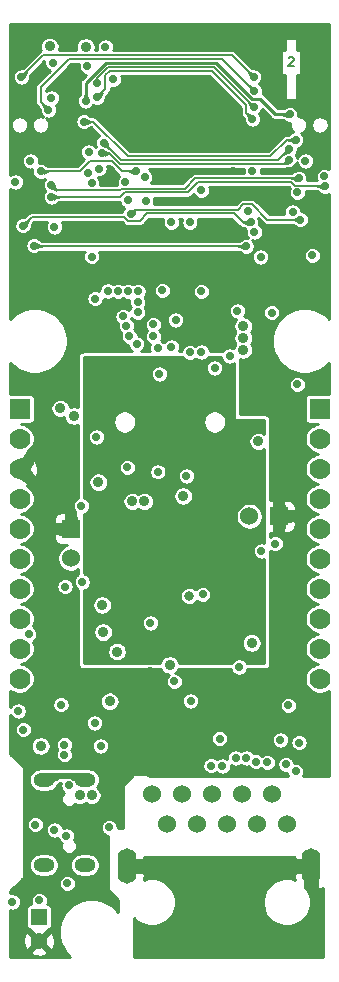
<source format=gbr>
G04 #@! TF.GenerationSoftware,KiCad,Pcbnew,5.1.6-c6e7f7d~87~ubuntu18.04.1*
G04 #@! TF.CreationDate,2022-10-06T15:06:41+03:00*
G04 #@! TF.ProjectId,ESP32-PoE_Rev_L,45535033-322d-4506-9f45-5f5265765f4c,L*
G04 #@! TF.SameCoordinates,Original*
G04 #@! TF.FileFunction,Copper,L2,Inr*
G04 #@! TF.FilePolarity,Positive*
%FSLAX46Y46*%
G04 Gerber Fmt 4.6, Leading zero omitted, Abs format (unit mm)*
G04 Created by KiCad (PCBNEW 5.1.6-c6e7f7d~87~ubuntu18.04.1) date 2022-10-06 15:06:41*
%MOMM*%
%LPD*%
G01*
G04 APERTURE LIST*
G04 #@! TA.AperFunction,NonConductor*
%ADD10C,0.190500*%
G04 #@! TD*
G04 #@! TA.AperFunction,ViaPad*
%ADD11R,1.524000X1.524000*%
G04 #@! TD*
G04 #@! TA.AperFunction,ViaPad*
%ADD12C,1.524000*%
G04 #@! TD*
G04 #@! TA.AperFunction,ViaPad*
%ADD13O,1.600000X2.999999*%
G04 #@! TD*
G04 #@! TA.AperFunction,ViaPad*
%ADD14R,0.400000X0.400000*%
G04 #@! TD*
G04 #@! TA.AperFunction,ViaPad*
%ADD15R,1.422400X1.422400*%
G04 #@! TD*
G04 #@! TA.AperFunction,ViaPad*
%ADD16C,1.778000*%
G04 #@! TD*
G04 #@! TA.AperFunction,ViaPad*
%ADD17R,1.778000X1.778000*%
G04 #@! TD*
G04 #@! TA.AperFunction,ViaPad*
%ADD18O,1.800000X1.200000*%
G04 #@! TD*
G04 #@! TA.AperFunction,ViaPad*
%ADD19C,1.800000*%
G04 #@! TD*
G04 #@! TA.AperFunction,ViaPad*
%ADD20C,1.500000*%
G04 #@! TD*
G04 #@! TA.AperFunction,ViaPad*
%ADD21C,0.700000*%
G04 #@! TD*
G04 #@! TA.AperFunction,ViaPad*
%ADD22R,1.400000X1.400000*%
G04 #@! TD*
G04 #@! TA.AperFunction,ViaPad*
%ADD23C,1.400000*%
G04 #@! TD*
G04 #@! TA.AperFunction,ViaPad*
%ADD24C,0.900000*%
G04 #@! TD*
G04 #@! TA.AperFunction,ViaPad*
%ADD25C,0.800000*%
G04 #@! TD*
G04 #@! TA.AperFunction,Conductor*
%ADD26C,1.016000*%
G04 #@! TD*
G04 #@! TA.AperFunction,Conductor*
%ADD27C,0.152400*%
G04 #@! TD*
G04 #@! TA.AperFunction,Conductor*
%ADD28C,0.508000*%
G04 #@! TD*
G04 #@! TA.AperFunction,Conductor*
%ADD29C,0.254000*%
G04 #@! TD*
G04 #@! TA.AperFunction,Conductor*
%ADD30C,3.048000*%
G04 #@! TD*
G04 #@! TA.AperFunction,Conductor*
%ADD31C,0.025400*%
G04 #@! TD*
G04 APERTURE END LIST*
D10*
X114209285Y-93508285D02*
X114245571Y-93472000D01*
X114318142Y-93435714D01*
X114499571Y-93435714D01*
X114572142Y-93472000D01*
X114608428Y-93508285D01*
X114644714Y-93580857D01*
X114644714Y-93653428D01*
X114608428Y-93762285D01*
X114173000Y-94197714D01*
X114644714Y-94197714D01*
D11*
X113391000Y-132334000D03*
D12*
X110891000Y-132334000D03*
X102616000Y-155806000D03*
X103886000Y-158346000D03*
X105156000Y-155806000D03*
X106426000Y-158346000D03*
X107696000Y-155806000D03*
X108966000Y-158346000D03*
X110236000Y-155806000D03*
X111506000Y-158346000D03*
X112776000Y-155806000D03*
X114046000Y-158346000D03*
D13*
X100531000Y-161946000D03*
X116131000Y-161946000D03*
D14*
X112044000Y-149344000D03*
X112044000Y-148344000D03*
X111244000Y-147544000D03*
X110244000Y-147544000D03*
X109444000Y-148344000D03*
X109444000Y-149344000D03*
X110244000Y-150144000D03*
X111244000Y-150144000D03*
D15*
X110744000Y-148844000D03*
D16*
X116840000Y-130840000D03*
X116840000Y-128300000D03*
X116840000Y-125760000D03*
D17*
X116840000Y-123220000D03*
D16*
X116840000Y-133380000D03*
X116840000Y-135920000D03*
X116840000Y-141000000D03*
X116840000Y-138460000D03*
X116840000Y-143540000D03*
X116840000Y-146080000D03*
X91440000Y-130840000D03*
X91440000Y-128300000D03*
X91440000Y-125760000D03*
D17*
X91440000Y-123220000D03*
D16*
X91440000Y-133380000D03*
X91440000Y-135920000D03*
X91440000Y-141000000D03*
X91440000Y-138460000D03*
X91440000Y-143540000D03*
X91440000Y-146080000D03*
D18*
X93476000Y-154642000D03*
X96946000Y-154642000D03*
X96946000Y-161842000D03*
X93476000Y-161842000D03*
D19*
X105029000Y-133985000D03*
D12*
X95758000Y-135870000D03*
D11*
X95758000Y-133370000D03*
D20*
X102640000Y-99108000D03*
D21*
X101940000Y-97708000D03*
X103340000Y-97708000D03*
X104040000Y-98408000D03*
X104040000Y-99808000D03*
X103340000Y-100508000D03*
X101940000Y-100508000D03*
X101240000Y-99808000D03*
X101240000Y-98408000D03*
D22*
X93070680Y-166230300D03*
D23*
X93073220Y-168259760D03*
D24*
X93218000Y-151765000D03*
X98425000Y-139827000D03*
D21*
X95463542Y-163408542D03*
D24*
X94869000Y-123189992D03*
X98330590Y-161163000D03*
D21*
X94234000Y-144145000D03*
X95631000Y-146685000D03*
D24*
X102489000Y-145542000D03*
D21*
X115189000Y-150114000D03*
X106045000Y-153797000D03*
D25*
X102362000Y-149352000D03*
D24*
X98330590Y-160210498D03*
D21*
X104902000Y-147828000D03*
D24*
X100965000Y-131064000D03*
D21*
X102362000Y-153847800D03*
D25*
X93853000Y-137414000D03*
D24*
X113411000Y-141224000D03*
X113411000Y-140208000D03*
X99568000Y-154305000D03*
X101981000Y-131064000D03*
X111084360Y-143040100D03*
X105283000Y-130606800D03*
D21*
X91059000Y-163957000D03*
X91948000Y-120523000D03*
X92329000Y-96012000D03*
X94107000Y-110363000D03*
D24*
X97028000Y-91313000D03*
X99695000Y-91313000D03*
X102235000Y-91313000D03*
X104775000Y-91313000D03*
X107315000Y-91313000D03*
X109220000Y-91313000D03*
X111125000Y-91313000D03*
X93980000Y-91313000D03*
X114300000Y-91313000D03*
D21*
X115951000Y-93726000D03*
D24*
X110490000Y-123190000D03*
X110490000Y-122174000D03*
X110490000Y-121158000D03*
D21*
X114173000Y-109093000D03*
X109489760Y-103067610D03*
X99172293Y-103011707D03*
D24*
X113411000Y-125349000D03*
X113411000Y-126365000D03*
X113411000Y-127381000D03*
X116840000Y-113792000D03*
X114935000Y-111887000D03*
X102235000Y-95885000D03*
X104775000Y-95885000D03*
X107315000Y-95885000D03*
X107315000Y-98425000D03*
X106045000Y-97155000D03*
X106045000Y-99695000D03*
X108585000Y-99695000D03*
X108585000Y-97155000D03*
X103505000Y-95885000D03*
X106045000Y-95885000D03*
X106045000Y-98425000D03*
X107315000Y-97155000D03*
X108585000Y-98425000D03*
X107315000Y-99695000D03*
X100965000Y-95885000D03*
D21*
X94361000Y-158877000D03*
D24*
X99674680Y-143771620D03*
X98092260Y-129433320D03*
D25*
X105791000Y-139065000D03*
D24*
X99060000Y-147980400D03*
D21*
X106807000Y-113284000D03*
X104267000Y-117983000D03*
D24*
X96012006Y-123825000D03*
X97028000Y-92583000D03*
D21*
X91059000Y-104013000D03*
X117228536Y-103542041D03*
X103505000Y-113194619D03*
D24*
X93980000Y-92539390D03*
D21*
X113969800Y-153314400D03*
X108356400Y-151155400D03*
X113510000Y-151250000D03*
X92329000Y-102235000D03*
X94246224Y-93923610D03*
X111308390Y-108250281D03*
X104267008Y-107442008D03*
D24*
X96520000Y-155956000D03*
X97536000Y-155956000D03*
X98501200Y-142123160D03*
D21*
X100375725Y-104018581D03*
X106807000Y-104718610D03*
X93218000Y-103124000D03*
X101325491Y-103111471D03*
X95278919Y-138270969D03*
X94107000Y-104267000D03*
X115062000Y-103693989D03*
X107950000Y-119761000D03*
X109855000Y-114935000D03*
D24*
X110363000Y-117221000D03*
X110363000Y-116205000D03*
X111633000Y-125984004D03*
X110363000Y-118237000D03*
D21*
X97282000Y-101473000D03*
X102743000Y-116078000D03*
X98552001Y-100711001D03*
X114229390Y-101232739D03*
X94107000Y-105283000D03*
X117276388Y-104393109D03*
X94107000Y-96900992D03*
D24*
X102108000Y-168783000D03*
X105283000Y-168783000D03*
X108204000Y-168783000D03*
X110998000Y-168783000D03*
X112522000Y-167132000D03*
X104013000Y-167132000D03*
X106934000Y-167132000D03*
X109601000Y-167132000D03*
X105918000Y-164846000D03*
X110871000Y-164846000D03*
X108204000Y-164846000D03*
X103632000Y-161946000D03*
X113030000Y-161946000D03*
D21*
X114173000Y-148336000D03*
X103124000Y-118110000D03*
X96730025Y-137874369D03*
X96647000Y-131445000D03*
X100558600Y-128168400D03*
X98298000Y-151765000D03*
X97795080Y-149816820D03*
X95231599Y-151654399D03*
X95231596Y-152512566D03*
D24*
X104140000Y-144907000D03*
D21*
X110007400Y-145084800D03*
X100838000Y-106721261D03*
X115189000Y-107193590D03*
X91716480Y-107718480D03*
X110998000Y-107442000D03*
X99016820Y-158666180D03*
X90805000Y-164973000D03*
X116205000Y-110236000D03*
X96872729Y-98904726D03*
X114808000Y-100457000D03*
X105918000Y-147955000D03*
X114808000Y-153924000D03*
X104521000Y-146304000D03*
X115089940Y-151483060D03*
X92760768Y-158419800D03*
X93091010Y-164846000D03*
X94932500Y-148272500D03*
X95613220Y-155110180D03*
X95377000Y-159385000D03*
X97028000Y-97155000D03*
X115626390Y-102235023D03*
X114935000Y-121158000D03*
X114300004Y-98298000D03*
X110605194Y-109462194D03*
X92633811Y-109397811D03*
X106807000Y-118420390D03*
X101427766Y-115061992D03*
X99360469Y-95320610D03*
X112776000Y-115070414D03*
X91310373Y-148796940D03*
X91742260Y-150373080D03*
X111318515Y-96326486D03*
X93853000Y-97917000D03*
X92188792Y-142297910D03*
X91567000Y-95123000D03*
X111252000Y-95123000D03*
X102489000Y-141351000D03*
X103136700Y-128554480D03*
X102108000Y-105664000D03*
X106934000Y-138938000D03*
X105537000Y-128905000D03*
X111125000Y-103067610D03*
X109220000Y-118745000D03*
X105843312Y-107442000D03*
X111830610Y-110363000D03*
X104648000Y-115697000D03*
X102743000Y-117094000D03*
X98406769Y-101582391D03*
X114201140Y-102136140D03*
X114554000Y-106553000D03*
X110728378Y-106506353D03*
X105847924Y-118434076D03*
X103251000Y-120269000D03*
X97530421Y-110332164D03*
X101427768Y-114209587D03*
X100613227Y-105564049D03*
X100619449Y-113284765D03*
X98165981Y-102884588D03*
X99767142Y-113271362D03*
X102023301Y-103601028D03*
X101471819Y-113276301D03*
X97534392Y-104140000D03*
X98914875Y-113255645D03*
X94361000Y-107823000D03*
X101346000Y-117729000D03*
X97155000Y-94234000D03*
X100711000Y-117094000D03*
X97998768Y-96858821D03*
X111125000Y-98679000D03*
X100457000Y-116205000D03*
X98005772Y-95612949D03*
X111252004Y-97663000D03*
X100187444Y-115396331D03*
X98679000Y-92583000D03*
X97228945Y-103256533D03*
X97825360Y-113883640D03*
X114942110Y-104902000D03*
X107642660Y-153441400D03*
X111429800Y-153085800D03*
X108595160Y-153469340D03*
X112395000Y-153162000D03*
X109728000Y-152781000D03*
X110617000Y-152781000D03*
X113080800Y-134645400D03*
X105029000Y-136271000D03*
X106045000Y-136271000D03*
X104013000Y-136271000D03*
D24*
X110617000Y-135382000D03*
D21*
X105918000Y-131953000D03*
X105029000Y-131953000D03*
X104140000Y-131953000D03*
X111887000Y-135255000D03*
X97917000Y-125603000D03*
D26*
X113391000Y-132334000D02*
X113391000Y-130449000D01*
X113391000Y-132334000D02*
X114935000Y-132334000D01*
X113391000Y-132334000D02*
X113391000Y-133584000D01*
X95758000Y-133370000D02*
X94254000Y-133370000D01*
X95758000Y-133370000D02*
X95758000Y-132080000D01*
X91440000Y-128300000D02*
X92807000Y-129667000D01*
X91440000Y-128300000D02*
X92837000Y-126903000D01*
D27*
X96520000Y-103124000D02*
X97409000Y-102235000D01*
X93218000Y-103124000D02*
X96520000Y-103124000D01*
X97409000Y-102235000D02*
X99213867Y-102235000D01*
X99213867Y-102235000D02*
X100090338Y-103111471D01*
X100090338Y-103111471D02*
X101325491Y-103111471D01*
X94564191Y-104724191D02*
X99949743Y-104724191D01*
X94107000Y-104267000D02*
X94564191Y-104724191D01*
X106313945Y-103693989D02*
X115062000Y-103693989D01*
X105410743Y-104597191D02*
X106313945Y-103693989D01*
X100076743Y-104597191D02*
X105410743Y-104597191D01*
X99949743Y-104724191D02*
X100076743Y-104597191D01*
X98552001Y-100711001D02*
X99999811Y-102158811D01*
X113303318Y-102158811D02*
X114229390Y-101232739D01*
X99999811Y-102158811D02*
X113303318Y-102158811D01*
X114737399Y-104323399D02*
X117206678Y-104323399D01*
X100330000Y-104902000D02*
X105664000Y-104902000D01*
X105664000Y-104902000D02*
X106553000Y-104013000D01*
X117206678Y-104323399D02*
X117276388Y-104393109D01*
X106553000Y-104013000D02*
X114427000Y-104013000D01*
X94107000Y-105283000D02*
X99949000Y-105283000D01*
X99949000Y-105283000D02*
X100330000Y-104902000D01*
X114427000Y-104013000D02*
X114737399Y-104323399D01*
X111125000Y-105918000D02*
X112400590Y-107193590D01*
X112400590Y-107193590D02*
X115189000Y-107193590D01*
X110363000Y-105918000D02*
X111125000Y-105918000D01*
X109909738Y-106371262D02*
X110363000Y-105918000D01*
X100838000Y-106721261D02*
X101187999Y-106371262D01*
X101187999Y-106371262D02*
X109909738Y-106371262D01*
X110306013Y-107442000D02*
X110998000Y-107442000D01*
X109544013Y-106680000D02*
X110306013Y-107442000D01*
X92447963Y-106986997D02*
X100259398Y-106986997D01*
X91716480Y-107718480D02*
X92447963Y-106986997D01*
X100259398Y-106986997D02*
X100572264Y-107299863D01*
X101615137Y-107299863D02*
X102235000Y-106680000D01*
X100572264Y-107299863D02*
X101615137Y-107299863D01*
X102235000Y-106680000D02*
X109544013Y-106680000D01*
X112655513Y-101854000D02*
X114052513Y-100457000D01*
X100584000Y-101854000D02*
X112655513Y-101854000D01*
X96872729Y-98904726D02*
X97634726Y-98904726D01*
X114052513Y-100457000D02*
X114808000Y-100457000D01*
X97634726Y-98904726D02*
X100584000Y-101854000D01*
D28*
X93516000Y-154642000D02*
X93476000Y-154642000D01*
X93853000Y-154305000D02*
X93516000Y-154642000D01*
X96647000Y-154305000D02*
X93853000Y-154305000D01*
X96946000Y-154642000D02*
X96647000Y-154343000D01*
X96647000Y-154343000D02*
X96647000Y-154305000D01*
D29*
X113093502Y-98298000D02*
X114300004Y-98298000D01*
X97028000Y-97155000D02*
X97028000Y-95659205D01*
X111129923Y-97028014D02*
X111823516Y-97028014D01*
X111823516Y-97028014D02*
X113093502Y-98298000D01*
X98732627Y-93954578D02*
X108056487Y-93954578D01*
X97028000Y-95659205D02*
X98732627Y-93954578D01*
X108056487Y-93954578D02*
X111129923Y-97028014D01*
D27*
X92698194Y-109462194D02*
X92633811Y-109397811D01*
X110605194Y-109462194D02*
X92698194Y-109462194D01*
X93218000Y-97282000D02*
X93853000Y-97917000D01*
X93218000Y-96012000D02*
X93218000Y-97282000D01*
X95631033Y-93598967D02*
X93218000Y-96012000D01*
X111318515Y-96326486D02*
X108590996Y-93598967D01*
X108590996Y-93598967D02*
X95631033Y-93598967D01*
X109423158Y-93294158D02*
X111252000Y-95123000D01*
X91567000Y-95123000D02*
X93395842Y-93294158D01*
X93395842Y-93294158D02*
X109423158Y-93294158D01*
X113851141Y-102486139D02*
X114201140Y-102136140D01*
X98992325Y-101582391D02*
X99896073Y-102486139D01*
X99896073Y-102486139D02*
X113851141Y-102486139D01*
X98406769Y-101582391D02*
X98992325Y-101582391D01*
X98679000Y-96178589D02*
X97998768Y-96858821D01*
X110617000Y-98171000D02*
X110617000Y-97536000D01*
X110617000Y-97536000D02*
X107696000Y-94615000D01*
X107696000Y-94615000D02*
X99060000Y-94615000D01*
X111125000Y-98679000D02*
X110617000Y-98171000D01*
X99060000Y-94615000D02*
X98679000Y-94996000D01*
X98679000Y-94996000D02*
X98679000Y-96178589D01*
X98933744Y-94310189D02*
X107899193Y-94310189D01*
X107899193Y-94310189D02*
X111252004Y-97663000D01*
X98005772Y-95612949D02*
X98005772Y-95238161D01*
X98005772Y-95238161D02*
X98933744Y-94310189D01*
D30*
X105029000Y-133985000D02*
X106807000Y-133985000D01*
D29*
G36*
X117642001Y-102939143D02*
G01*
X117574794Y-102894237D01*
X117441761Y-102839133D01*
X117300533Y-102811041D01*
X117156539Y-102811041D01*
X117015311Y-102839133D01*
X116882278Y-102894237D01*
X116762551Y-102974236D01*
X116660731Y-103076056D01*
X116580732Y-103195783D01*
X116525628Y-103328816D01*
X116497536Y-103470044D01*
X116497536Y-103614038D01*
X116525628Y-103755266D01*
X116571578Y-103866199D01*
X115773066Y-103866199D01*
X115793000Y-103765986D01*
X115793000Y-103621992D01*
X115764908Y-103480764D01*
X115709804Y-103347731D01*
X115629805Y-103228004D01*
X115527985Y-103126184D01*
X115408258Y-103046185D01*
X115275225Y-102991081D01*
X115133997Y-102962989D01*
X114990003Y-102962989D01*
X114848775Y-102991081D01*
X114715742Y-103046185D01*
X114596015Y-103126184D01*
X114545859Y-103176340D01*
X114527089Y-103194100D01*
X114515126Y-103203772D01*
X114503866Y-103211457D01*
X114492887Y-103217682D01*
X114481666Y-103222852D01*
X114469605Y-103227224D01*
X114456037Y-103230909D01*
X114440387Y-103233836D01*
X114422098Y-103235819D01*
X114394332Y-103236789D01*
X111836669Y-103236789D01*
X111856000Y-103139607D01*
X111856000Y-102995613D01*
X111845602Y-102943339D01*
X113828691Y-102943339D01*
X113851141Y-102945550D01*
X113873591Y-102943339D01*
X113873601Y-102943339D01*
X113940768Y-102936724D01*
X114026950Y-102910580D01*
X114103258Y-102869793D01*
X114104117Y-102869703D01*
X114128366Y-102868145D01*
X114158472Y-102867221D01*
X114190965Y-102867140D01*
X114273137Y-102867140D01*
X114414365Y-102839048D01*
X114547398Y-102783944D01*
X114667125Y-102703945D01*
X114768945Y-102602125D01*
X114848944Y-102482398D01*
X114903889Y-102349748D01*
X114923482Y-102448248D01*
X114978586Y-102581281D01*
X115058585Y-102701008D01*
X115160405Y-102802828D01*
X115280132Y-102882827D01*
X115413165Y-102937931D01*
X115554393Y-102966023D01*
X115698387Y-102966023D01*
X115839615Y-102937931D01*
X115972648Y-102882827D01*
X116092375Y-102802828D01*
X116194195Y-102701008D01*
X116274194Y-102581281D01*
X116329298Y-102448248D01*
X116357390Y-102307020D01*
X116357390Y-102163026D01*
X116329298Y-102021798D01*
X116274194Y-101888765D01*
X116194195Y-101769038D01*
X116092375Y-101667218D01*
X115972648Y-101587219D01*
X115839615Y-101532115D01*
X115698387Y-101504023D01*
X115554393Y-101504023D01*
X115413165Y-101532115D01*
X115280132Y-101587219D01*
X115160405Y-101667218D01*
X115058585Y-101769038D01*
X114978586Y-101888765D01*
X114923641Y-102021415D01*
X114904048Y-101922915D01*
X114848944Y-101789882D01*
X114791703Y-101704216D01*
X114797195Y-101698724D01*
X114877194Y-101578997D01*
X114932298Y-101445964D01*
X114960390Y-101304736D01*
X114960390Y-101172009D01*
X115021225Y-101159908D01*
X115154258Y-101104804D01*
X115273985Y-101024805D01*
X115375805Y-100922985D01*
X115455804Y-100803258D01*
X115510908Y-100670225D01*
X115539000Y-100528997D01*
X115539000Y-100385003D01*
X115510908Y-100243775D01*
X115455804Y-100110742D01*
X115375805Y-99991015D01*
X115273985Y-99889195D01*
X115273970Y-99889185D01*
X115405258Y-99834804D01*
X115524985Y-99754805D01*
X115626805Y-99652985D01*
X115706804Y-99533258D01*
X115761908Y-99400225D01*
X115790000Y-99258997D01*
X115790000Y-99115003D01*
X116128000Y-99115003D01*
X116128000Y-99258997D01*
X116156092Y-99400225D01*
X116211196Y-99533258D01*
X116291195Y-99652985D01*
X116393015Y-99754805D01*
X116512742Y-99834804D01*
X116645775Y-99889908D01*
X116787003Y-99918000D01*
X116930997Y-99918000D01*
X117072225Y-99889908D01*
X117205258Y-99834804D01*
X117324985Y-99754805D01*
X117426805Y-99652985D01*
X117506804Y-99533258D01*
X117561908Y-99400225D01*
X117590000Y-99258997D01*
X117590000Y-99115003D01*
X117561908Y-98973775D01*
X117506804Y-98840742D01*
X117426805Y-98721015D01*
X117324985Y-98619195D01*
X117205258Y-98539196D01*
X117072225Y-98484092D01*
X116930997Y-98456000D01*
X116787003Y-98456000D01*
X116645775Y-98484092D01*
X116512742Y-98539196D01*
X116393015Y-98619195D01*
X116291195Y-98721015D01*
X116211196Y-98840742D01*
X116156092Y-98973775D01*
X116128000Y-99115003D01*
X115790000Y-99115003D01*
X115761908Y-98973775D01*
X115706804Y-98840742D01*
X115626805Y-98721015D01*
X115524985Y-98619195D01*
X115405258Y-98539196D01*
X115272225Y-98484092D01*
X115130997Y-98456000D01*
X115013897Y-98456000D01*
X115031004Y-98369997D01*
X115031004Y-98226003D01*
X115002912Y-98084775D01*
X114947808Y-97951742D01*
X114867809Y-97832015D01*
X114765989Y-97730195D01*
X114646262Y-97650196D01*
X114513229Y-97595092D01*
X114372001Y-97567000D01*
X114228007Y-97567000D01*
X114086779Y-97595092D01*
X113953746Y-97650196D01*
X113834019Y-97730195D01*
X113783902Y-97780312D01*
X113775399Y-97788354D01*
X113774984Y-97788689D01*
X113773091Y-97789041D01*
X113768549Y-97789531D01*
X113755040Y-97790000D01*
X113303923Y-97790000D01*
X112200371Y-96686449D01*
X112184464Y-96667066D01*
X112107111Y-96603585D01*
X112018859Y-96556413D01*
X112014991Y-96555240D01*
X112021423Y-96539711D01*
X112049515Y-96398483D01*
X112049515Y-96254489D01*
X112021423Y-96113261D01*
X111966319Y-95980228D01*
X111886320Y-95860501D01*
X111784500Y-95758681D01*
X111700451Y-95702521D01*
X111717985Y-95690805D01*
X111819805Y-95588985D01*
X111899804Y-95469258D01*
X111954908Y-95336225D01*
X111983000Y-95194997D01*
X111983000Y-95051003D01*
X111954908Y-94909775D01*
X111899804Y-94776742D01*
X111819805Y-94657015D01*
X111717985Y-94555195D01*
X111598258Y-94475196D01*
X111465225Y-94420092D01*
X111323997Y-94392000D01*
X111253112Y-94392000D01*
X111227212Y-94391285D01*
X111211955Y-94389669D01*
X111198539Y-94387137D01*
X111186372Y-94383775D01*
X111174784Y-94379497D01*
X111163170Y-94374063D01*
X111150973Y-94367075D01*
X111137827Y-94358074D01*
X111123495Y-94346544D01*
X111103165Y-94327587D01*
X109762332Y-92986755D01*
X109748011Y-92969305D01*
X109678394Y-92912171D01*
X109610227Y-92875735D01*
X113587893Y-92875735D01*
X113587893Y-94971235D01*
X113919000Y-94971235D01*
X113919000Y-96964500D01*
X113921440Y-96989276D01*
X113928667Y-97013101D01*
X113940403Y-97035057D01*
X113956197Y-97054303D01*
X113975443Y-97070097D01*
X113997399Y-97081833D01*
X114021224Y-97089060D01*
X114046000Y-97091500D01*
X114808000Y-97091500D01*
X114832776Y-97089060D01*
X114856601Y-97081833D01*
X114878557Y-97070097D01*
X114897803Y-97054303D01*
X114913597Y-97035057D01*
X114925333Y-97013101D01*
X114932560Y-96989276D01*
X114935000Y-96964500D01*
X114935000Y-94971235D01*
X115266107Y-94971235D01*
X115266107Y-92875735D01*
X114935000Y-92875735D01*
X114935000Y-91948000D01*
X114932560Y-91923224D01*
X114925333Y-91899399D01*
X114913597Y-91877443D01*
X114897803Y-91858197D01*
X114878557Y-91842403D01*
X114856601Y-91830667D01*
X114832776Y-91823440D01*
X114808000Y-91821000D01*
X114046000Y-91821000D01*
X114021224Y-91823440D01*
X113997399Y-91830667D01*
X113975443Y-91842403D01*
X113956197Y-91858197D01*
X113940403Y-91877443D01*
X113928667Y-91899399D01*
X113921440Y-91923224D01*
X113919000Y-91948000D01*
X113919000Y-92875735D01*
X113587893Y-92875735D01*
X109610227Y-92875735D01*
X109598967Y-92869717D01*
X109512785Y-92843573D01*
X109445618Y-92836958D01*
X109445608Y-92836958D01*
X109423158Y-92834747D01*
X109400708Y-92836958D01*
X99365036Y-92836958D01*
X99381908Y-92796225D01*
X99410000Y-92654997D01*
X99410000Y-92511003D01*
X99381908Y-92369775D01*
X99326804Y-92236742D01*
X99246805Y-92117015D01*
X99144985Y-92015195D01*
X99025258Y-91935196D01*
X98892225Y-91880092D01*
X98750997Y-91852000D01*
X98607003Y-91852000D01*
X98465775Y-91880092D01*
X98332742Y-91935196D01*
X98213015Y-92015195D01*
X98111195Y-92117015D01*
X98031196Y-92236742D01*
X97976092Y-92369775D01*
X97948000Y-92511003D01*
X97948000Y-92654997D01*
X97976092Y-92796225D01*
X97992964Y-92836958D01*
X97822275Y-92836958D01*
X97827065Y-92825394D01*
X97859000Y-92664846D01*
X97859000Y-92501154D01*
X97827065Y-92340606D01*
X97764423Y-92189374D01*
X97673480Y-92053268D01*
X97557732Y-91937520D01*
X97421626Y-91846577D01*
X97270394Y-91783935D01*
X97109846Y-91752000D01*
X96946154Y-91752000D01*
X96785606Y-91783935D01*
X96634374Y-91846577D01*
X96498268Y-91937520D01*
X96382520Y-92053268D01*
X96291577Y-92189374D01*
X96228935Y-92340606D01*
X96197000Y-92501154D01*
X96197000Y-92664846D01*
X96228935Y-92825394D01*
X96233725Y-92836958D01*
X94756211Y-92836958D01*
X94779065Y-92781784D01*
X94811000Y-92621236D01*
X94811000Y-92457544D01*
X94779065Y-92296996D01*
X94716423Y-92145764D01*
X94625480Y-92009658D01*
X94509732Y-91893910D01*
X94373626Y-91802967D01*
X94222394Y-91740325D01*
X94061846Y-91708390D01*
X93898154Y-91708390D01*
X93737606Y-91740325D01*
X93586374Y-91802967D01*
X93450268Y-91893910D01*
X93334520Y-92009658D01*
X93243577Y-92145764D01*
X93180935Y-92296996D01*
X93149000Y-92457544D01*
X93149000Y-92621236D01*
X93180935Y-92781784D01*
X93217843Y-92870888D01*
X93140606Y-92912171D01*
X93070989Y-92969305D01*
X93056672Y-92986750D01*
X91715832Y-94327591D01*
X91695512Y-94346538D01*
X91681172Y-94358074D01*
X91668026Y-94367075D01*
X91655829Y-94374063D01*
X91644215Y-94379497D01*
X91632627Y-94383775D01*
X91620460Y-94387137D01*
X91607044Y-94389669D01*
X91591788Y-94391285D01*
X91565888Y-94392000D01*
X91495003Y-94392000D01*
X91353775Y-94420092D01*
X91220742Y-94475196D01*
X91101015Y-94555195D01*
X90999195Y-94657015D01*
X90919196Y-94776742D01*
X90864092Y-94909775D01*
X90836000Y-95051003D01*
X90836000Y-95194997D01*
X90864092Y-95336225D01*
X90919196Y-95469258D01*
X90999195Y-95588985D01*
X91101015Y-95690805D01*
X91220742Y-95770804D01*
X91353775Y-95825908D01*
X91495003Y-95854000D01*
X91638997Y-95854000D01*
X91780225Y-95825908D01*
X91913258Y-95770804D01*
X92032985Y-95690805D01*
X92134805Y-95588985D01*
X92214804Y-95469258D01*
X92269908Y-95336225D01*
X92298000Y-95194997D01*
X92298000Y-95124098D01*
X92298714Y-95098210D01*
X92300330Y-95082955D01*
X92302862Y-95069539D01*
X92306224Y-95057372D01*
X92310500Y-95045790D01*
X92315940Y-95034163D01*
X92322923Y-95021974D01*
X92331925Y-95008827D01*
X92343455Y-94994495D01*
X92362413Y-94974164D01*
X93522737Y-93813840D01*
X93515224Y-93851613D01*
X93515224Y-93995607D01*
X93543316Y-94136835D01*
X93598420Y-94269868D01*
X93678419Y-94389595D01*
X93780239Y-94491415D01*
X93899966Y-94571414D01*
X93979192Y-94604230D01*
X92910597Y-95672826D01*
X92893147Y-95687147D01*
X92836013Y-95756765D01*
X92793559Y-95836192D01*
X92767415Y-95922374D01*
X92760800Y-95989541D01*
X92760800Y-95989550D01*
X92758589Y-96012000D01*
X92760800Y-96034450D01*
X92760801Y-97259541D01*
X92758589Y-97282000D01*
X92760801Y-97304460D01*
X92767416Y-97371627D01*
X92780921Y-97416144D01*
X92793560Y-97457809D01*
X92836013Y-97537235D01*
X92856438Y-97562122D01*
X92893148Y-97606853D01*
X92910592Y-97621169D01*
X93057584Y-97768162D01*
X93076544Y-97788495D01*
X93088074Y-97802827D01*
X93097075Y-97815973D01*
X93104063Y-97828170D01*
X93109497Y-97839784D01*
X93113775Y-97851372D01*
X93117137Y-97863539D01*
X93119669Y-97876955D01*
X93121285Y-97892212D01*
X93122000Y-97918112D01*
X93122000Y-97988997D01*
X93150092Y-98130225D01*
X93205196Y-98263258D01*
X93285195Y-98382985D01*
X93374403Y-98472193D01*
X93292997Y-98456000D01*
X93149003Y-98456000D01*
X93007775Y-98484092D01*
X92874742Y-98539196D01*
X92755015Y-98619195D01*
X92653195Y-98721015D01*
X92573196Y-98840742D01*
X92518092Y-98973775D01*
X92490000Y-99115003D01*
X92490000Y-99258997D01*
X92518092Y-99400225D01*
X92573196Y-99533258D01*
X92653195Y-99652985D01*
X92755015Y-99754805D01*
X92874742Y-99834804D01*
X93007775Y-99889908D01*
X93149003Y-99918000D01*
X93292997Y-99918000D01*
X93434225Y-99889908D01*
X93567258Y-99834804D01*
X93686985Y-99754805D01*
X93788805Y-99652985D01*
X93868804Y-99533258D01*
X93923908Y-99400225D01*
X93952000Y-99258997D01*
X93952000Y-99115003D01*
X93923908Y-98973775D01*
X93868804Y-98840742D01*
X93788805Y-98721015D01*
X93699597Y-98631807D01*
X93781003Y-98648000D01*
X93924997Y-98648000D01*
X94066225Y-98619908D01*
X94199258Y-98564804D01*
X94318985Y-98484805D01*
X94420805Y-98382985D01*
X94500804Y-98263258D01*
X94555908Y-98130225D01*
X94584000Y-97988997D01*
X94584000Y-97845003D01*
X94555908Y-97703775D01*
X94500804Y-97570742D01*
X94475991Y-97533606D01*
X94572985Y-97468797D01*
X94674805Y-97366977D01*
X94754804Y-97247250D01*
X94809908Y-97114217D01*
X94838000Y-96972989D01*
X94838000Y-96828995D01*
X94809908Y-96687767D01*
X94754804Y-96554734D01*
X94674805Y-96435007D01*
X94572985Y-96333187D01*
X94453258Y-96253188D01*
X94320225Y-96198084D01*
X94178997Y-96169992D01*
X94035003Y-96169992D01*
X93893775Y-96198084D01*
X93760742Y-96253188D01*
X93675200Y-96310345D01*
X93675200Y-96201377D01*
X95820411Y-94056167D01*
X96445052Y-94056167D01*
X96424000Y-94162003D01*
X96424000Y-94305997D01*
X96452092Y-94447225D01*
X96507196Y-94580258D01*
X96587195Y-94699985D01*
X96689015Y-94801805D01*
X96808742Y-94881804D01*
X96941775Y-94936908D01*
X97016928Y-94951857D01*
X96686430Y-95282355D01*
X96667053Y-95298257D01*
X96651151Y-95317634D01*
X96651150Y-95317635D01*
X96603571Y-95375610D01*
X96556400Y-95463862D01*
X96527352Y-95559621D01*
X96517543Y-95659205D01*
X96520001Y-95684159D01*
X96520000Y-96610025D01*
X96519531Y-96623545D01*
X96519041Y-96628087D01*
X96518689Y-96629980D01*
X96518354Y-96630395D01*
X96510312Y-96638898D01*
X96460195Y-96689015D01*
X96380196Y-96808742D01*
X96325092Y-96941775D01*
X96297000Y-97083003D01*
X96297000Y-97226997D01*
X96325092Y-97368225D01*
X96380196Y-97501258D01*
X96460195Y-97620985D01*
X96562015Y-97722805D01*
X96681742Y-97802804D01*
X96814775Y-97857908D01*
X96956003Y-97886000D01*
X97099997Y-97886000D01*
X97241225Y-97857908D01*
X97374258Y-97802804D01*
X97493985Y-97722805D01*
X97595805Y-97620985D01*
X97667946Y-97513019D01*
X97785543Y-97561729D01*
X97926771Y-97589821D01*
X98070765Y-97589821D01*
X98211993Y-97561729D01*
X98345026Y-97506625D01*
X98464753Y-97426626D01*
X98566573Y-97324806D01*
X98646572Y-97205079D01*
X98701676Y-97072046D01*
X98729768Y-96930818D01*
X98729768Y-96859919D01*
X98730482Y-96834031D01*
X98732098Y-96818776D01*
X98734630Y-96805360D01*
X98737992Y-96793193D01*
X98742268Y-96781611D01*
X98747708Y-96769984D01*
X98754691Y-96757795D01*
X98763693Y-96744648D01*
X98775223Y-96730316D01*
X98794175Y-96709991D01*
X98986408Y-96517759D01*
X99003853Y-96503442D01*
X99040570Y-96458703D01*
X99060987Y-96433826D01*
X99093772Y-96372487D01*
X99103441Y-96354398D01*
X99129585Y-96268216D01*
X99136200Y-96201049D01*
X99136200Y-96201040D01*
X99138411Y-96178590D01*
X99136200Y-96156140D01*
X99136200Y-96018943D01*
X99147244Y-96023518D01*
X99288472Y-96051610D01*
X99432466Y-96051610D01*
X99573694Y-96023518D01*
X99706727Y-95968414D01*
X99826454Y-95888415D01*
X99928274Y-95786595D01*
X100008273Y-95666868D01*
X100063377Y-95533835D01*
X100091469Y-95392607D01*
X100091469Y-95248613D01*
X100063377Y-95107385D01*
X100048803Y-95072200D01*
X107506623Y-95072200D01*
X110159801Y-97725379D01*
X110159800Y-98148550D01*
X110157589Y-98171000D01*
X110159800Y-98193450D01*
X110159800Y-98193459D01*
X110166415Y-98260626D01*
X110192559Y-98346808D01*
X110235013Y-98426235D01*
X110292147Y-98495853D01*
X110309597Y-98510174D01*
X110329578Y-98530155D01*
X110348544Y-98550495D01*
X110360074Y-98564827D01*
X110369075Y-98577973D01*
X110376063Y-98590170D01*
X110381497Y-98601784D01*
X110385775Y-98613372D01*
X110389137Y-98625539D01*
X110391669Y-98638955D01*
X110393285Y-98654212D01*
X110394000Y-98680112D01*
X110394000Y-98750997D01*
X110422092Y-98892225D01*
X110477196Y-99025258D01*
X110557195Y-99144985D01*
X110659015Y-99246805D01*
X110778742Y-99326804D01*
X110911775Y-99381908D01*
X111053003Y-99410000D01*
X111196997Y-99410000D01*
X111338225Y-99381908D01*
X111471258Y-99326804D01*
X111590985Y-99246805D01*
X111692805Y-99144985D01*
X111772804Y-99025258D01*
X111827908Y-98892225D01*
X111856000Y-98750997D01*
X111856000Y-98607003D01*
X111827908Y-98465775D01*
X111772804Y-98332742D01*
X111708796Y-98236947D01*
X111717989Y-98230805D01*
X111819809Y-98128985D01*
X111899808Y-98009258D01*
X111954442Y-97877360D01*
X112716652Y-98639571D01*
X112732554Y-98658948D01*
X112751931Y-98674850D01*
X112809906Y-98722429D01*
X112887652Y-98763985D01*
X112898159Y-98769601D01*
X112993917Y-98798649D01*
X113068555Y-98806000D01*
X113068557Y-98806000D01*
X113093501Y-98808457D01*
X113118445Y-98806000D01*
X113755023Y-98806000D01*
X113768563Y-98806470D01*
X113773091Y-98806958D01*
X113774984Y-98807310D01*
X113775398Y-98807644D01*
X113783891Y-98815677D01*
X113834019Y-98865805D01*
X113953746Y-98945804D01*
X114086779Y-99000908D01*
X114228007Y-99029000D01*
X114345107Y-99029000D01*
X114328000Y-99115003D01*
X114328000Y-99258997D01*
X114356092Y-99400225D01*
X114411196Y-99533258D01*
X114491195Y-99652985D01*
X114593015Y-99754805D01*
X114593030Y-99754815D01*
X114461742Y-99809196D01*
X114342015Y-99889195D01*
X114291859Y-99939351D01*
X114273089Y-99957111D01*
X114261126Y-99966783D01*
X114249866Y-99974468D01*
X114238887Y-99980693D01*
X114227666Y-99985863D01*
X114215605Y-99990235D01*
X114202037Y-99993920D01*
X114186387Y-99996847D01*
X114168098Y-99998830D01*
X114140332Y-99999800D01*
X114074962Y-99999800D01*
X114052512Y-99997589D01*
X114030062Y-99999800D01*
X114030053Y-99999800D01*
X113962886Y-100006415D01*
X113876704Y-100032559D01*
X113839730Y-100052322D01*
X113797276Y-100075013D01*
X113745105Y-100117830D01*
X113727660Y-100132147D01*
X113713343Y-100149592D01*
X112466136Y-101396800D01*
X100773378Y-101396800D01*
X97973900Y-98597323D01*
X97959579Y-98579873D01*
X97889962Y-98522739D01*
X97810535Y-98480285D01*
X97724353Y-98454141D01*
X97657186Y-98447526D01*
X97657176Y-98447526D01*
X97634726Y-98445315D01*
X97612276Y-98447526D01*
X97540397Y-98447526D01*
X97512630Y-98446556D01*
X97494341Y-98444573D01*
X97478691Y-98441646D01*
X97465123Y-98437961D01*
X97453062Y-98433589D01*
X97441841Y-98428419D01*
X97430862Y-98422194D01*
X97419602Y-98414509D01*
X97407639Y-98404838D01*
X97388880Y-98387087D01*
X97338714Y-98336921D01*
X97218987Y-98256922D01*
X97085954Y-98201818D01*
X96944726Y-98173726D01*
X96800732Y-98173726D01*
X96659504Y-98201818D01*
X96526471Y-98256922D01*
X96406744Y-98336921D01*
X96304924Y-98438741D01*
X96224925Y-98558468D01*
X96169821Y-98691501D01*
X96141729Y-98832729D01*
X96141729Y-98976723D01*
X96169821Y-99117951D01*
X96224925Y-99250984D01*
X96304924Y-99370711D01*
X96406744Y-99472531D01*
X96526471Y-99552530D01*
X96659504Y-99607634D01*
X96800732Y-99635726D01*
X96944726Y-99635726D01*
X97085954Y-99607634D01*
X97218987Y-99552530D01*
X97338714Y-99472531D01*
X97388867Y-99422378D01*
X97407647Y-99404607D01*
X97419602Y-99394942D01*
X97430862Y-99387257D01*
X97441841Y-99381032D01*
X97453062Y-99375862D01*
X97457629Y-99374206D01*
X98170301Y-100086878D01*
X98086016Y-100143196D01*
X97984196Y-100245016D01*
X97904197Y-100364743D01*
X97849093Y-100497776D01*
X97821001Y-100639004D01*
X97821001Y-100782998D01*
X97849093Y-100924226D01*
X97902414Y-101052956D01*
X97889279Y-101066091D01*
X97849805Y-101007015D01*
X97747985Y-100905195D01*
X97628258Y-100825196D01*
X97495225Y-100770092D01*
X97353997Y-100742000D01*
X97210003Y-100742000D01*
X97068775Y-100770092D01*
X96935742Y-100825196D01*
X96816015Y-100905195D01*
X96714195Y-101007015D01*
X96634196Y-101126742D01*
X96579092Y-101259775D01*
X96551000Y-101401003D01*
X96551000Y-101544997D01*
X96579092Y-101686225D01*
X96634196Y-101819258D01*
X96714195Y-101938985D01*
X96816015Y-102040805D01*
X96900300Y-102097122D01*
X96330623Y-102666800D01*
X93885668Y-102666800D01*
X93857901Y-102665830D01*
X93839612Y-102663847D01*
X93823962Y-102660920D01*
X93810394Y-102657235D01*
X93798333Y-102652863D01*
X93787112Y-102647693D01*
X93776133Y-102641468D01*
X93764873Y-102633783D01*
X93752910Y-102624112D01*
X93734151Y-102606361D01*
X93683985Y-102556195D01*
X93564258Y-102476196D01*
X93431225Y-102421092D01*
X93289997Y-102393000D01*
X93146003Y-102393000D01*
X93038645Y-102414355D01*
X93060000Y-102306997D01*
X93060000Y-102163003D01*
X93031908Y-102021775D01*
X92976804Y-101888742D01*
X92896805Y-101769015D01*
X92794985Y-101667195D01*
X92675258Y-101587196D01*
X92542225Y-101532092D01*
X92400997Y-101504000D01*
X92257003Y-101504000D01*
X92115775Y-101532092D01*
X91982742Y-101587196D01*
X91863015Y-101667195D01*
X91761195Y-101769015D01*
X91681196Y-101888742D01*
X91626092Y-102021775D01*
X91598000Y-102163003D01*
X91598000Y-102306997D01*
X91626092Y-102448225D01*
X91681196Y-102581258D01*
X91761195Y-102700985D01*
X91863015Y-102802805D01*
X91982742Y-102882804D01*
X92115775Y-102937908D01*
X92257003Y-102966000D01*
X92400997Y-102966000D01*
X92508355Y-102944645D01*
X92487000Y-103052003D01*
X92487000Y-103195997D01*
X92515092Y-103337225D01*
X92570196Y-103470258D01*
X92650195Y-103589985D01*
X92752015Y-103691805D01*
X92871742Y-103771804D01*
X93004775Y-103826908D01*
X93146003Y-103855000D01*
X93289997Y-103855000D01*
X93431225Y-103826908D01*
X93564258Y-103771804D01*
X93576759Y-103763451D01*
X93539195Y-103801015D01*
X93459196Y-103920742D01*
X93404092Y-104053775D01*
X93376000Y-104195003D01*
X93376000Y-104338997D01*
X93404092Y-104480225D01*
X93459196Y-104613258D01*
X93539195Y-104732985D01*
X93581210Y-104775000D01*
X93539195Y-104817015D01*
X93459196Y-104936742D01*
X93404092Y-105069775D01*
X93376000Y-105211003D01*
X93376000Y-105354997D01*
X93404092Y-105496225D01*
X93459196Y-105629258D01*
X93539195Y-105748985D01*
X93641015Y-105850805D01*
X93760742Y-105930804D01*
X93893775Y-105985908D01*
X94035003Y-106014000D01*
X94178997Y-106014000D01*
X94320225Y-105985908D01*
X94453258Y-105930804D01*
X94572985Y-105850805D01*
X94623138Y-105800652D01*
X94641918Y-105782881D01*
X94653873Y-105773216D01*
X94665133Y-105765531D01*
X94676112Y-105759306D01*
X94687333Y-105754136D01*
X94699394Y-105749764D01*
X94712962Y-105746079D01*
X94728612Y-105743152D01*
X94746901Y-105741169D01*
X94774656Y-105740200D01*
X99902945Y-105740200D01*
X99910319Y-105777274D01*
X99965423Y-105910307D01*
X100045422Y-106030034D01*
X100147242Y-106131854D01*
X100266969Y-106211853D01*
X100299955Y-106225516D01*
X100270195Y-106255276D01*
X100190196Y-106375003D01*
X100135092Y-106508036D01*
X100130763Y-106529797D01*
X92470412Y-106529797D01*
X92447962Y-106527586D01*
X92425512Y-106529797D01*
X92425503Y-106529797D01*
X92358336Y-106536412D01*
X92272154Y-106562556D01*
X92192727Y-106605010D01*
X92123110Y-106662144D01*
X92108793Y-106679589D01*
X91865306Y-106923076D01*
X91844992Y-106942018D01*
X91830652Y-106953554D01*
X91817506Y-106962555D01*
X91805309Y-106969543D01*
X91793695Y-106974977D01*
X91782107Y-106979255D01*
X91769940Y-106982617D01*
X91756524Y-106985149D01*
X91741268Y-106986765D01*
X91715368Y-106987480D01*
X91644483Y-106987480D01*
X91503255Y-107015572D01*
X91370222Y-107070676D01*
X91250495Y-107150675D01*
X91148675Y-107252495D01*
X91068676Y-107372222D01*
X91013572Y-107505255D01*
X90985480Y-107646483D01*
X90985480Y-107790477D01*
X91013572Y-107931705D01*
X91068676Y-108064738D01*
X91148675Y-108184465D01*
X91250495Y-108286285D01*
X91370222Y-108366284D01*
X91503255Y-108421388D01*
X91644483Y-108449480D01*
X91788477Y-108449480D01*
X91929705Y-108421388D01*
X92062738Y-108366284D01*
X92182465Y-108286285D01*
X92284285Y-108184465D01*
X92364284Y-108064738D01*
X92419388Y-107931705D01*
X92447480Y-107790477D01*
X92447480Y-107719578D01*
X92448194Y-107693690D01*
X92449810Y-107678435D01*
X92452342Y-107665019D01*
X92455704Y-107652852D01*
X92459980Y-107641270D01*
X92465420Y-107629643D01*
X92472403Y-107617454D01*
X92481405Y-107604307D01*
X92492935Y-107589975D01*
X92511888Y-107569650D01*
X92637341Y-107444197D01*
X93734942Y-107444197D01*
X93713196Y-107476742D01*
X93658092Y-107609775D01*
X93630000Y-107751003D01*
X93630000Y-107894997D01*
X93658092Y-108036225D01*
X93713196Y-108169258D01*
X93793195Y-108288985D01*
X93895015Y-108390805D01*
X94014742Y-108470804D01*
X94147775Y-108525908D01*
X94289003Y-108554000D01*
X94432997Y-108554000D01*
X94574225Y-108525908D01*
X94707258Y-108470804D01*
X94826985Y-108390805D01*
X94928805Y-108288985D01*
X95008804Y-108169258D01*
X95063908Y-108036225D01*
X95092000Y-107894997D01*
X95092000Y-107751003D01*
X95063908Y-107609775D01*
X95008804Y-107476742D01*
X94987058Y-107444197D01*
X100070021Y-107444197D01*
X100233094Y-107607271D01*
X100247411Y-107624716D01*
X100264856Y-107639033D01*
X100317027Y-107681850D01*
X100359481Y-107704541D01*
X100396455Y-107724304D01*
X100482637Y-107750448D01*
X100549804Y-107757063D01*
X100549813Y-107757063D01*
X100572263Y-107759274D01*
X100594713Y-107757063D01*
X101592687Y-107757063D01*
X101615137Y-107759274D01*
X101637587Y-107757063D01*
X101637597Y-107757063D01*
X101704764Y-107750448D01*
X101790946Y-107724304D01*
X101870373Y-107681850D01*
X101939990Y-107624716D01*
X101954311Y-107607266D01*
X102424379Y-107137200D01*
X103602035Y-107137200D01*
X103564100Y-107228783D01*
X103536008Y-107370011D01*
X103536008Y-107514005D01*
X103564100Y-107655233D01*
X103619204Y-107788266D01*
X103699203Y-107907993D01*
X103801023Y-108009813D01*
X103920750Y-108089812D01*
X104053783Y-108144916D01*
X104195011Y-108173008D01*
X104339005Y-108173008D01*
X104480233Y-108144916D01*
X104613266Y-108089812D01*
X104732993Y-108009813D01*
X104834813Y-107907993D01*
X104914812Y-107788266D01*
X104969916Y-107655233D01*
X104998008Y-107514005D01*
X104998008Y-107370011D01*
X104969916Y-107228783D01*
X104931981Y-107137200D01*
X105178336Y-107137200D01*
X105140404Y-107228775D01*
X105112312Y-107370003D01*
X105112312Y-107513997D01*
X105140404Y-107655225D01*
X105195508Y-107788258D01*
X105275507Y-107907985D01*
X105377327Y-108009805D01*
X105497054Y-108089804D01*
X105630087Y-108144908D01*
X105771315Y-108173000D01*
X105915309Y-108173000D01*
X106056537Y-108144908D01*
X106189570Y-108089804D01*
X106309297Y-108009805D01*
X106411117Y-107907985D01*
X106491116Y-107788258D01*
X106546220Y-107655225D01*
X106574312Y-107513997D01*
X106574312Y-107370003D01*
X106546220Y-107228775D01*
X106508288Y-107137200D01*
X109354636Y-107137200D01*
X109966848Y-107749413D01*
X109981160Y-107766853D01*
X109998599Y-107781165D01*
X109998605Y-107781171D01*
X110050777Y-107823987D01*
X110130203Y-107866441D01*
X110143370Y-107870435D01*
X110216386Y-107892585D01*
X110283553Y-107899200D01*
X110283563Y-107899200D01*
X110306013Y-107901411D01*
X110328463Y-107899200D01*
X110330344Y-107899200D01*
X110358098Y-107900169D01*
X110376387Y-107902152D01*
X110392037Y-107905079D01*
X110405605Y-107908764D01*
X110417666Y-107913136D01*
X110428887Y-107918306D01*
X110439866Y-107924531D01*
X110451126Y-107932216D01*
X110463082Y-107941882D01*
X110481869Y-107959659D01*
X110532015Y-108009805D01*
X110601648Y-108056332D01*
X110577390Y-108178284D01*
X110577390Y-108322278D01*
X110605482Y-108463506D01*
X110660586Y-108596539D01*
X110740585Y-108716266D01*
X110774961Y-108750642D01*
X110677191Y-108731194D01*
X110533197Y-108731194D01*
X110391969Y-108759286D01*
X110258936Y-108814390D01*
X110139209Y-108894389D01*
X110089053Y-108944545D01*
X110070283Y-108962305D01*
X110058320Y-108971977D01*
X110047060Y-108979662D01*
X110036081Y-108985887D01*
X110024860Y-108991057D01*
X110012799Y-108995429D01*
X109999231Y-108999114D01*
X109983581Y-109002041D01*
X109965292Y-109004024D01*
X109937526Y-109004994D01*
X93402436Y-109004994D01*
X93392319Y-109002668D01*
X93351802Y-108991419D01*
X93315141Y-108979305D01*
X93282378Y-108966558D01*
X93253350Y-108953359D01*
X93227917Y-108939918D01*
X93205803Y-108926380D01*
X93186706Y-108912863D01*
X93170276Y-108899418D01*
X93150025Y-108880235D01*
X93099796Y-108830006D01*
X92980069Y-108750007D01*
X92847036Y-108694903D01*
X92705808Y-108666811D01*
X92561814Y-108666811D01*
X92420586Y-108694903D01*
X92287553Y-108750007D01*
X92167826Y-108830006D01*
X92066006Y-108931826D01*
X91986007Y-109051553D01*
X91930903Y-109184586D01*
X91902811Y-109325814D01*
X91902811Y-109469808D01*
X91930903Y-109611036D01*
X91986007Y-109744069D01*
X92066006Y-109863796D01*
X92167826Y-109965616D01*
X92287553Y-110045615D01*
X92420586Y-110100719D01*
X92561814Y-110128811D01*
X92705808Y-110128811D01*
X92847036Y-110100719D01*
X92980069Y-110045615D01*
X93099796Y-109965616D01*
X93146018Y-109919394D01*
X96927059Y-109919394D01*
X96882617Y-109985906D01*
X96827513Y-110118939D01*
X96799421Y-110260167D01*
X96799421Y-110404161D01*
X96827513Y-110545389D01*
X96882617Y-110678422D01*
X96962616Y-110798149D01*
X97064436Y-110899969D01*
X97184163Y-110979968D01*
X97317196Y-111035072D01*
X97458424Y-111063164D01*
X97602418Y-111063164D01*
X97743646Y-111035072D01*
X97876679Y-110979968D01*
X97996406Y-110899969D01*
X98098226Y-110798149D01*
X98178225Y-110678422D01*
X98233329Y-110545389D01*
X98261421Y-110404161D01*
X98261421Y-110291003D01*
X111099610Y-110291003D01*
X111099610Y-110434997D01*
X111127702Y-110576225D01*
X111182806Y-110709258D01*
X111262805Y-110828985D01*
X111364625Y-110930805D01*
X111484352Y-111010804D01*
X111617385Y-111065908D01*
X111758613Y-111094000D01*
X111902607Y-111094000D01*
X112043835Y-111065908D01*
X112176868Y-111010804D01*
X112296595Y-110930805D01*
X112398415Y-110828985D01*
X112478414Y-110709258D01*
X112533518Y-110576225D01*
X112561610Y-110434997D01*
X112561610Y-110291003D01*
X112536349Y-110164003D01*
X115474000Y-110164003D01*
X115474000Y-110307997D01*
X115502092Y-110449225D01*
X115557196Y-110582258D01*
X115637195Y-110701985D01*
X115739015Y-110803805D01*
X115858742Y-110883804D01*
X115991775Y-110938908D01*
X116133003Y-110967000D01*
X116276997Y-110967000D01*
X116418225Y-110938908D01*
X116551258Y-110883804D01*
X116670985Y-110803805D01*
X116772805Y-110701985D01*
X116852804Y-110582258D01*
X116907908Y-110449225D01*
X116936000Y-110307997D01*
X116936000Y-110164003D01*
X116907908Y-110022775D01*
X116852804Y-109889742D01*
X116772805Y-109770015D01*
X116670985Y-109668195D01*
X116551258Y-109588196D01*
X116418225Y-109533092D01*
X116276997Y-109505000D01*
X116133003Y-109505000D01*
X115991775Y-109533092D01*
X115858742Y-109588196D01*
X115739015Y-109668195D01*
X115637195Y-109770015D01*
X115557196Y-109889742D01*
X115502092Y-110022775D01*
X115474000Y-110164003D01*
X112536349Y-110164003D01*
X112533518Y-110149775D01*
X112478414Y-110016742D01*
X112398415Y-109897015D01*
X112296595Y-109795195D01*
X112176868Y-109715196D01*
X112043835Y-109660092D01*
X111902607Y-109632000D01*
X111758613Y-109632000D01*
X111617385Y-109660092D01*
X111484352Y-109715196D01*
X111364625Y-109795195D01*
X111262805Y-109897015D01*
X111182806Y-110016742D01*
X111127702Y-110149775D01*
X111099610Y-110291003D01*
X98261421Y-110291003D01*
X98261421Y-110260167D01*
X98233329Y-110118939D01*
X98178225Y-109985906D01*
X98133783Y-109919394D01*
X109937538Y-109919394D01*
X109965292Y-109920363D01*
X109983581Y-109922346D01*
X109999231Y-109925273D01*
X110012799Y-109928958D01*
X110024860Y-109933330D01*
X110036081Y-109938500D01*
X110047060Y-109944725D01*
X110058320Y-109952410D01*
X110070276Y-109962076D01*
X110089063Y-109979853D01*
X110139209Y-110029999D01*
X110258936Y-110109998D01*
X110391969Y-110165102D01*
X110533197Y-110193194D01*
X110677191Y-110193194D01*
X110818419Y-110165102D01*
X110951452Y-110109998D01*
X111071179Y-110029999D01*
X111172999Y-109928179D01*
X111252998Y-109808452D01*
X111308102Y-109675419D01*
X111336194Y-109534191D01*
X111336194Y-109390197D01*
X111308102Y-109248969D01*
X111252998Y-109115936D01*
X111172999Y-108996209D01*
X111138623Y-108961833D01*
X111236393Y-108981281D01*
X111380387Y-108981281D01*
X111521615Y-108953189D01*
X111654648Y-108898085D01*
X111774375Y-108818086D01*
X111876195Y-108716266D01*
X111956194Y-108596539D01*
X112011298Y-108463506D01*
X112039390Y-108322278D01*
X112039390Y-108178284D01*
X112011298Y-108037056D01*
X111956194Y-107904023D01*
X111876195Y-107784296D01*
X111774375Y-107682476D01*
X111704742Y-107635949D01*
X111729000Y-107513997D01*
X111729000Y-107370003D01*
X111700908Y-107228775D01*
X111645804Y-107095742D01*
X111624943Y-107064521D01*
X112061425Y-107501004D01*
X112075737Y-107518443D01*
X112093176Y-107532755D01*
X112093182Y-107532761D01*
X112145354Y-107575577D01*
X112224780Y-107618031D01*
X112244839Y-107624116D01*
X112310963Y-107644175D01*
X112378130Y-107650790D01*
X112378140Y-107650790D01*
X112400590Y-107653001D01*
X112423040Y-107650790D01*
X114521344Y-107650790D01*
X114549098Y-107651759D01*
X114567387Y-107653742D01*
X114583037Y-107656669D01*
X114596605Y-107660354D01*
X114608666Y-107664726D01*
X114619887Y-107669896D01*
X114630866Y-107676121D01*
X114642126Y-107683806D01*
X114654082Y-107693472D01*
X114672869Y-107711249D01*
X114723015Y-107761395D01*
X114842742Y-107841394D01*
X114975775Y-107896498D01*
X115117003Y-107924590D01*
X115260997Y-107924590D01*
X115402225Y-107896498D01*
X115535258Y-107841394D01*
X115654985Y-107761395D01*
X115756805Y-107659575D01*
X115836804Y-107539848D01*
X115891908Y-107406815D01*
X115920000Y-107265587D01*
X115920000Y-107121593D01*
X115891908Y-106980365D01*
X115836804Y-106847332D01*
X115756805Y-106727605D01*
X115654985Y-106625785D01*
X115535258Y-106545786D01*
X115402225Y-106490682D01*
X115282175Y-106466803D01*
X115256908Y-106339775D01*
X115201804Y-106206742D01*
X115121805Y-106087015D01*
X115019985Y-105985195D01*
X114900258Y-105905196D01*
X114767225Y-105850092D01*
X114625997Y-105822000D01*
X114482003Y-105822000D01*
X114340775Y-105850092D01*
X114207742Y-105905196D01*
X114088015Y-105985195D01*
X113986195Y-106087015D01*
X113906196Y-106206742D01*
X113851092Y-106339775D01*
X113823000Y-106481003D01*
X113823000Y-106624997D01*
X113845157Y-106736390D01*
X112589969Y-106736390D01*
X111464174Y-105610597D01*
X111449853Y-105593147D01*
X111380236Y-105536013D01*
X111300809Y-105493559D01*
X111214627Y-105467415D01*
X111147460Y-105460800D01*
X111147450Y-105460800D01*
X111125000Y-105458589D01*
X111102550Y-105460800D01*
X110385449Y-105460800D01*
X110362999Y-105458589D01*
X110340549Y-105460800D01*
X110340540Y-105460800D01*
X110273373Y-105467415D01*
X110187191Y-105493559D01*
X110150217Y-105513322D01*
X110107763Y-105536013D01*
X110066834Y-105569604D01*
X110038147Y-105593147D01*
X110023830Y-105610592D01*
X109720361Y-105914062D01*
X102795650Y-105914062D01*
X102810908Y-105877225D01*
X102839000Y-105735997D01*
X102839000Y-105592003D01*
X102810908Y-105450775D01*
X102772976Y-105359200D01*
X105641550Y-105359200D01*
X105664000Y-105361411D01*
X105686450Y-105359200D01*
X105686460Y-105359200D01*
X105753627Y-105352585D01*
X105839809Y-105326441D01*
X105919236Y-105283987D01*
X105988853Y-105226853D01*
X106003174Y-105209403D01*
X106155832Y-105056746D01*
X106159196Y-105064868D01*
X106239195Y-105184595D01*
X106341015Y-105286415D01*
X106460742Y-105366414D01*
X106593775Y-105421518D01*
X106735003Y-105449610D01*
X106878997Y-105449610D01*
X107020225Y-105421518D01*
X107153258Y-105366414D01*
X107272985Y-105286415D01*
X107374805Y-105184595D01*
X107454804Y-105064868D01*
X107509908Y-104931835D01*
X107538000Y-104790607D01*
X107538000Y-104646613D01*
X107509908Y-104505385D01*
X107495334Y-104470200D01*
X114237623Y-104470200D01*
X114305865Y-104538443D01*
X114294306Y-104555742D01*
X114239202Y-104688775D01*
X114211110Y-104830003D01*
X114211110Y-104973997D01*
X114239202Y-105115225D01*
X114294306Y-105248258D01*
X114374305Y-105367985D01*
X114476125Y-105469805D01*
X114595852Y-105549804D01*
X114728885Y-105604908D01*
X114870113Y-105633000D01*
X115014107Y-105633000D01*
X115155335Y-105604908D01*
X115288368Y-105549804D01*
X115408095Y-105469805D01*
X115509915Y-105367985D01*
X115589914Y-105248258D01*
X115645018Y-105115225D01*
X115673110Y-104973997D01*
X115673110Y-104830003D01*
X115663283Y-104780599D01*
X116500127Y-104780599D01*
X116509416Y-104782852D01*
X116551547Y-104795020D01*
X116589639Y-104807974D01*
X116623754Y-104821522D01*
X116653966Y-104835453D01*
X116680410Y-104849556D01*
X116703339Y-104863669D01*
X116723014Y-104877633D01*
X116739789Y-104891374D01*
X116760180Y-104910691D01*
X116810403Y-104960914D01*
X116930130Y-105040913D01*
X117063163Y-105096017D01*
X117204391Y-105124109D01*
X117348385Y-105124109D01*
X117489613Y-105096017D01*
X117622646Y-105040913D01*
X117642001Y-105027981D01*
X117642001Y-115619730D01*
X117340234Y-115317963D01*
X116885403Y-115014054D01*
X116380021Y-114804718D01*
X115843511Y-114698000D01*
X115296489Y-114698000D01*
X114759979Y-114804718D01*
X114254597Y-115014054D01*
X113799766Y-115317963D01*
X113412963Y-115704766D01*
X113109054Y-116159597D01*
X112899718Y-116664979D01*
X112793000Y-117201489D01*
X112793000Y-117748511D01*
X112899718Y-118285021D01*
X113109054Y-118790403D01*
X113412963Y-119245234D01*
X113799766Y-119632037D01*
X114254597Y-119935946D01*
X114759979Y-120145282D01*
X115296489Y-120252000D01*
X115843511Y-120252000D01*
X116380021Y-120145282D01*
X116885403Y-119935946D01*
X117340234Y-119632037D01*
X117642001Y-119330270D01*
X117642001Y-121948157D01*
X115951000Y-121948157D01*
X115876311Y-121955513D01*
X115804492Y-121977299D01*
X115738304Y-122012678D01*
X115680289Y-122060289D01*
X115632678Y-122118304D01*
X115597299Y-122184492D01*
X115575513Y-122256311D01*
X115568157Y-122331000D01*
X115568157Y-124109000D01*
X115575513Y-124183689D01*
X115597299Y-124255508D01*
X115632678Y-124321696D01*
X115680289Y-124379711D01*
X115738304Y-124427322D01*
X115804492Y-124462701D01*
X115876311Y-124484487D01*
X115951000Y-124491843D01*
X116705651Y-124491843D01*
X116469555Y-124538805D01*
X116238429Y-124634541D01*
X116030422Y-124773527D01*
X115853527Y-124950422D01*
X115714541Y-125158429D01*
X115618805Y-125389555D01*
X115570000Y-125634916D01*
X115570000Y-125885084D01*
X115618805Y-126130445D01*
X115714541Y-126361571D01*
X115853527Y-126569578D01*
X116030422Y-126746473D01*
X116238429Y-126885459D01*
X116469555Y-126981195D01*
X116714916Y-127030000D01*
X116469555Y-127078805D01*
X116238429Y-127174541D01*
X116030422Y-127313527D01*
X115853527Y-127490422D01*
X115714541Y-127698429D01*
X115618805Y-127929555D01*
X115570000Y-128174916D01*
X115570000Y-128425084D01*
X115618805Y-128670445D01*
X115714541Y-128901571D01*
X115853527Y-129109578D01*
X116030422Y-129286473D01*
X116238429Y-129425459D01*
X116469555Y-129521195D01*
X116714916Y-129570000D01*
X116469555Y-129618805D01*
X116238429Y-129714541D01*
X116030422Y-129853527D01*
X115853527Y-130030422D01*
X115714541Y-130238429D01*
X115618805Y-130469555D01*
X115570000Y-130714916D01*
X115570000Y-130965084D01*
X115618805Y-131210445D01*
X115714541Y-131441571D01*
X115853527Y-131649578D01*
X116030422Y-131826473D01*
X116238429Y-131965459D01*
X116469555Y-132061195D01*
X116714916Y-132110000D01*
X116469555Y-132158805D01*
X116238429Y-132254541D01*
X116030422Y-132393527D01*
X115853527Y-132570422D01*
X115714541Y-132778429D01*
X115618805Y-133009555D01*
X115570000Y-133254916D01*
X115570000Y-133505084D01*
X115618805Y-133750445D01*
X115714541Y-133981571D01*
X115853527Y-134189578D01*
X116030422Y-134366473D01*
X116238429Y-134505459D01*
X116469555Y-134601195D01*
X116714916Y-134650000D01*
X116469555Y-134698805D01*
X116238429Y-134794541D01*
X116030422Y-134933527D01*
X115853527Y-135110422D01*
X115714541Y-135318429D01*
X115618805Y-135549555D01*
X115570000Y-135794916D01*
X115570000Y-136045084D01*
X115618805Y-136290445D01*
X115714541Y-136521571D01*
X115853527Y-136729578D01*
X116030422Y-136906473D01*
X116238429Y-137045459D01*
X116469555Y-137141195D01*
X116714916Y-137190000D01*
X116469555Y-137238805D01*
X116238429Y-137334541D01*
X116030422Y-137473527D01*
X115853527Y-137650422D01*
X115714541Y-137858429D01*
X115618805Y-138089555D01*
X115570000Y-138334916D01*
X115570000Y-138585084D01*
X115618805Y-138830445D01*
X115714541Y-139061571D01*
X115853527Y-139269578D01*
X116030422Y-139446473D01*
X116238429Y-139585459D01*
X116469555Y-139681195D01*
X116714916Y-139730000D01*
X116469555Y-139778805D01*
X116238429Y-139874541D01*
X116030422Y-140013527D01*
X115853527Y-140190422D01*
X115714541Y-140398429D01*
X115618805Y-140629555D01*
X115570000Y-140874916D01*
X115570000Y-141125084D01*
X115618805Y-141370445D01*
X115714541Y-141601571D01*
X115853527Y-141809578D01*
X116030422Y-141986473D01*
X116238429Y-142125459D01*
X116469555Y-142221195D01*
X116714916Y-142270000D01*
X116469555Y-142318805D01*
X116238429Y-142414541D01*
X116030422Y-142553527D01*
X115853527Y-142730422D01*
X115714541Y-142938429D01*
X115618805Y-143169555D01*
X115570000Y-143414916D01*
X115570000Y-143665084D01*
X115618805Y-143910445D01*
X115714541Y-144141571D01*
X115853527Y-144349578D01*
X116030422Y-144526473D01*
X116238429Y-144665459D01*
X116469555Y-144761195D01*
X116714916Y-144810000D01*
X116469555Y-144858805D01*
X116238429Y-144954541D01*
X116030422Y-145093527D01*
X115853527Y-145270422D01*
X115714541Y-145478429D01*
X115618805Y-145709555D01*
X115570000Y-145954916D01*
X115570000Y-146205084D01*
X115618805Y-146450445D01*
X115714541Y-146681571D01*
X115853527Y-146889578D01*
X116030422Y-147066473D01*
X116238429Y-147205459D01*
X116469555Y-147301195D01*
X116714916Y-147350000D01*
X116965084Y-147350000D01*
X117210445Y-147301195D01*
X117441571Y-147205459D01*
X117642000Y-147071536D01*
X117642000Y-154312058D01*
X117626776Y-154307440D01*
X117602000Y-154305000D01*
X115432590Y-154305000D01*
X115455804Y-154270258D01*
X115510908Y-154137225D01*
X115539000Y-153995997D01*
X115539000Y-153852003D01*
X115510908Y-153710775D01*
X115455804Y-153577742D01*
X115375805Y-153458015D01*
X115273985Y-153356195D01*
X115154258Y-153276196D01*
X115021225Y-153221092D01*
X114879997Y-153193000D01*
X114736003Y-153193000D01*
X114692687Y-153201616D01*
X114672708Y-153101175D01*
X114617604Y-152968142D01*
X114537605Y-152848415D01*
X114435785Y-152746595D01*
X114316058Y-152666596D01*
X114183025Y-152611492D01*
X114041797Y-152583400D01*
X113897803Y-152583400D01*
X113756575Y-152611492D01*
X113623542Y-152666596D01*
X113503815Y-152746595D01*
X113401995Y-152848415D01*
X113321996Y-152968142D01*
X113266892Y-153101175D01*
X113238800Y-153242403D01*
X113238800Y-153386397D01*
X113266892Y-153527625D01*
X113321996Y-153660658D01*
X113401995Y-153780385D01*
X113503815Y-153882205D01*
X113623542Y-153962204D01*
X113756575Y-154017308D01*
X113897803Y-154045400D01*
X114041797Y-154045400D01*
X114085113Y-154036784D01*
X114105092Y-154137225D01*
X114160196Y-154270258D01*
X114183410Y-154305000D01*
X102362000Y-154305000D01*
X102359560Y-154280224D01*
X102352333Y-154256399D01*
X102340597Y-154234443D01*
X102324803Y-154215197D01*
X102305557Y-154199403D01*
X102283601Y-154187667D01*
X102259776Y-154180440D01*
X102235000Y-154178000D01*
X101092000Y-154178000D01*
X101067224Y-154180440D01*
X101043399Y-154187667D01*
X101021443Y-154199403D01*
X101002197Y-154215197D01*
X100240197Y-154977197D01*
X100224403Y-154996443D01*
X100212667Y-155018399D01*
X100205440Y-155042224D01*
X100203000Y-155067000D01*
X100203000Y-158750000D01*
X99745468Y-158750000D01*
X99747820Y-158738177D01*
X99747820Y-158594183D01*
X99719728Y-158452955D01*
X99664624Y-158319922D01*
X99584625Y-158200195D01*
X99482805Y-158098375D01*
X99363078Y-158018376D01*
X99230045Y-157963272D01*
X99088817Y-157935180D01*
X98944823Y-157935180D01*
X98803595Y-157963272D01*
X98670562Y-158018376D01*
X98550835Y-158098375D01*
X98449015Y-158200195D01*
X98369016Y-158319922D01*
X98313912Y-158452955D01*
X98285820Y-158594183D01*
X98285820Y-158738177D01*
X98313912Y-158879405D01*
X98369016Y-159012438D01*
X98449015Y-159132165D01*
X98550835Y-159233985D01*
X98670562Y-159313984D01*
X98803595Y-159369088D01*
X98933000Y-159394828D01*
X98933000Y-163957000D01*
X98936530Y-163986735D01*
X98944704Y-164010252D01*
X98957308Y-164031722D01*
X98973858Y-164050320D01*
X99758500Y-164774605D01*
X99758500Y-165840738D01*
X99693037Y-165742766D01*
X99306234Y-165355963D01*
X98851403Y-165052054D01*
X98346021Y-164842718D01*
X97809511Y-164736000D01*
X97262489Y-164736000D01*
X96725979Y-164842718D01*
X96220597Y-165052054D01*
X95765766Y-165355963D01*
X95378963Y-165742766D01*
X95075054Y-166197597D01*
X94865718Y-166702979D01*
X94759000Y-167239489D01*
X94759000Y-167786511D01*
X94865718Y-168323021D01*
X95075054Y-168828403D01*
X95378963Y-169283234D01*
X95737729Y-169642000D01*
X90658000Y-169642000D01*
X90658000Y-169181029D01*
X92331556Y-169181029D01*
X92391017Y-169414797D01*
X92629462Y-169525694D01*
X92884960Y-169587943D01*
X93147693Y-169599150D01*
X93407564Y-169558885D01*
X93654586Y-169468695D01*
X93755423Y-169414797D01*
X93814884Y-169181029D01*
X93073220Y-168439365D01*
X92331556Y-169181029D01*
X90658000Y-169181029D01*
X90658000Y-168334233D01*
X91733830Y-168334233D01*
X91774095Y-168594104D01*
X91864285Y-168841126D01*
X91918183Y-168941963D01*
X92151951Y-169001424D01*
X92893615Y-168259760D01*
X93252825Y-168259760D01*
X93994489Y-169001424D01*
X94228257Y-168941963D01*
X94339154Y-168703518D01*
X94401403Y-168448020D01*
X94412610Y-168185287D01*
X94372345Y-167925416D01*
X94282155Y-167678394D01*
X94228257Y-167577557D01*
X93994489Y-167518096D01*
X93252825Y-168259760D01*
X92893615Y-168259760D01*
X92151951Y-167518096D01*
X91918183Y-167577557D01*
X91807286Y-167816002D01*
X91745037Y-168071500D01*
X91733830Y-168334233D01*
X90658000Y-168334233D01*
X90658000Y-165689081D01*
X90733003Y-165704000D01*
X90876997Y-165704000D01*
X91018225Y-165675908D01*
X91151258Y-165620804D01*
X91270985Y-165540805D01*
X91281490Y-165530300D01*
X91987837Y-165530300D01*
X91987837Y-166930300D01*
X91995193Y-167004989D01*
X92016979Y-167076808D01*
X92052358Y-167142996D01*
X92099969Y-167201011D01*
X92157984Y-167248622D01*
X92224172Y-167284001D01*
X92295991Y-167305787D01*
X92338802Y-167310003D01*
X92331556Y-167338491D01*
X93073220Y-168080155D01*
X93814884Y-167338491D01*
X93807514Y-167309515D01*
X93845369Y-167305787D01*
X93917188Y-167284001D01*
X93983376Y-167248622D01*
X94041391Y-167201011D01*
X94089002Y-167142996D01*
X94124381Y-167076808D01*
X94146167Y-167004989D01*
X94153523Y-166930300D01*
X94153523Y-165530300D01*
X94146167Y-165455611D01*
X94124381Y-165383792D01*
X94089002Y-165317604D01*
X94041391Y-165259589D01*
X93983376Y-165211978D01*
X93917188Y-165176599D01*
X93845369Y-165154813D01*
X93770680Y-165147457D01*
X93757371Y-165147457D01*
X93793918Y-165059225D01*
X93822010Y-164917997D01*
X93822010Y-164774003D01*
X93793918Y-164632775D01*
X93738814Y-164499742D01*
X93658815Y-164380015D01*
X93556995Y-164278195D01*
X93437268Y-164198196D01*
X93304235Y-164143092D01*
X93163007Y-164115000D01*
X93019013Y-164115000D01*
X92877785Y-164143092D01*
X92744752Y-164198196D01*
X92625025Y-164278195D01*
X92523205Y-164380015D01*
X92443206Y-164499742D01*
X92388102Y-164632775D01*
X92360010Y-164774003D01*
X92360010Y-164917997D01*
X92388102Y-165059225D01*
X92424649Y-165147457D01*
X92370680Y-165147457D01*
X92295991Y-165154813D01*
X92224172Y-165176599D01*
X92157984Y-165211978D01*
X92099969Y-165259589D01*
X92052358Y-165317604D01*
X92016979Y-165383792D01*
X91995193Y-165455611D01*
X91987837Y-165530300D01*
X91281490Y-165530300D01*
X91372805Y-165438985D01*
X91452804Y-165319258D01*
X91507908Y-165186225D01*
X91536000Y-165044997D01*
X91536000Y-164901003D01*
X91507908Y-164759775D01*
X91452804Y-164626742D01*
X91372805Y-164507015D01*
X91270985Y-164405195D01*
X91151258Y-164325196D01*
X91018225Y-164270092D01*
X90876997Y-164242000D01*
X90733003Y-164242000D01*
X90658000Y-164256919D01*
X90658000Y-164043005D01*
X91376822Y-163336545D01*
X94732542Y-163336545D01*
X94732542Y-163480539D01*
X94760634Y-163621767D01*
X94815738Y-163754800D01*
X94895737Y-163874527D01*
X94997557Y-163976347D01*
X95117284Y-164056346D01*
X95250317Y-164111450D01*
X95391545Y-164139542D01*
X95535539Y-164139542D01*
X95676767Y-164111450D01*
X95809800Y-164056346D01*
X95929527Y-163976347D01*
X96031347Y-163874527D01*
X96111346Y-163754800D01*
X96166450Y-163621767D01*
X96194542Y-163480539D01*
X96194542Y-163336545D01*
X96166450Y-163195317D01*
X96111346Y-163062284D01*
X96031347Y-162942557D01*
X95929527Y-162840737D01*
X95809800Y-162760738D01*
X95676767Y-162705634D01*
X95535539Y-162677542D01*
X95391545Y-162677542D01*
X95250317Y-162705634D01*
X95117284Y-162760738D01*
X94997557Y-162840737D01*
X94895737Y-162942557D01*
X94815738Y-163062284D01*
X94760634Y-163195317D01*
X94732542Y-163336545D01*
X91376822Y-163336545D01*
X91652865Y-163065250D01*
X91673948Y-163047948D01*
X91704268Y-163011002D01*
X91734954Y-162974266D01*
X91736021Y-162972311D01*
X91737429Y-162970595D01*
X91759941Y-162928479D01*
X91782889Y-162886427D01*
X91783554Y-162884303D01*
X91784601Y-162882343D01*
X91798490Y-162836556D01*
X91812766Y-162790923D01*
X91813003Y-162788715D01*
X91813649Y-162786585D01*
X91818339Y-162738967D01*
X91823438Y-162691427D01*
X91821000Y-162664263D01*
X91821000Y-161842000D01*
X92190254Y-161842000D01*
X92209195Y-162034310D01*
X92265289Y-162219229D01*
X92356382Y-162389651D01*
X92478972Y-162539028D01*
X92628349Y-162661618D01*
X92798771Y-162752711D01*
X92983690Y-162808805D01*
X93127813Y-162823000D01*
X93824187Y-162823000D01*
X93968310Y-162808805D01*
X94153229Y-162752711D01*
X94323651Y-162661618D01*
X94473028Y-162539028D01*
X94595618Y-162389651D01*
X94686711Y-162219229D01*
X94742805Y-162034310D01*
X94761746Y-161842000D01*
X95660254Y-161842000D01*
X95679195Y-162034310D01*
X95735289Y-162219229D01*
X95826382Y-162389651D01*
X95948972Y-162539028D01*
X96098349Y-162661618D01*
X96268771Y-162752711D01*
X96453690Y-162808805D01*
X96597813Y-162823000D01*
X97294187Y-162823000D01*
X97438310Y-162808805D01*
X97623229Y-162752711D01*
X97793651Y-162661618D01*
X97943028Y-162539028D01*
X98065618Y-162389651D01*
X98156711Y-162219229D01*
X98212805Y-162034310D01*
X98231746Y-161842000D01*
X98212805Y-161649690D01*
X98156711Y-161464771D01*
X98065618Y-161294349D01*
X97943028Y-161144972D01*
X97793651Y-161022382D01*
X97623229Y-160931289D01*
X97438310Y-160875195D01*
X97294187Y-160861000D01*
X96597813Y-160861000D01*
X96453690Y-160875195D01*
X96268771Y-160931289D01*
X96098349Y-161022382D01*
X95948972Y-161144972D01*
X95826382Y-161294349D01*
X95735289Y-161464771D01*
X95679195Y-161649690D01*
X95660254Y-161842000D01*
X94761746Y-161842000D01*
X94742805Y-161649690D01*
X94686711Y-161464771D01*
X94595618Y-161294349D01*
X94473028Y-161144972D01*
X94323651Y-161022382D01*
X94153229Y-160931289D01*
X93968310Y-160875195D01*
X93824187Y-160861000D01*
X93127813Y-160861000D01*
X92983690Y-160875195D01*
X92798771Y-160931289D01*
X92628349Y-161022382D01*
X92478972Y-161144972D01*
X92356382Y-161294349D01*
X92265289Y-161464771D01*
X92209195Y-161649690D01*
X92190254Y-161842000D01*
X91821000Y-161842000D01*
X91821000Y-158347803D01*
X92029768Y-158347803D01*
X92029768Y-158491797D01*
X92057860Y-158633025D01*
X92112964Y-158766058D01*
X92192963Y-158885785D01*
X92294783Y-158987605D01*
X92414510Y-159067604D01*
X92547543Y-159122708D01*
X92688771Y-159150800D01*
X92832765Y-159150800D01*
X92973993Y-159122708D01*
X93107026Y-159067604D01*
X93226753Y-158987605D01*
X93328573Y-158885785D01*
X93382549Y-158805003D01*
X93630000Y-158805003D01*
X93630000Y-158948997D01*
X93658092Y-159090225D01*
X93713196Y-159223258D01*
X93793195Y-159342985D01*
X93895015Y-159444805D01*
X94014742Y-159524804D01*
X94147775Y-159579908D01*
X94289003Y-159608000D01*
X94432997Y-159608000D01*
X94574225Y-159579908D01*
X94663124Y-159543085D01*
X94674092Y-159598225D01*
X94729196Y-159731258D01*
X94809195Y-159850985D01*
X94911015Y-159952805D01*
X94987509Y-160003917D01*
X94971171Y-160043360D01*
X94945000Y-160174927D01*
X94945000Y-160309073D01*
X94971171Y-160440640D01*
X95022506Y-160564574D01*
X95097033Y-160676112D01*
X95191888Y-160770967D01*
X95303426Y-160845494D01*
X95427360Y-160896829D01*
X95558927Y-160923000D01*
X95693073Y-160923000D01*
X95824640Y-160896829D01*
X95948574Y-160845494D01*
X96060112Y-160770967D01*
X96154967Y-160676112D01*
X96229494Y-160564574D01*
X96280829Y-160440640D01*
X96307000Y-160309073D01*
X96307000Y-160174927D01*
X96280829Y-160043360D01*
X96229494Y-159919426D01*
X96154967Y-159807888D01*
X96060112Y-159713033D01*
X96038370Y-159698506D01*
X96079908Y-159598225D01*
X96108000Y-159456997D01*
X96108000Y-159313003D01*
X96079908Y-159171775D01*
X96024804Y-159038742D01*
X95944805Y-158919015D01*
X95842985Y-158817195D01*
X95723258Y-158737196D01*
X95590225Y-158682092D01*
X95448997Y-158654000D01*
X95305003Y-158654000D01*
X95163775Y-158682092D01*
X95074876Y-158718915D01*
X95063908Y-158663775D01*
X95008804Y-158530742D01*
X94928805Y-158411015D01*
X94826985Y-158309195D01*
X94707258Y-158229196D01*
X94574225Y-158174092D01*
X94432997Y-158146000D01*
X94289003Y-158146000D01*
X94147775Y-158174092D01*
X94014742Y-158229196D01*
X93895015Y-158309195D01*
X93793195Y-158411015D01*
X93713196Y-158530742D01*
X93658092Y-158663775D01*
X93630000Y-158805003D01*
X93382549Y-158805003D01*
X93408572Y-158766058D01*
X93463676Y-158633025D01*
X93491768Y-158491797D01*
X93491768Y-158347803D01*
X93463676Y-158206575D01*
X93408572Y-158073542D01*
X93328573Y-157953815D01*
X93226753Y-157851995D01*
X93107026Y-157771996D01*
X92973993Y-157716892D01*
X92832765Y-157688800D01*
X92688771Y-157688800D01*
X92547543Y-157716892D01*
X92414510Y-157771996D01*
X92294783Y-157851995D01*
X92192963Y-157953815D01*
X92112964Y-158073542D01*
X92057860Y-158206575D01*
X92029768Y-158347803D01*
X91821000Y-158347803D01*
X91821000Y-154642000D01*
X92190254Y-154642000D01*
X92209195Y-154834310D01*
X92265289Y-155019229D01*
X92356382Y-155189651D01*
X92478972Y-155339028D01*
X92628349Y-155461618D01*
X92798771Y-155552711D01*
X92983690Y-155608805D01*
X93127813Y-155623000D01*
X93824187Y-155623000D01*
X93968310Y-155608805D01*
X94153229Y-155552711D01*
X94323651Y-155461618D01*
X94473028Y-155339028D01*
X94595618Y-155189651D01*
X94686711Y-155019229D01*
X94695389Y-154990622D01*
X94753865Y-154957660D01*
X94786029Y-154940000D01*
X94901750Y-154940000D01*
X94882220Y-155038183D01*
X94882220Y-155182177D01*
X94910312Y-155323405D01*
X94965416Y-155456438D01*
X95045415Y-155576165D01*
X95147235Y-155677985D01*
X95195788Y-155710427D01*
X95191888Y-155713033D01*
X95097033Y-155807888D01*
X95022506Y-155919426D01*
X94971171Y-156043360D01*
X94945000Y-156174927D01*
X94945000Y-156309073D01*
X94971171Y-156440640D01*
X95022506Y-156564574D01*
X95097033Y-156676112D01*
X95191888Y-156770967D01*
X95303426Y-156845494D01*
X95427360Y-156896829D01*
X95558927Y-156923000D01*
X95693073Y-156923000D01*
X95824640Y-156896829D01*
X95948574Y-156845494D01*
X96060112Y-156770967D01*
X96135059Y-156696020D01*
X96277606Y-156755065D01*
X96438154Y-156787000D01*
X96601846Y-156787000D01*
X96762394Y-156755065D01*
X96913626Y-156692423D01*
X97028000Y-156616001D01*
X97142374Y-156692423D01*
X97293606Y-156755065D01*
X97454154Y-156787000D01*
X97617846Y-156787000D01*
X97778394Y-156755065D01*
X97929626Y-156692423D01*
X98065732Y-156601480D01*
X98181480Y-156485732D01*
X98272423Y-156349626D01*
X98335065Y-156198394D01*
X98367000Y-156037846D01*
X98367000Y-155874154D01*
X98335065Y-155713606D01*
X98272423Y-155562374D01*
X98181480Y-155426268D01*
X98065732Y-155310520D01*
X98001594Y-155267665D01*
X98065618Y-155189651D01*
X98156711Y-155019229D01*
X98212805Y-154834310D01*
X98231746Y-154642000D01*
X98212805Y-154449690D01*
X98156711Y-154264771D01*
X98065618Y-154094349D01*
X97943028Y-153944972D01*
X97793651Y-153822382D01*
X97623229Y-153731289D01*
X97438310Y-153675195D01*
X97294187Y-153661000D01*
X96597813Y-153661000D01*
X96506435Y-153670000D01*
X93915565Y-153670000D01*
X93824187Y-153661000D01*
X93127813Y-153661000D01*
X92983690Y-153675195D01*
X92798771Y-153731289D01*
X92628349Y-153822382D01*
X92478972Y-153944972D01*
X92356382Y-154094349D01*
X92265289Y-154264771D01*
X92209195Y-154449690D01*
X92190254Y-154642000D01*
X91821000Y-154642000D01*
X91821000Y-153819737D01*
X91823438Y-153792573D01*
X91818339Y-153745033D01*
X91813649Y-153697415D01*
X91813003Y-153695285D01*
X91812766Y-153693077D01*
X91798490Y-153647444D01*
X91784601Y-153601657D01*
X91783554Y-153599697D01*
X91782889Y-153597573D01*
X91759941Y-153555521D01*
X91737429Y-153513405D01*
X91736021Y-153511689D01*
X91734954Y-153509734D01*
X91704268Y-153472998D01*
X91673948Y-153436052D01*
X91652865Y-153418750D01*
X91602655Y-153369403D01*
X106911660Y-153369403D01*
X106911660Y-153513397D01*
X106939752Y-153654625D01*
X106994856Y-153787658D01*
X107074855Y-153907385D01*
X107176675Y-154009205D01*
X107296402Y-154089204D01*
X107429435Y-154144308D01*
X107570663Y-154172400D01*
X107714657Y-154172400D01*
X107855885Y-154144308D01*
X107988918Y-154089204D01*
X108104203Y-154012173D01*
X108129175Y-154037145D01*
X108248902Y-154117144D01*
X108381935Y-154172248D01*
X108523163Y-154200340D01*
X108667157Y-154200340D01*
X108808385Y-154172248D01*
X108941418Y-154117144D01*
X109061145Y-154037145D01*
X109162965Y-153935325D01*
X109242964Y-153815598D01*
X109298068Y-153682565D01*
X109326160Y-153541337D01*
X109326160Y-153397343D01*
X109324858Y-153390795D01*
X109381742Y-153428804D01*
X109514775Y-153483908D01*
X109656003Y-153512000D01*
X109799997Y-153512000D01*
X109941225Y-153483908D01*
X110074258Y-153428804D01*
X110172500Y-153363161D01*
X110270742Y-153428804D01*
X110403775Y-153483908D01*
X110545003Y-153512000D01*
X110688997Y-153512000D01*
X110818235Y-153486293D01*
X110861995Y-153551785D01*
X110963815Y-153653605D01*
X111083542Y-153733604D01*
X111216575Y-153788708D01*
X111357803Y-153816800D01*
X111501797Y-153816800D01*
X111643025Y-153788708D01*
X111776058Y-153733604D01*
X111870026Y-153670816D01*
X111929015Y-153729805D01*
X112048742Y-153809804D01*
X112181775Y-153864908D01*
X112323003Y-153893000D01*
X112466997Y-153893000D01*
X112608225Y-153864908D01*
X112741258Y-153809804D01*
X112860985Y-153729805D01*
X112962805Y-153627985D01*
X113042804Y-153508258D01*
X113097908Y-153375225D01*
X113126000Y-153233997D01*
X113126000Y-153090003D01*
X113097908Y-152948775D01*
X113042804Y-152815742D01*
X112962805Y-152696015D01*
X112860985Y-152594195D01*
X112741258Y-152514196D01*
X112608225Y-152459092D01*
X112466997Y-152431000D01*
X112323003Y-152431000D01*
X112181775Y-152459092D01*
X112048742Y-152514196D01*
X111954774Y-152576984D01*
X111895785Y-152517995D01*
X111776058Y-152437996D01*
X111643025Y-152382892D01*
X111501797Y-152354800D01*
X111357803Y-152354800D01*
X111228565Y-152380507D01*
X111184805Y-152315015D01*
X111082985Y-152213195D01*
X110963258Y-152133196D01*
X110830225Y-152078092D01*
X110688997Y-152050000D01*
X110545003Y-152050000D01*
X110403775Y-152078092D01*
X110270742Y-152133196D01*
X110172500Y-152198839D01*
X110074258Y-152133196D01*
X109941225Y-152078092D01*
X109799997Y-152050000D01*
X109656003Y-152050000D01*
X109514775Y-152078092D01*
X109381742Y-152133196D01*
X109262015Y-152213195D01*
X109160195Y-152315015D01*
X109080196Y-152434742D01*
X109025092Y-152567775D01*
X108997000Y-152709003D01*
X108997000Y-152852997D01*
X108998302Y-152859545D01*
X108941418Y-152821536D01*
X108808385Y-152766432D01*
X108667157Y-152738340D01*
X108523163Y-152738340D01*
X108381935Y-152766432D01*
X108248902Y-152821536D01*
X108133617Y-152898567D01*
X108108645Y-152873595D01*
X107988918Y-152793596D01*
X107855885Y-152738492D01*
X107714657Y-152710400D01*
X107570663Y-152710400D01*
X107429435Y-152738492D01*
X107296402Y-152793596D01*
X107176675Y-152873595D01*
X107074855Y-152975415D01*
X106994856Y-153095142D01*
X106939752Y-153228175D01*
X106911660Y-153369403D01*
X91602655Y-153369403D01*
X90658000Y-152440995D01*
X90658000Y-151683154D01*
X92387000Y-151683154D01*
X92387000Y-151846846D01*
X92418935Y-152007394D01*
X92481577Y-152158626D01*
X92572520Y-152294732D01*
X92688268Y-152410480D01*
X92824374Y-152501423D01*
X92975606Y-152564065D01*
X93136154Y-152596000D01*
X93299846Y-152596000D01*
X93460394Y-152564065D01*
X93611626Y-152501423D01*
X93702700Y-152440569D01*
X94500596Y-152440569D01*
X94500596Y-152584563D01*
X94528688Y-152725791D01*
X94583792Y-152858824D01*
X94663791Y-152978551D01*
X94765611Y-153080371D01*
X94885338Y-153160370D01*
X95018371Y-153215474D01*
X95159599Y-153243566D01*
X95303593Y-153243566D01*
X95444821Y-153215474D01*
X95577854Y-153160370D01*
X95697581Y-153080371D01*
X95799401Y-152978551D01*
X95879400Y-152858824D01*
X95934504Y-152725791D01*
X95962596Y-152584563D01*
X95962596Y-152440569D01*
X95934504Y-152299341D01*
X95879400Y-152166308D01*
X95824059Y-152083485D01*
X95879403Y-152000657D01*
X95934507Y-151867624D01*
X95962599Y-151726396D01*
X95962599Y-151693003D01*
X97567000Y-151693003D01*
X97567000Y-151836997D01*
X97595092Y-151978225D01*
X97650196Y-152111258D01*
X97730195Y-152230985D01*
X97832015Y-152332805D01*
X97951742Y-152412804D01*
X98084775Y-152467908D01*
X98226003Y-152496000D01*
X98369997Y-152496000D01*
X98511225Y-152467908D01*
X98644258Y-152412804D01*
X98763985Y-152332805D01*
X98865805Y-152230985D01*
X98945804Y-152111258D01*
X99000908Y-151978225D01*
X99029000Y-151836997D01*
X99029000Y-151693003D01*
X99000908Y-151551775D01*
X98945804Y-151418742D01*
X98865805Y-151299015D01*
X98763985Y-151197195D01*
X98644258Y-151117196D01*
X98562675Y-151083403D01*
X107625400Y-151083403D01*
X107625400Y-151227397D01*
X107653492Y-151368625D01*
X107708596Y-151501658D01*
X107788595Y-151621385D01*
X107890415Y-151723205D01*
X108010142Y-151803204D01*
X108143175Y-151858308D01*
X108284403Y-151886400D01*
X108428397Y-151886400D01*
X108569625Y-151858308D01*
X108702658Y-151803204D01*
X108822385Y-151723205D01*
X108924205Y-151621385D01*
X109004204Y-151501658D01*
X109059308Y-151368625D01*
X109087400Y-151227397D01*
X109087400Y-151178003D01*
X112779000Y-151178003D01*
X112779000Y-151321997D01*
X112807092Y-151463225D01*
X112862196Y-151596258D01*
X112942195Y-151715985D01*
X113044015Y-151817805D01*
X113163742Y-151897804D01*
X113296775Y-151952908D01*
X113438003Y-151981000D01*
X113581997Y-151981000D01*
X113723225Y-151952908D01*
X113856258Y-151897804D01*
X113975985Y-151817805D01*
X114077805Y-151715985D01*
X114157804Y-151596258D01*
X114212908Y-151463225D01*
X114223283Y-151411063D01*
X114358940Y-151411063D01*
X114358940Y-151555057D01*
X114387032Y-151696285D01*
X114442136Y-151829318D01*
X114522135Y-151949045D01*
X114623955Y-152050865D01*
X114743682Y-152130864D01*
X114876715Y-152185968D01*
X115017943Y-152214060D01*
X115161937Y-152214060D01*
X115303165Y-152185968D01*
X115436198Y-152130864D01*
X115555925Y-152050865D01*
X115657745Y-151949045D01*
X115737744Y-151829318D01*
X115792848Y-151696285D01*
X115820940Y-151555057D01*
X115820940Y-151411063D01*
X115792848Y-151269835D01*
X115737744Y-151136802D01*
X115657745Y-151017075D01*
X115555925Y-150915255D01*
X115436198Y-150835256D01*
X115303165Y-150780152D01*
X115161937Y-150752060D01*
X115017943Y-150752060D01*
X114876715Y-150780152D01*
X114743682Y-150835256D01*
X114623955Y-150915255D01*
X114522135Y-151017075D01*
X114442136Y-151136802D01*
X114387032Y-151269835D01*
X114358940Y-151411063D01*
X114223283Y-151411063D01*
X114241000Y-151321997D01*
X114241000Y-151178003D01*
X114212908Y-151036775D01*
X114157804Y-150903742D01*
X114077805Y-150784015D01*
X113975985Y-150682195D01*
X113856258Y-150602196D01*
X113723225Y-150547092D01*
X113581997Y-150519000D01*
X113438003Y-150519000D01*
X113296775Y-150547092D01*
X113163742Y-150602196D01*
X113044015Y-150682195D01*
X112942195Y-150784015D01*
X112862196Y-150903742D01*
X112807092Y-151036775D01*
X112779000Y-151178003D01*
X109087400Y-151178003D01*
X109087400Y-151083403D01*
X109059308Y-150942175D01*
X109004204Y-150809142D01*
X108924205Y-150689415D01*
X108822385Y-150587595D01*
X108702658Y-150507596D01*
X108569625Y-150452492D01*
X108428397Y-150424400D01*
X108284403Y-150424400D01*
X108143175Y-150452492D01*
X108010142Y-150507596D01*
X107890415Y-150587595D01*
X107788595Y-150689415D01*
X107708596Y-150809142D01*
X107653492Y-150942175D01*
X107625400Y-151083403D01*
X98562675Y-151083403D01*
X98511225Y-151062092D01*
X98369997Y-151034000D01*
X98226003Y-151034000D01*
X98084775Y-151062092D01*
X97951742Y-151117196D01*
X97832015Y-151197195D01*
X97730195Y-151299015D01*
X97650196Y-151418742D01*
X97595092Y-151551775D01*
X97567000Y-151693003D01*
X95962599Y-151693003D01*
X95962599Y-151582402D01*
X95934507Y-151441174D01*
X95879403Y-151308141D01*
X95799404Y-151188414D01*
X95697584Y-151086594D01*
X95577857Y-151006595D01*
X95444824Y-150951491D01*
X95303596Y-150923399D01*
X95159602Y-150923399D01*
X95018374Y-150951491D01*
X94885341Y-151006595D01*
X94765614Y-151086594D01*
X94663794Y-151188414D01*
X94583795Y-151308141D01*
X94528691Y-151441174D01*
X94500599Y-151582402D01*
X94500599Y-151726396D01*
X94528691Y-151867624D01*
X94583795Y-152000657D01*
X94639136Y-152083480D01*
X94583792Y-152166308D01*
X94528688Y-152299341D01*
X94500596Y-152440569D01*
X93702700Y-152440569D01*
X93747732Y-152410480D01*
X93863480Y-152294732D01*
X93954423Y-152158626D01*
X94017065Y-152007394D01*
X94049000Y-151846846D01*
X94049000Y-151683154D01*
X94017065Y-151522606D01*
X93954423Y-151371374D01*
X93863480Y-151235268D01*
X93747732Y-151119520D01*
X93611626Y-151028577D01*
X93460394Y-150965935D01*
X93299846Y-150934000D01*
X93136154Y-150934000D01*
X92975606Y-150965935D01*
X92824374Y-151028577D01*
X92688268Y-151119520D01*
X92572520Y-151235268D01*
X92481577Y-151371374D01*
X92418935Y-151522606D01*
X92387000Y-151683154D01*
X90658000Y-151683154D01*
X90658000Y-150301083D01*
X91011260Y-150301083D01*
X91011260Y-150445077D01*
X91039352Y-150586305D01*
X91094456Y-150719338D01*
X91174455Y-150839065D01*
X91276275Y-150940885D01*
X91396002Y-151020884D01*
X91529035Y-151075988D01*
X91670263Y-151104080D01*
X91814257Y-151104080D01*
X91955485Y-151075988D01*
X92088518Y-151020884D01*
X92208245Y-150940885D01*
X92310065Y-150839065D01*
X92390064Y-150719338D01*
X92445168Y-150586305D01*
X92473260Y-150445077D01*
X92473260Y-150301083D01*
X92445168Y-150159855D01*
X92390064Y-150026822D01*
X92310065Y-149907095D01*
X92208245Y-149805275D01*
X92117773Y-149744823D01*
X97064080Y-149744823D01*
X97064080Y-149888817D01*
X97092172Y-150030045D01*
X97147276Y-150163078D01*
X97227275Y-150282805D01*
X97329095Y-150384625D01*
X97448822Y-150464624D01*
X97581855Y-150519728D01*
X97723083Y-150547820D01*
X97867077Y-150547820D01*
X98008305Y-150519728D01*
X98141338Y-150464624D01*
X98261065Y-150384625D01*
X98362885Y-150282805D01*
X98442884Y-150163078D01*
X98497988Y-150030045D01*
X98526080Y-149888817D01*
X98526080Y-149744823D01*
X98497988Y-149603595D01*
X98442884Y-149470562D01*
X98362885Y-149350835D01*
X98261065Y-149249015D01*
X98141338Y-149169016D01*
X98008305Y-149113912D01*
X97867077Y-149085820D01*
X97723083Y-149085820D01*
X97581855Y-149113912D01*
X97448822Y-149169016D01*
X97329095Y-149249015D01*
X97227275Y-149350835D01*
X97147276Y-149470562D01*
X97092172Y-149603595D01*
X97064080Y-149744823D01*
X92117773Y-149744823D01*
X92088518Y-149725276D01*
X91955485Y-149670172D01*
X91814257Y-149642080D01*
X91670263Y-149642080D01*
X91529035Y-149670172D01*
X91396002Y-149725276D01*
X91276275Y-149805275D01*
X91174455Y-149907095D01*
X91094456Y-150026822D01*
X91039352Y-150159855D01*
X91011260Y-150301083D01*
X90658000Y-150301083D01*
X90658000Y-149132167D01*
X90662569Y-149143198D01*
X90742568Y-149262925D01*
X90844388Y-149364745D01*
X90964115Y-149444744D01*
X91097148Y-149499848D01*
X91238376Y-149527940D01*
X91382370Y-149527940D01*
X91523598Y-149499848D01*
X91656631Y-149444744D01*
X91776358Y-149364745D01*
X91878178Y-149262925D01*
X91958177Y-149143198D01*
X92013281Y-149010165D01*
X92041373Y-148868937D01*
X92041373Y-148724943D01*
X92013281Y-148583715D01*
X91958177Y-148450682D01*
X91878178Y-148330955D01*
X91776358Y-148229135D01*
X91733508Y-148200503D01*
X94201500Y-148200503D01*
X94201500Y-148344497D01*
X94229592Y-148485725D01*
X94284696Y-148618758D01*
X94364695Y-148738485D01*
X94466515Y-148840305D01*
X94586242Y-148920304D01*
X94719275Y-148975408D01*
X94860503Y-149003500D01*
X95004497Y-149003500D01*
X95145725Y-148975408D01*
X95278758Y-148920304D01*
X95398485Y-148840305D01*
X95500305Y-148738485D01*
X95580304Y-148618758D01*
X95635408Y-148485725D01*
X95663500Y-148344497D01*
X95663500Y-148200503D01*
X95635408Y-148059275D01*
X95580304Y-147926242D01*
X95561804Y-147898554D01*
X98229000Y-147898554D01*
X98229000Y-148062246D01*
X98260935Y-148222794D01*
X98323577Y-148374026D01*
X98414520Y-148510132D01*
X98530268Y-148625880D01*
X98666374Y-148716823D01*
X98817606Y-148779465D01*
X98978154Y-148811400D01*
X99141846Y-148811400D01*
X99302394Y-148779465D01*
X99453626Y-148716823D01*
X99589732Y-148625880D01*
X99705480Y-148510132D01*
X99796423Y-148374026D01*
X99859065Y-148222794D01*
X99891000Y-148062246D01*
X99891000Y-147898554D01*
X99887907Y-147883003D01*
X105187000Y-147883003D01*
X105187000Y-148026997D01*
X105215092Y-148168225D01*
X105270196Y-148301258D01*
X105350195Y-148420985D01*
X105452015Y-148522805D01*
X105571742Y-148602804D01*
X105704775Y-148657908D01*
X105846003Y-148686000D01*
X105989997Y-148686000D01*
X106131225Y-148657908D01*
X106264258Y-148602804D01*
X106383985Y-148522805D01*
X106485805Y-148420985D01*
X106565804Y-148301258D01*
X106581235Y-148264003D01*
X113442000Y-148264003D01*
X113442000Y-148407997D01*
X113470092Y-148549225D01*
X113525196Y-148682258D01*
X113605195Y-148801985D01*
X113707015Y-148903805D01*
X113826742Y-148983804D01*
X113959775Y-149038908D01*
X114101003Y-149067000D01*
X114244997Y-149067000D01*
X114386225Y-149038908D01*
X114519258Y-148983804D01*
X114638985Y-148903805D01*
X114740805Y-148801985D01*
X114820804Y-148682258D01*
X114875908Y-148549225D01*
X114904000Y-148407997D01*
X114904000Y-148264003D01*
X114875908Y-148122775D01*
X114820804Y-147989742D01*
X114740805Y-147870015D01*
X114638985Y-147768195D01*
X114519258Y-147688196D01*
X114386225Y-147633092D01*
X114244997Y-147605000D01*
X114101003Y-147605000D01*
X113959775Y-147633092D01*
X113826742Y-147688196D01*
X113707015Y-147768195D01*
X113605195Y-147870015D01*
X113525196Y-147989742D01*
X113470092Y-148122775D01*
X113442000Y-148264003D01*
X106581235Y-148264003D01*
X106620908Y-148168225D01*
X106649000Y-148026997D01*
X106649000Y-147883003D01*
X106620908Y-147741775D01*
X106565804Y-147608742D01*
X106485805Y-147489015D01*
X106383985Y-147387195D01*
X106264258Y-147307196D01*
X106131225Y-147252092D01*
X105989997Y-147224000D01*
X105846003Y-147224000D01*
X105704775Y-147252092D01*
X105571742Y-147307196D01*
X105452015Y-147387195D01*
X105350195Y-147489015D01*
X105270196Y-147608742D01*
X105215092Y-147741775D01*
X105187000Y-147883003D01*
X99887907Y-147883003D01*
X99859065Y-147738006D01*
X99796423Y-147586774D01*
X99705480Y-147450668D01*
X99589732Y-147334920D01*
X99453626Y-147243977D01*
X99302394Y-147181335D01*
X99141846Y-147149400D01*
X98978154Y-147149400D01*
X98817606Y-147181335D01*
X98666374Y-147243977D01*
X98530268Y-147334920D01*
X98414520Y-147450668D01*
X98323577Y-147586774D01*
X98260935Y-147738006D01*
X98229000Y-147898554D01*
X95561804Y-147898554D01*
X95500305Y-147806515D01*
X95398485Y-147704695D01*
X95278758Y-147624696D01*
X95145725Y-147569592D01*
X95004497Y-147541500D01*
X94860503Y-147541500D01*
X94719275Y-147569592D01*
X94586242Y-147624696D01*
X94466515Y-147704695D01*
X94364695Y-147806515D01*
X94284696Y-147926242D01*
X94229592Y-148059275D01*
X94201500Y-148200503D01*
X91733508Y-148200503D01*
X91656631Y-148149136D01*
X91523598Y-148094032D01*
X91382370Y-148065940D01*
X91238376Y-148065940D01*
X91097148Y-148094032D01*
X90964115Y-148149136D01*
X90844388Y-148229135D01*
X90742568Y-148330955D01*
X90662569Y-148450682D01*
X90658000Y-148461713D01*
X90658000Y-147084900D01*
X90838429Y-147205459D01*
X91069555Y-147301195D01*
X91314916Y-147350000D01*
X91565084Y-147350000D01*
X91810445Y-147301195D01*
X92041571Y-147205459D01*
X92249578Y-147066473D01*
X92426473Y-146889578D01*
X92565459Y-146681571D01*
X92661195Y-146450445D01*
X92710000Y-146205084D01*
X92710000Y-145954916D01*
X92661195Y-145709555D01*
X92565459Y-145478429D01*
X92426473Y-145270422D01*
X92249578Y-145093527D01*
X92041571Y-144954541D01*
X91810445Y-144858805D01*
X91565084Y-144810000D01*
X91810445Y-144761195D01*
X92041571Y-144665459D01*
X92249578Y-144526473D01*
X92426473Y-144349578D01*
X92565459Y-144141571D01*
X92661195Y-143910445D01*
X92710000Y-143665084D01*
X92710000Y-143414916D01*
X92661195Y-143169555D01*
X92565459Y-142938429D01*
X92559438Y-142929418D01*
X92654777Y-142865715D01*
X92756597Y-142763895D01*
X92836596Y-142644168D01*
X92891700Y-142511135D01*
X92919792Y-142369907D01*
X92919792Y-142225913D01*
X92891700Y-142084685D01*
X92836596Y-141951652D01*
X92756597Y-141831925D01*
X92654777Y-141730105D01*
X92535050Y-141650106D01*
X92533467Y-141649450D01*
X92565459Y-141601571D01*
X92661195Y-141370445D01*
X92710000Y-141125084D01*
X92710000Y-140874916D01*
X92661195Y-140629555D01*
X92565459Y-140398429D01*
X92426473Y-140190422D01*
X92249578Y-140013527D01*
X92041571Y-139874541D01*
X91810445Y-139778805D01*
X91565084Y-139730000D01*
X91810445Y-139681195D01*
X92041571Y-139585459D01*
X92249578Y-139446473D01*
X92426473Y-139269578D01*
X92565459Y-139061571D01*
X92661195Y-138830445D01*
X92710000Y-138585084D01*
X92710000Y-138334916D01*
X92682960Y-138198972D01*
X94547919Y-138198972D01*
X94547919Y-138342966D01*
X94576011Y-138484194D01*
X94631115Y-138617227D01*
X94711114Y-138736954D01*
X94812934Y-138838774D01*
X94932661Y-138918773D01*
X95065694Y-138973877D01*
X95206922Y-139001969D01*
X95350916Y-139001969D01*
X95492144Y-138973877D01*
X95625177Y-138918773D01*
X95744904Y-138838774D01*
X95846724Y-138736954D01*
X95926723Y-138617227D01*
X95981827Y-138484194D01*
X96009919Y-138342966D01*
X96009919Y-138198972D01*
X95981827Y-138057744D01*
X95926723Y-137924711D01*
X95846724Y-137804984D01*
X95744904Y-137703164D01*
X95625177Y-137623165D01*
X95492144Y-137568061D01*
X95350916Y-137539969D01*
X95206922Y-137539969D01*
X95065694Y-137568061D01*
X94932661Y-137623165D01*
X94812934Y-137703164D01*
X94711114Y-137804984D01*
X94631115Y-137924711D01*
X94576011Y-138057744D01*
X94547919Y-138198972D01*
X92682960Y-138198972D01*
X92661195Y-138089555D01*
X92565459Y-137858429D01*
X92426473Y-137650422D01*
X92249578Y-137473527D01*
X92041571Y-137334541D01*
X91810445Y-137238805D01*
X91565084Y-137190000D01*
X91810445Y-137141195D01*
X92041571Y-137045459D01*
X92249578Y-136906473D01*
X92426473Y-136729578D01*
X92565459Y-136521571D01*
X92661195Y-136290445D01*
X92710000Y-136045084D01*
X92710000Y-135794916D01*
X92661195Y-135549555D01*
X92565459Y-135318429D01*
X92426473Y-135110422D01*
X92249578Y-134933527D01*
X92041571Y-134794541D01*
X91810445Y-134698805D01*
X91565084Y-134650000D01*
X91810445Y-134601195D01*
X92041571Y-134505459D01*
X92249578Y-134366473D01*
X92426473Y-134189578D01*
X92565459Y-133981571D01*
X92661195Y-133750445D01*
X92710000Y-133505084D01*
X92710000Y-133254916D01*
X92661195Y-133009555D01*
X92565459Y-132778429D01*
X92426473Y-132570422D01*
X92249578Y-132393527D01*
X92041571Y-132254541D01*
X91810445Y-132158805D01*
X91565084Y-132110000D01*
X91810445Y-132061195D01*
X92041571Y-131965459D01*
X92249578Y-131826473D01*
X92426473Y-131649578D01*
X92565459Y-131441571D01*
X92661195Y-131210445D01*
X92710000Y-130965084D01*
X92710000Y-130714916D01*
X92661195Y-130469555D01*
X92565459Y-130238429D01*
X92426473Y-130030422D01*
X92249578Y-129853527D01*
X92041571Y-129714541D01*
X92027712Y-129708800D01*
X92087359Y-129687816D01*
X92234273Y-129609289D01*
X92316626Y-129356231D01*
X92257204Y-129296809D01*
X92436809Y-129117204D01*
X92496231Y-129176626D01*
X92749289Y-129094273D01*
X92879086Y-128823582D01*
X92953580Y-128532770D01*
X92969908Y-128233012D01*
X92927443Y-127935829D01*
X92827816Y-127652641D01*
X92749289Y-127505727D01*
X92496231Y-127423374D01*
X92436809Y-127482797D01*
X92257204Y-127303192D01*
X92316626Y-127243769D01*
X92234273Y-126990711D01*
X92027192Y-126891415D01*
X92041571Y-126885459D01*
X92249578Y-126746473D01*
X92426473Y-126569578D01*
X92565459Y-126361571D01*
X92661195Y-126130445D01*
X92710000Y-125885084D01*
X92710000Y-125634916D01*
X92661195Y-125389555D01*
X92565459Y-125158429D01*
X92426473Y-124950422D01*
X92249578Y-124773527D01*
X92041571Y-124634541D01*
X91810445Y-124538805D01*
X91574349Y-124491843D01*
X92329000Y-124491843D01*
X92403689Y-124484487D01*
X92475508Y-124462701D01*
X92541696Y-124427322D01*
X92599711Y-124379711D01*
X92647322Y-124321696D01*
X92682701Y-124255508D01*
X92704487Y-124183689D01*
X92711843Y-124109000D01*
X92711843Y-123108146D01*
X94038000Y-123108146D01*
X94038000Y-123271838D01*
X94069935Y-123432386D01*
X94132577Y-123583618D01*
X94223520Y-123719724D01*
X94339268Y-123835472D01*
X94475374Y-123926415D01*
X94626606Y-123989057D01*
X94787154Y-124020992D01*
X94950846Y-124020992D01*
X95111394Y-123989057D01*
X95190815Y-123956160D01*
X95212941Y-124067394D01*
X95275583Y-124218626D01*
X95366526Y-124354732D01*
X95482274Y-124470480D01*
X95618380Y-124561423D01*
X95769612Y-124624065D01*
X95930160Y-124656000D01*
X96093852Y-124656000D01*
X96254400Y-124624065D01*
X96393000Y-124566655D01*
X96393000Y-130758982D01*
X96300742Y-130797196D01*
X96181015Y-130877195D01*
X96079195Y-130979015D01*
X95999196Y-131098742D01*
X95944092Y-131231775D01*
X95916000Y-131373003D01*
X95916000Y-131516997D01*
X95944092Y-131658225D01*
X95999196Y-131791258D01*
X96079195Y-131910985D01*
X96140585Y-131972375D01*
X96043750Y-131973000D01*
X95885000Y-132131750D01*
X95885000Y-132252400D01*
X95631000Y-132252400D01*
X95631000Y-132131750D01*
X95472250Y-131973000D01*
X94996000Y-131969928D01*
X94871518Y-131982188D01*
X94751820Y-132018498D01*
X94641506Y-132077463D01*
X94544815Y-132156815D01*
X94465463Y-132253506D01*
X94406498Y-132363820D01*
X94370188Y-132483518D01*
X94357928Y-132608000D01*
X94361000Y-133084250D01*
X94519750Y-133243000D01*
X94640400Y-133243000D01*
X94640400Y-133497000D01*
X94519750Y-133497000D01*
X94361000Y-133655750D01*
X94357928Y-134132000D01*
X94370188Y-134256482D01*
X94406498Y-134376180D01*
X94465463Y-134486494D01*
X94544815Y-134583185D01*
X94641506Y-134662537D01*
X94751820Y-134721502D01*
X94871518Y-134757812D01*
X94996000Y-134770072D01*
X95443396Y-134767186D01*
X95424599Y-134770925D01*
X95216587Y-134857087D01*
X95029380Y-134982174D01*
X94870174Y-135141380D01*
X94745087Y-135328587D01*
X94658925Y-135536599D01*
X94615000Y-135757424D01*
X94615000Y-135982576D01*
X94658925Y-136203401D01*
X94745087Y-136411413D01*
X94870174Y-136598620D01*
X95029380Y-136757826D01*
X95216587Y-136882913D01*
X95424599Y-136969075D01*
X95645424Y-137013000D01*
X95870576Y-137013000D01*
X96091401Y-136969075D01*
X96299413Y-136882913D01*
X96393000Y-136820381D01*
X96393000Y-137222741D01*
X96383767Y-137226565D01*
X96264040Y-137306564D01*
X96162220Y-137408384D01*
X96082221Y-137528111D01*
X96027117Y-137661144D01*
X95999025Y-137802372D01*
X95999025Y-137946366D01*
X96027117Y-138087594D01*
X96082221Y-138220627D01*
X96162220Y-138340354D01*
X96264040Y-138442174D01*
X96383767Y-138522173D01*
X96393000Y-138525997D01*
X96393000Y-144907000D01*
X96400321Y-144981329D01*
X96422002Y-145052802D01*
X96457210Y-145118672D01*
X96504592Y-145176408D01*
X96562328Y-145223790D01*
X96628198Y-145258998D01*
X96699671Y-145280679D01*
X96774000Y-145288000D01*
X103398347Y-145288000D01*
X103403577Y-145300626D01*
X103494520Y-145436732D01*
X103610268Y-145552480D01*
X103746374Y-145643423D01*
X103897606Y-145706065D01*
X104054030Y-145737180D01*
X103953195Y-145838015D01*
X103873196Y-145957742D01*
X103818092Y-146090775D01*
X103790000Y-146232003D01*
X103790000Y-146375997D01*
X103818092Y-146517225D01*
X103873196Y-146650258D01*
X103953195Y-146769985D01*
X104055015Y-146871805D01*
X104174742Y-146951804D01*
X104307775Y-147006908D01*
X104449003Y-147035000D01*
X104592997Y-147035000D01*
X104734225Y-147006908D01*
X104867258Y-146951804D01*
X104986985Y-146871805D01*
X105088805Y-146769985D01*
X105168804Y-146650258D01*
X105223908Y-146517225D01*
X105252000Y-146375997D01*
X105252000Y-146232003D01*
X105223908Y-146090775D01*
X105168804Y-145957742D01*
X105088805Y-145838015D01*
X104986985Y-145736195D01*
X104867258Y-145656196D01*
X104734225Y-145601092D01*
X104628463Y-145580055D01*
X104669732Y-145552480D01*
X104785480Y-145436732D01*
X104876423Y-145300626D01*
X104881653Y-145288000D01*
X109302498Y-145288000D01*
X109304492Y-145298025D01*
X109359596Y-145431058D01*
X109439595Y-145550785D01*
X109541415Y-145652605D01*
X109661142Y-145732604D01*
X109794175Y-145787708D01*
X109935403Y-145815800D01*
X110079397Y-145815800D01*
X110220625Y-145787708D01*
X110353658Y-145732604D01*
X110473385Y-145652605D01*
X110575205Y-145550785D01*
X110655204Y-145431058D01*
X110710308Y-145298025D01*
X110712302Y-145288000D01*
X112268000Y-145288000D01*
X112342329Y-145280679D01*
X112413802Y-145258998D01*
X112479672Y-145223790D01*
X112537408Y-145176408D01*
X112584790Y-145118672D01*
X112619998Y-145052802D01*
X112641679Y-144981329D01*
X112649000Y-144907000D01*
X112649000Y-135236047D01*
X112734542Y-135293204D01*
X112867575Y-135348308D01*
X113008803Y-135376400D01*
X113152797Y-135376400D01*
X113294025Y-135348308D01*
X113427058Y-135293204D01*
X113546785Y-135213205D01*
X113648605Y-135111385D01*
X113728604Y-134991658D01*
X113783708Y-134858625D01*
X113811800Y-134717397D01*
X113811800Y-134573403D01*
X113783708Y-134432175D01*
X113728604Y-134299142D01*
X113648605Y-134179415D01*
X113546785Y-134077595D01*
X113427058Y-133997596D01*
X113294025Y-133942492D01*
X113152797Y-133914400D01*
X113008803Y-133914400D01*
X112867575Y-133942492D01*
X112734542Y-133997596D01*
X112649000Y-134054753D01*
X112649000Y-133733943D01*
X113105250Y-133731000D01*
X113264000Y-133572250D01*
X113264000Y-133451600D01*
X113518000Y-133451600D01*
X113518000Y-133572250D01*
X113676750Y-133731000D01*
X114153000Y-133734072D01*
X114277482Y-133721812D01*
X114397180Y-133685502D01*
X114507494Y-133626537D01*
X114604185Y-133547185D01*
X114683537Y-133450494D01*
X114742502Y-133340180D01*
X114778812Y-133220482D01*
X114791072Y-133096000D01*
X114788000Y-132619750D01*
X114629250Y-132461000D01*
X114508600Y-132461000D01*
X114508600Y-132207000D01*
X114629250Y-132207000D01*
X114788000Y-132048250D01*
X114791072Y-131572000D01*
X114778812Y-131447518D01*
X114742502Y-131327820D01*
X114683537Y-131217506D01*
X114604185Y-131120815D01*
X114507494Y-131041463D01*
X114397180Y-130982498D01*
X114277482Y-130946188D01*
X114153000Y-130933928D01*
X113676750Y-130937000D01*
X113518000Y-131095750D01*
X113518000Y-131216400D01*
X113264000Y-131216400D01*
X113264000Y-131095750D01*
X113105250Y-130937000D01*
X112649000Y-130934057D01*
X112649000Y-124079000D01*
X112641679Y-124004671D01*
X112619998Y-123933198D01*
X112584790Y-123867328D01*
X112537408Y-123809592D01*
X112479672Y-123762210D01*
X112413802Y-123727002D01*
X112342329Y-123705321D01*
X112268000Y-123698000D01*
X110109000Y-123698000D01*
X110109000Y-121086003D01*
X114204000Y-121086003D01*
X114204000Y-121229997D01*
X114232092Y-121371225D01*
X114287196Y-121504258D01*
X114367195Y-121623985D01*
X114469015Y-121725805D01*
X114588742Y-121805804D01*
X114721775Y-121860908D01*
X114863003Y-121889000D01*
X115006997Y-121889000D01*
X115148225Y-121860908D01*
X115281258Y-121805804D01*
X115400985Y-121725805D01*
X115502805Y-121623985D01*
X115582804Y-121504258D01*
X115637908Y-121371225D01*
X115666000Y-121229997D01*
X115666000Y-121086003D01*
X115637908Y-120944775D01*
X115582804Y-120811742D01*
X115502805Y-120692015D01*
X115400985Y-120590195D01*
X115281258Y-120510196D01*
X115148225Y-120455092D01*
X115006997Y-120427000D01*
X114863003Y-120427000D01*
X114721775Y-120455092D01*
X114588742Y-120510196D01*
X114469015Y-120590195D01*
X114367195Y-120692015D01*
X114287196Y-120811742D01*
X114232092Y-120944775D01*
X114204000Y-121086003D01*
X110109000Y-121086003D01*
X110109000Y-119031258D01*
X110120606Y-119036065D01*
X110281154Y-119068000D01*
X110444846Y-119068000D01*
X110605394Y-119036065D01*
X110756626Y-118973423D01*
X110892732Y-118882480D01*
X111008480Y-118766732D01*
X111099423Y-118630626D01*
X111162065Y-118479394D01*
X111194000Y-118318846D01*
X111194000Y-118155154D01*
X111162065Y-117994606D01*
X111099423Y-117843374D01*
X111023001Y-117729000D01*
X111099423Y-117614626D01*
X111162065Y-117463394D01*
X111194000Y-117302846D01*
X111194000Y-117139154D01*
X111162065Y-116978606D01*
X111099423Y-116827374D01*
X111023001Y-116713000D01*
X111099423Y-116598626D01*
X111162065Y-116447394D01*
X111194000Y-116286846D01*
X111194000Y-116123154D01*
X111162065Y-115962606D01*
X111099423Y-115811374D01*
X111008480Y-115675268D01*
X110892732Y-115559520D01*
X110756626Y-115468577D01*
X110605394Y-115405935D01*
X110444846Y-115374000D01*
X110440836Y-115374000D01*
X110502804Y-115281258D01*
X110557908Y-115148225D01*
X110586000Y-115006997D01*
X110586000Y-114998417D01*
X112045000Y-114998417D01*
X112045000Y-115142411D01*
X112073092Y-115283639D01*
X112128196Y-115416672D01*
X112208195Y-115536399D01*
X112310015Y-115638219D01*
X112429742Y-115718218D01*
X112562775Y-115773322D01*
X112704003Y-115801414D01*
X112847997Y-115801414D01*
X112989225Y-115773322D01*
X113122258Y-115718218D01*
X113241985Y-115638219D01*
X113343805Y-115536399D01*
X113423804Y-115416672D01*
X113478908Y-115283639D01*
X113507000Y-115142411D01*
X113507000Y-114998417D01*
X113478908Y-114857189D01*
X113423804Y-114724156D01*
X113343805Y-114604429D01*
X113241985Y-114502609D01*
X113122258Y-114422610D01*
X112989225Y-114367506D01*
X112847997Y-114339414D01*
X112704003Y-114339414D01*
X112562775Y-114367506D01*
X112429742Y-114422610D01*
X112310015Y-114502609D01*
X112208195Y-114604429D01*
X112128196Y-114724156D01*
X112073092Y-114857189D01*
X112045000Y-114998417D01*
X110586000Y-114998417D01*
X110586000Y-114863003D01*
X110557908Y-114721775D01*
X110502804Y-114588742D01*
X110422805Y-114469015D01*
X110320985Y-114367195D01*
X110201258Y-114287196D01*
X110068225Y-114232092D01*
X109926997Y-114204000D01*
X109783003Y-114204000D01*
X109641775Y-114232092D01*
X109508742Y-114287196D01*
X109389015Y-114367195D01*
X109287195Y-114469015D01*
X109207196Y-114588742D01*
X109152092Y-114721775D01*
X109124000Y-114863003D01*
X109124000Y-115006997D01*
X109152092Y-115148225D01*
X109207196Y-115281258D01*
X109287195Y-115400985D01*
X109389015Y-115502805D01*
X109508742Y-115582804D01*
X109641775Y-115637908D01*
X109736115Y-115656673D01*
X109717520Y-115675268D01*
X109626577Y-115811374D01*
X109563935Y-115962606D01*
X109532000Y-116123154D01*
X109532000Y-116286846D01*
X109563935Y-116447394D01*
X109626577Y-116598626D01*
X109702999Y-116713000D01*
X109626577Y-116827374D01*
X109563935Y-116978606D01*
X109532000Y-117139154D01*
X109532000Y-117302846D01*
X109563935Y-117463394D01*
X109626577Y-117614626D01*
X109702999Y-117729000D01*
X109626577Y-117843374D01*
X109563935Y-117994606D01*
X109545259Y-118088498D01*
X109433225Y-118042092D01*
X109291997Y-118014000D01*
X109148003Y-118014000D01*
X109006775Y-118042092D01*
X108873742Y-118097196D01*
X108754015Y-118177195D01*
X108652195Y-118279015D01*
X108595410Y-118364000D01*
X107538000Y-118364000D01*
X107538000Y-118348393D01*
X107509908Y-118207165D01*
X107454804Y-118074132D01*
X107374805Y-117954405D01*
X107272985Y-117852585D01*
X107153258Y-117772586D01*
X107020225Y-117717482D01*
X106878997Y-117689390D01*
X106735003Y-117689390D01*
X106593775Y-117717482D01*
X106460742Y-117772586D01*
X106341015Y-117852585D01*
X106320619Y-117872981D01*
X106313909Y-117866271D01*
X106194182Y-117786272D01*
X106061149Y-117731168D01*
X105919921Y-117703076D01*
X105775927Y-117703076D01*
X105634699Y-117731168D01*
X105501666Y-117786272D01*
X105381939Y-117866271D01*
X105280119Y-117968091D01*
X105200120Y-118087818D01*
X105145016Y-118220851D01*
X105116924Y-118362079D01*
X105116924Y-118364000D01*
X104891590Y-118364000D01*
X104914804Y-118329258D01*
X104969908Y-118196225D01*
X104998000Y-118054997D01*
X104998000Y-117911003D01*
X104969908Y-117769775D01*
X104914804Y-117636742D01*
X104834805Y-117517015D01*
X104732985Y-117415195D01*
X104613258Y-117335196D01*
X104480225Y-117280092D01*
X104338997Y-117252000D01*
X104195003Y-117252000D01*
X104053775Y-117280092D01*
X103920742Y-117335196D01*
X103801015Y-117415195D01*
X103699195Y-117517015D01*
X103645366Y-117597576D01*
X103589985Y-117542195D01*
X103470258Y-117462196D01*
X103394683Y-117430892D01*
X103445908Y-117307225D01*
X103474000Y-117165997D01*
X103474000Y-117022003D01*
X103445908Y-116880775D01*
X103390804Y-116747742D01*
X103310805Y-116628015D01*
X103268790Y-116586000D01*
X103310805Y-116543985D01*
X103390804Y-116424258D01*
X103445908Y-116291225D01*
X103474000Y-116149997D01*
X103474000Y-116006003D01*
X103445908Y-115864775D01*
X103390804Y-115731742D01*
X103319484Y-115625003D01*
X103917000Y-115625003D01*
X103917000Y-115768997D01*
X103945092Y-115910225D01*
X104000196Y-116043258D01*
X104080195Y-116162985D01*
X104182015Y-116264805D01*
X104301742Y-116344804D01*
X104434775Y-116399908D01*
X104576003Y-116428000D01*
X104719997Y-116428000D01*
X104861225Y-116399908D01*
X104994258Y-116344804D01*
X105113985Y-116264805D01*
X105215805Y-116162985D01*
X105295804Y-116043258D01*
X105350908Y-115910225D01*
X105379000Y-115768997D01*
X105379000Y-115625003D01*
X105350908Y-115483775D01*
X105295804Y-115350742D01*
X105215805Y-115231015D01*
X105113985Y-115129195D01*
X104994258Y-115049196D01*
X104861225Y-114994092D01*
X104719997Y-114966000D01*
X104576003Y-114966000D01*
X104434775Y-114994092D01*
X104301742Y-115049196D01*
X104182015Y-115129195D01*
X104080195Y-115231015D01*
X104000196Y-115350742D01*
X103945092Y-115483775D01*
X103917000Y-115625003D01*
X103319484Y-115625003D01*
X103310805Y-115612015D01*
X103208985Y-115510195D01*
X103089258Y-115430196D01*
X102956225Y-115375092D01*
X102814997Y-115347000D01*
X102671003Y-115347000D01*
X102529775Y-115375092D01*
X102396742Y-115430196D01*
X102277015Y-115510195D01*
X102175195Y-115612015D01*
X102095196Y-115731742D01*
X102040092Y-115864775D01*
X102012000Y-116006003D01*
X102012000Y-116149997D01*
X102040092Y-116291225D01*
X102095196Y-116424258D01*
X102175195Y-116543985D01*
X102217210Y-116586000D01*
X102175195Y-116628015D01*
X102095196Y-116747742D01*
X102040092Y-116880775D01*
X102012000Y-117022003D01*
X102012000Y-117165997D01*
X102040092Y-117307225D01*
X102095196Y-117440258D01*
X102175195Y-117559985D01*
X102277015Y-117661805D01*
X102396742Y-117741804D01*
X102472317Y-117773108D01*
X102421092Y-117896775D01*
X102393000Y-118038003D01*
X102393000Y-118181997D01*
X102421092Y-118323225D01*
X102437982Y-118364000D01*
X101711421Y-118364000D01*
X101811985Y-118296805D01*
X101913805Y-118194985D01*
X101993804Y-118075258D01*
X102048908Y-117942225D01*
X102077000Y-117800997D01*
X102077000Y-117657003D01*
X102048908Y-117515775D01*
X101993804Y-117382742D01*
X101913805Y-117263015D01*
X101811985Y-117161195D01*
X101692258Y-117081196D01*
X101559225Y-117026092D01*
X101438018Y-117001982D01*
X101413908Y-116880775D01*
X101358804Y-116747742D01*
X101278805Y-116628015D01*
X101176985Y-116526195D01*
X101128582Y-116493853D01*
X101159908Y-116418225D01*
X101188000Y-116276997D01*
X101188000Y-116133003D01*
X101159908Y-115991775D01*
X101104804Y-115858742D01*
X101024805Y-115739015D01*
X100922985Y-115637195D01*
X100888459Y-115614126D01*
X100890352Y-115609556D01*
X100898845Y-115566861D01*
X100961781Y-115629797D01*
X101081508Y-115709796D01*
X101214541Y-115764900D01*
X101355769Y-115792992D01*
X101499763Y-115792992D01*
X101640991Y-115764900D01*
X101774024Y-115709796D01*
X101893751Y-115629797D01*
X101995571Y-115527977D01*
X102075570Y-115408250D01*
X102130674Y-115275217D01*
X102158766Y-115133989D01*
X102158766Y-114989995D01*
X102130674Y-114848767D01*
X102075570Y-114715734D01*
X102022154Y-114635791D01*
X102075572Y-114555845D01*
X102130676Y-114422812D01*
X102158768Y-114281584D01*
X102158768Y-114137590D01*
X102130676Y-113996362D01*
X102075572Y-113863329D01*
X102012690Y-113769220D01*
X102039624Y-113742286D01*
X102119623Y-113622559D01*
X102174727Y-113489526D01*
X102202819Y-113348298D01*
X102202819Y-113204304D01*
X102186572Y-113122622D01*
X102774000Y-113122622D01*
X102774000Y-113266616D01*
X102802092Y-113407844D01*
X102857196Y-113540877D01*
X102937195Y-113660604D01*
X103039015Y-113762424D01*
X103158742Y-113842423D01*
X103291775Y-113897527D01*
X103433003Y-113925619D01*
X103576997Y-113925619D01*
X103718225Y-113897527D01*
X103851258Y-113842423D01*
X103970985Y-113762424D01*
X104072805Y-113660604D01*
X104152804Y-113540877D01*
X104207908Y-113407844D01*
X104236000Y-113266616D01*
X104236000Y-113212003D01*
X106076000Y-113212003D01*
X106076000Y-113355997D01*
X106104092Y-113497225D01*
X106159196Y-113630258D01*
X106239195Y-113749985D01*
X106341015Y-113851805D01*
X106460742Y-113931804D01*
X106593775Y-113986908D01*
X106735003Y-114015000D01*
X106878997Y-114015000D01*
X107020225Y-113986908D01*
X107153258Y-113931804D01*
X107272985Y-113851805D01*
X107374805Y-113749985D01*
X107454804Y-113630258D01*
X107509908Y-113497225D01*
X107538000Y-113355997D01*
X107538000Y-113212003D01*
X107509908Y-113070775D01*
X107454804Y-112937742D01*
X107374805Y-112818015D01*
X107272985Y-112716195D01*
X107153258Y-112636196D01*
X107020225Y-112581092D01*
X106878997Y-112553000D01*
X106735003Y-112553000D01*
X106593775Y-112581092D01*
X106460742Y-112636196D01*
X106341015Y-112716195D01*
X106239195Y-112818015D01*
X106159196Y-112937742D01*
X106104092Y-113070775D01*
X106076000Y-113212003D01*
X104236000Y-113212003D01*
X104236000Y-113122622D01*
X104207908Y-112981394D01*
X104152804Y-112848361D01*
X104072805Y-112728634D01*
X103970985Y-112626814D01*
X103851258Y-112546815D01*
X103718225Y-112491711D01*
X103576997Y-112463619D01*
X103433003Y-112463619D01*
X103291775Y-112491711D01*
X103158742Y-112546815D01*
X103039015Y-112626814D01*
X102937195Y-112728634D01*
X102857196Y-112848361D01*
X102802092Y-112981394D01*
X102774000Y-113122622D01*
X102186572Y-113122622D01*
X102174727Y-113063076D01*
X102119623Y-112930043D01*
X102039624Y-112810316D01*
X101937804Y-112708496D01*
X101818077Y-112628497D01*
X101685044Y-112573393D01*
X101543816Y-112545301D01*
X101399822Y-112545301D01*
X101258594Y-112573393D01*
X101125561Y-112628497D01*
X101039300Y-112686134D01*
X100965707Y-112636961D01*
X100832674Y-112581857D01*
X100691446Y-112553765D01*
X100547452Y-112553765D01*
X100406224Y-112581857D01*
X100273191Y-112636961D01*
X100203325Y-112683644D01*
X100113400Y-112623558D01*
X99980367Y-112568454D01*
X99839139Y-112540362D01*
X99695145Y-112540362D01*
X99553917Y-112568454D01*
X99420884Y-112623558D01*
X99352770Y-112669071D01*
X99261133Y-112607841D01*
X99128100Y-112552737D01*
X98986872Y-112524645D01*
X98842878Y-112524645D01*
X98701650Y-112552737D01*
X98568617Y-112607841D01*
X98448890Y-112687840D01*
X98347070Y-112789660D01*
X98267071Y-112909387D01*
X98211967Y-113042420D01*
X98183875Y-113183648D01*
X98183875Y-113244026D01*
X98171618Y-113235836D01*
X98038585Y-113180732D01*
X97897357Y-113152640D01*
X97753363Y-113152640D01*
X97612135Y-113180732D01*
X97479102Y-113235836D01*
X97359375Y-113315835D01*
X97257555Y-113417655D01*
X97177556Y-113537382D01*
X97122452Y-113670415D01*
X97094360Y-113811643D01*
X97094360Y-113955637D01*
X97122452Y-114096865D01*
X97177556Y-114229898D01*
X97257555Y-114349625D01*
X97359375Y-114451445D01*
X97479102Y-114531444D01*
X97612135Y-114586548D01*
X97753363Y-114614640D01*
X97897357Y-114614640D01*
X98038585Y-114586548D01*
X98171618Y-114531444D01*
X98291345Y-114451445D01*
X98393165Y-114349625D01*
X98473164Y-114229898D01*
X98528268Y-114096865D01*
X98556360Y-113955637D01*
X98556360Y-113895259D01*
X98568617Y-113903449D01*
X98701650Y-113958553D01*
X98842878Y-113986645D01*
X98986872Y-113986645D01*
X99128100Y-113958553D01*
X99261133Y-113903449D01*
X99329247Y-113857936D01*
X99420884Y-113919166D01*
X99553917Y-113974270D01*
X99695145Y-114002362D01*
X99839139Y-114002362D01*
X99980367Y-113974270D01*
X100113400Y-113919166D01*
X100183266Y-113872483D01*
X100273191Y-113932569D01*
X100406224Y-113987673D01*
X100547452Y-114015765D01*
X100691446Y-114015765D01*
X100722218Y-114009644D01*
X100696768Y-114137590D01*
X100696768Y-114281584D01*
X100724860Y-114422812D01*
X100779964Y-114555845D01*
X100833380Y-114635788D01*
X100779962Y-114715734D01*
X100724858Y-114848767D01*
X100716365Y-114891462D01*
X100653429Y-114828526D01*
X100533702Y-114748527D01*
X100400669Y-114693423D01*
X100259441Y-114665331D01*
X100115447Y-114665331D01*
X99974219Y-114693423D01*
X99841186Y-114748527D01*
X99721459Y-114828526D01*
X99619639Y-114930346D01*
X99539640Y-115050073D01*
X99484536Y-115183106D01*
X99456444Y-115324334D01*
X99456444Y-115468328D01*
X99484536Y-115609556D01*
X99539640Y-115742589D01*
X99619639Y-115862316D01*
X99721459Y-115964136D01*
X99755985Y-115987205D01*
X99754092Y-115991775D01*
X99726000Y-116133003D01*
X99726000Y-116276997D01*
X99754092Y-116418225D01*
X99809196Y-116551258D01*
X99889195Y-116670985D01*
X99991015Y-116772805D01*
X100039418Y-116805147D01*
X100008092Y-116880775D01*
X99980000Y-117022003D01*
X99980000Y-117165997D01*
X100008092Y-117307225D01*
X100063196Y-117440258D01*
X100143195Y-117559985D01*
X100245015Y-117661805D01*
X100364742Y-117741804D01*
X100497775Y-117796908D01*
X100618982Y-117821018D01*
X100643092Y-117942225D01*
X100698196Y-118075258D01*
X100778195Y-118194985D01*
X100880015Y-118296805D01*
X100980579Y-118364000D01*
X96774000Y-118364000D01*
X96699671Y-118371321D01*
X96628198Y-118393002D01*
X96562328Y-118428210D01*
X96504592Y-118475592D01*
X96457210Y-118533328D01*
X96422002Y-118599198D01*
X96400321Y-118670671D01*
X96393000Y-118745000D01*
X96393000Y-123083345D01*
X96254400Y-123025935D01*
X96093852Y-122994000D01*
X95930160Y-122994000D01*
X95769612Y-123025935D01*
X95690191Y-123058832D01*
X95668065Y-122947598D01*
X95605423Y-122796366D01*
X95514480Y-122660260D01*
X95398732Y-122544512D01*
X95262626Y-122453569D01*
X95111394Y-122390927D01*
X94950846Y-122358992D01*
X94787154Y-122358992D01*
X94626606Y-122390927D01*
X94475374Y-122453569D01*
X94339268Y-122544512D01*
X94223520Y-122660260D01*
X94132577Y-122796366D01*
X94069935Y-122947598D01*
X94038000Y-123108146D01*
X92711843Y-123108146D01*
X92711843Y-122331000D01*
X92704487Y-122256311D01*
X92682701Y-122184492D01*
X92647322Y-122118304D01*
X92599711Y-122060289D01*
X92541696Y-122012678D01*
X92475508Y-121977299D01*
X92403689Y-121955513D01*
X92329000Y-121948157D01*
X90658000Y-121948157D01*
X90658000Y-119350271D01*
X90939766Y-119632037D01*
X91394597Y-119935946D01*
X91899979Y-120145282D01*
X92436489Y-120252000D01*
X92983511Y-120252000D01*
X93520021Y-120145282D01*
X94025403Y-119935946D01*
X94480234Y-119632037D01*
X94867037Y-119245234D01*
X95170946Y-118790403D01*
X95380282Y-118285021D01*
X95487000Y-117748511D01*
X95487000Y-117201489D01*
X95380282Y-116664979D01*
X95170946Y-116159597D01*
X94867037Y-115704766D01*
X94480234Y-115317963D01*
X94025403Y-115014054D01*
X93520021Y-114804718D01*
X92983511Y-114698000D01*
X92436489Y-114698000D01*
X91899979Y-114804718D01*
X91394597Y-115014054D01*
X90939766Y-115317963D01*
X90658000Y-115599729D01*
X90658000Y-104624227D01*
X90712742Y-104660804D01*
X90845775Y-104715908D01*
X90987003Y-104744000D01*
X91130997Y-104744000D01*
X91272225Y-104715908D01*
X91405258Y-104660804D01*
X91524985Y-104580805D01*
X91626805Y-104478985D01*
X91706804Y-104359258D01*
X91761908Y-104226225D01*
X91790000Y-104084997D01*
X91790000Y-103941003D01*
X91761908Y-103799775D01*
X91706804Y-103666742D01*
X91626805Y-103547015D01*
X91524985Y-103445195D01*
X91405258Y-103365196D01*
X91272225Y-103310092D01*
X91130997Y-103282000D01*
X90987003Y-103282000D01*
X90845775Y-103310092D01*
X90712742Y-103365196D01*
X90658000Y-103401773D01*
X90658000Y-99115003D01*
X90690000Y-99115003D01*
X90690000Y-99258997D01*
X90718092Y-99400225D01*
X90773196Y-99533258D01*
X90853195Y-99652985D01*
X90955015Y-99754805D01*
X91074742Y-99834804D01*
X91207775Y-99889908D01*
X91349003Y-99918000D01*
X91492997Y-99918000D01*
X91634225Y-99889908D01*
X91767258Y-99834804D01*
X91886985Y-99754805D01*
X91988805Y-99652985D01*
X92068804Y-99533258D01*
X92123908Y-99400225D01*
X92152000Y-99258997D01*
X92152000Y-99115003D01*
X92123908Y-98973775D01*
X92068804Y-98840742D01*
X91988805Y-98721015D01*
X91886985Y-98619195D01*
X91767258Y-98539196D01*
X91634225Y-98484092D01*
X91492997Y-98456000D01*
X91349003Y-98456000D01*
X91207775Y-98484092D01*
X91074742Y-98539196D01*
X90955015Y-98619195D01*
X90853195Y-98721015D01*
X90773196Y-98840742D01*
X90718092Y-98973775D01*
X90690000Y-99115003D01*
X90658000Y-99115003D01*
X90658000Y-90658000D01*
X117642001Y-90658000D01*
X117642001Y-102939143D01*
G37*
X117642001Y-102939143D02*
X117574794Y-102894237D01*
X117441761Y-102839133D01*
X117300533Y-102811041D01*
X117156539Y-102811041D01*
X117015311Y-102839133D01*
X116882278Y-102894237D01*
X116762551Y-102974236D01*
X116660731Y-103076056D01*
X116580732Y-103195783D01*
X116525628Y-103328816D01*
X116497536Y-103470044D01*
X116497536Y-103614038D01*
X116525628Y-103755266D01*
X116571578Y-103866199D01*
X115773066Y-103866199D01*
X115793000Y-103765986D01*
X115793000Y-103621992D01*
X115764908Y-103480764D01*
X115709804Y-103347731D01*
X115629805Y-103228004D01*
X115527985Y-103126184D01*
X115408258Y-103046185D01*
X115275225Y-102991081D01*
X115133997Y-102962989D01*
X114990003Y-102962989D01*
X114848775Y-102991081D01*
X114715742Y-103046185D01*
X114596015Y-103126184D01*
X114545859Y-103176340D01*
X114527089Y-103194100D01*
X114515126Y-103203772D01*
X114503866Y-103211457D01*
X114492887Y-103217682D01*
X114481666Y-103222852D01*
X114469605Y-103227224D01*
X114456037Y-103230909D01*
X114440387Y-103233836D01*
X114422098Y-103235819D01*
X114394332Y-103236789D01*
X111836669Y-103236789D01*
X111856000Y-103139607D01*
X111856000Y-102995613D01*
X111845602Y-102943339D01*
X113828691Y-102943339D01*
X113851141Y-102945550D01*
X113873591Y-102943339D01*
X113873601Y-102943339D01*
X113940768Y-102936724D01*
X114026950Y-102910580D01*
X114103258Y-102869793D01*
X114104117Y-102869703D01*
X114128366Y-102868145D01*
X114158472Y-102867221D01*
X114190965Y-102867140D01*
X114273137Y-102867140D01*
X114414365Y-102839048D01*
X114547398Y-102783944D01*
X114667125Y-102703945D01*
X114768945Y-102602125D01*
X114848944Y-102482398D01*
X114903889Y-102349748D01*
X114923482Y-102448248D01*
X114978586Y-102581281D01*
X115058585Y-102701008D01*
X115160405Y-102802828D01*
X115280132Y-102882827D01*
X115413165Y-102937931D01*
X115554393Y-102966023D01*
X115698387Y-102966023D01*
X115839615Y-102937931D01*
X115972648Y-102882827D01*
X116092375Y-102802828D01*
X116194195Y-102701008D01*
X116274194Y-102581281D01*
X116329298Y-102448248D01*
X116357390Y-102307020D01*
X116357390Y-102163026D01*
X116329298Y-102021798D01*
X116274194Y-101888765D01*
X116194195Y-101769038D01*
X116092375Y-101667218D01*
X115972648Y-101587219D01*
X115839615Y-101532115D01*
X115698387Y-101504023D01*
X115554393Y-101504023D01*
X115413165Y-101532115D01*
X115280132Y-101587219D01*
X115160405Y-101667218D01*
X115058585Y-101769038D01*
X114978586Y-101888765D01*
X114923641Y-102021415D01*
X114904048Y-101922915D01*
X114848944Y-101789882D01*
X114791703Y-101704216D01*
X114797195Y-101698724D01*
X114877194Y-101578997D01*
X114932298Y-101445964D01*
X114960390Y-101304736D01*
X114960390Y-101172009D01*
X115021225Y-101159908D01*
X115154258Y-101104804D01*
X115273985Y-101024805D01*
X115375805Y-100922985D01*
X115455804Y-100803258D01*
X115510908Y-100670225D01*
X115539000Y-100528997D01*
X115539000Y-100385003D01*
X115510908Y-100243775D01*
X115455804Y-100110742D01*
X115375805Y-99991015D01*
X115273985Y-99889195D01*
X115273970Y-99889185D01*
X115405258Y-99834804D01*
X115524985Y-99754805D01*
X115626805Y-99652985D01*
X115706804Y-99533258D01*
X115761908Y-99400225D01*
X115790000Y-99258997D01*
X115790000Y-99115003D01*
X116128000Y-99115003D01*
X116128000Y-99258997D01*
X116156092Y-99400225D01*
X116211196Y-99533258D01*
X116291195Y-99652985D01*
X116393015Y-99754805D01*
X116512742Y-99834804D01*
X116645775Y-99889908D01*
X116787003Y-99918000D01*
X116930997Y-99918000D01*
X117072225Y-99889908D01*
X117205258Y-99834804D01*
X117324985Y-99754805D01*
X117426805Y-99652985D01*
X117506804Y-99533258D01*
X117561908Y-99400225D01*
X117590000Y-99258997D01*
X117590000Y-99115003D01*
X117561908Y-98973775D01*
X117506804Y-98840742D01*
X117426805Y-98721015D01*
X117324985Y-98619195D01*
X117205258Y-98539196D01*
X117072225Y-98484092D01*
X116930997Y-98456000D01*
X116787003Y-98456000D01*
X116645775Y-98484092D01*
X116512742Y-98539196D01*
X116393015Y-98619195D01*
X116291195Y-98721015D01*
X116211196Y-98840742D01*
X116156092Y-98973775D01*
X116128000Y-99115003D01*
X115790000Y-99115003D01*
X115761908Y-98973775D01*
X115706804Y-98840742D01*
X115626805Y-98721015D01*
X115524985Y-98619195D01*
X115405258Y-98539196D01*
X115272225Y-98484092D01*
X115130997Y-98456000D01*
X115013897Y-98456000D01*
X115031004Y-98369997D01*
X115031004Y-98226003D01*
X115002912Y-98084775D01*
X114947808Y-97951742D01*
X114867809Y-97832015D01*
X114765989Y-97730195D01*
X114646262Y-97650196D01*
X114513229Y-97595092D01*
X114372001Y-97567000D01*
X114228007Y-97567000D01*
X114086779Y-97595092D01*
X113953746Y-97650196D01*
X113834019Y-97730195D01*
X113783902Y-97780312D01*
X113775399Y-97788354D01*
X113774984Y-97788689D01*
X113773091Y-97789041D01*
X113768549Y-97789531D01*
X113755040Y-97790000D01*
X113303923Y-97790000D01*
X112200371Y-96686449D01*
X112184464Y-96667066D01*
X112107111Y-96603585D01*
X112018859Y-96556413D01*
X112014991Y-96555240D01*
X112021423Y-96539711D01*
X112049515Y-96398483D01*
X112049515Y-96254489D01*
X112021423Y-96113261D01*
X111966319Y-95980228D01*
X111886320Y-95860501D01*
X111784500Y-95758681D01*
X111700451Y-95702521D01*
X111717985Y-95690805D01*
X111819805Y-95588985D01*
X111899804Y-95469258D01*
X111954908Y-95336225D01*
X111983000Y-95194997D01*
X111983000Y-95051003D01*
X111954908Y-94909775D01*
X111899804Y-94776742D01*
X111819805Y-94657015D01*
X111717985Y-94555195D01*
X111598258Y-94475196D01*
X111465225Y-94420092D01*
X111323997Y-94392000D01*
X111253112Y-94392000D01*
X111227212Y-94391285D01*
X111211955Y-94389669D01*
X111198539Y-94387137D01*
X111186372Y-94383775D01*
X111174784Y-94379497D01*
X111163170Y-94374063D01*
X111150973Y-94367075D01*
X111137827Y-94358074D01*
X111123495Y-94346544D01*
X111103165Y-94327587D01*
X109762332Y-92986755D01*
X109748011Y-92969305D01*
X109678394Y-92912171D01*
X109610227Y-92875735D01*
X113587893Y-92875735D01*
X113587893Y-94971235D01*
X113919000Y-94971235D01*
X113919000Y-96964500D01*
X113921440Y-96989276D01*
X113928667Y-97013101D01*
X113940403Y-97035057D01*
X113956197Y-97054303D01*
X113975443Y-97070097D01*
X113997399Y-97081833D01*
X114021224Y-97089060D01*
X114046000Y-97091500D01*
X114808000Y-97091500D01*
X114832776Y-97089060D01*
X114856601Y-97081833D01*
X114878557Y-97070097D01*
X114897803Y-97054303D01*
X114913597Y-97035057D01*
X114925333Y-97013101D01*
X114932560Y-96989276D01*
X114935000Y-96964500D01*
X114935000Y-94971235D01*
X115266107Y-94971235D01*
X115266107Y-92875735D01*
X114935000Y-92875735D01*
X114935000Y-91948000D01*
X114932560Y-91923224D01*
X114925333Y-91899399D01*
X114913597Y-91877443D01*
X114897803Y-91858197D01*
X114878557Y-91842403D01*
X114856601Y-91830667D01*
X114832776Y-91823440D01*
X114808000Y-91821000D01*
X114046000Y-91821000D01*
X114021224Y-91823440D01*
X113997399Y-91830667D01*
X113975443Y-91842403D01*
X113956197Y-91858197D01*
X113940403Y-91877443D01*
X113928667Y-91899399D01*
X113921440Y-91923224D01*
X113919000Y-91948000D01*
X113919000Y-92875735D01*
X113587893Y-92875735D01*
X109610227Y-92875735D01*
X109598967Y-92869717D01*
X109512785Y-92843573D01*
X109445618Y-92836958D01*
X109445608Y-92836958D01*
X109423158Y-92834747D01*
X109400708Y-92836958D01*
X99365036Y-92836958D01*
X99381908Y-92796225D01*
X99410000Y-92654997D01*
X99410000Y-92511003D01*
X99381908Y-92369775D01*
X99326804Y-92236742D01*
X99246805Y-92117015D01*
X99144985Y-92015195D01*
X99025258Y-91935196D01*
X98892225Y-91880092D01*
X98750997Y-91852000D01*
X98607003Y-91852000D01*
X98465775Y-91880092D01*
X98332742Y-91935196D01*
X98213015Y-92015195D01*
X98111195Y-92117015D01*
X98031196Y-92236742D01*
X97976092Y-92369775D01*
X97948000Y-92511003D01*
X97948000Y-92654997D01*
X97976092Y-92796225D01*
X97992964Y-92836958D01*
X97822275Y-92836958D01*
X97827065Y-92825394D01*
X97859000Y-92664846D01*
X97859000Y-92501154D01*
X97827065Y-92340606D01*
X97764423Y-92189374D01*
X97673480Y-92053268D01*
X97557732Y-91937520D01*
X97421626Y-91846577D01*
X97270394Y-91783935D01*
X97109846Y-91752000D01*
X96946154Y-91752000D01*
X96785606Y-91783935D01*
X96634374Y-91846577D01*
X96498268Y-91937520D01*
X96382520Y-92053268D01*
X96291577Y-92189374D01*
X96228935Y-92340606D01*
X96197000Y-92501154D01*
X96197000Y-92664846D01*
X96228935Y-92825394D01*
X96233725Y-92836958D01*
X94756211Y-92836958D01*
X94779065Y-92781784D01*
X94811000Y-92621236D01*
X94811000Y-92457544D01*
X94779065Y-92296996D01*
X94716423Y-92145764D01*
X94625480Y-92009658D01*
X94509732Y-91893910D01*
X94373626Y-91802967D01*
X94222394Y-91740325D01*
X94061846Y-91708390D01*
X93898154Y-91708390D01*
X93737606Y-91740325D01*
X93586374Y-91802967D01*
X93450268Y-91893910D01*
X93334520Y-92009658D01*
X93243577Y-92145764D01*
X93180935Y-92296996D01*
X93149000Y-92457544D01*
X93149000Y-92621236D01*
X93180935Y-92781784D01*
X93217843Y-92870888D01*
X93140606Y-92912171D01*
X93070989Y-92969305D01*
X93056672Y-92986750D01*
X91715832Y-94327591D01*
X91695512Y-94346538D01*
X91681172Y-94358074D01*
X91668026Y-94367075D01*
X91655829Y-94374063D01*
X91644215Y-94379497D01*
X91632627Y-94383775D01*
X91620460Y-94387137D01*
X91607044Y-94389669D01*
X91591788Y-94391285D01*
X91565888Y-94392000D01*
X91495003Y-94392000D01*
X91353775Y-94420092D01*
X91220742Y-94475196D01*
X91101015Y-94555195D01*
X90999195Y-94657015D01*
X90919196Y-94776742D01*
X90864092Y-94909775D01*
X90836000Y-95051003D01*
X90836000Y-95194997D01*
X90864092Y-95336225D01*
X90919196Y-95469258D01*
X90999195Y-95588985D01*
X91101015Y-95690805D01*
X91220742Y-95770804D01*
X91353775Y-95825908D01*
X91495003Y-95854000D01*
X91638997Y-95854000D01*
X91780225Y-95825908D01*
X91913258Y-95770804D01*
X92032985Y-95690805D01*
X92134805Y-95588985D01*
X92214804Y-95469258D01*
X92269908Y-95336225D01*
X92298000Y-95194997D01*
X92298000Y-95124098D01*
X92298714Y-95098210D01*
X92300330Y-95082955D01*
X92302862Y-95069539D01*
X92306224Y-95057372D01*
X92310500Y-95045790D01*
X92315940Y-95034163D01*
X92322923Y-95021974D01*
X92331925Y-95008827D01*
X92343455Y-94994495D01*
X92362413Y-94974164D01*
X93522737Y-93813840D01*
X93515224Y-93851613D01*
X93515224Y-93995607D01*
X93543316Y-94136835D01*
X93598420Y-94269868D01*
X93678419Y-94389595D01*
X93780239Y-94491415D01*
X93899966Y-94571414D01*
X93979192Y-94604230D01*
X92910597Y-95672826D01*
X92893147Y-95687147D01*
X92836013Y-95756765D01*
X92793559Y-95836192D01*
X92767415Y-95922374D01*
X92760800Y-95989541D01*
X92760800Y-95989550D01*
X92758589Y-96012000D01*
X92760800Y-96034450D01*
X92760801Y-97259541D01*
X92758589Y-97282000D01*
X92760801Y-97304460D01*
X92767416Y-97371627D01*
X92780921Y-97416144D01*
X92793560Y-97457809D01*
X92836013Y-97537235D01*
X92856438Y-97562122D01*
X92893148Y-97606853D01*
X92910592Y-97621169D01*
X93057584Y-97768162D01*
X93076544Y-97788495D01*
X93088074Y-97802827D01*
X93097075Y-97815973D01*
X93104063Y-97828170D01*
X93109497Y-97839784D01*
X93113775Y-97851372D01*
X93117137Y-97863539D01*
X93119669Y-97876955D01*
X93121285Y-97892212D01*
X93122000Y-97918112D01*
X93122000Y-97988997D01*
X93150092Y-98130225D01*
X93205196Y-98263258D01*
X93285195Y-98382985D01*
X93374403Y-98472193D01*
X93292997Y-98456000D01*
X93149003Y-98456000D01*
X93007775Y-98484092D01*
X92874742Y-98539196D01*
X92755015Y-98619195D01*
X92653195Y-98721015D01*
X92573196Y-98840742D01*
X92518092Y-98973775D01*
X92490000Y-99115003D01*
X92490000Y-99258997D01*
X92518092Y-99400225D01*
X92573196Y-99533258D01*
X92653195Y-99652985D01*
X92755015Y-99754805D01*
X92874742Y-99834804D01*
X93007775Y-99889908D01*
X93149003Y-99918000D01*
X93292997Y-99918000D01*
X93434225Y-99889908D01*
X93567258Y-99834804D01*
X93686985Y-99754805D01*
X93788805Y-99652985D01*
X93868804Y-99533258D01*
X93923908Y-99400225D01*
X93952000Y-99258997D01*
X93952000Y-99115003D01*
X93923908Y-98973775D01*
X93868804Y-98840742D01*
X93788805Y-98721015D01*
X93699597Y-98631807D01*
X93781003Y-98648000D01*
X93924997Y-98648000D01*
X94066225Y-98619908D01*
X94199258Y-98564804D01*
X94318985Y-98484805D01*
X94420805Y-98382985D01*
X94500804Y-98263258D01*
X94555908Y-98130225D01*
X94584000Y-97988997D01*
X94584000Y-97845003D01*
X94555908Y-97703775D01*
X94500804Y-97570742D01*
X94475991Y-97533606D01*
X94572985Y-97468797D01*
X94674805Y-97366977D01*
X94754804Y-97247250D01*
X94809908Y-97114217D01*
X94838000Y-96972989D01*
X94838000Y-96828995D01*
X94809908Y-96687767D01*
X94754804Y-96554734D01*
X94674805Y-96435007D01*
X94572985Y-96333187D01*
X94453258Y-96253188D01*
X94320225Y-96198084D01*
X94178997Y-96169992D01*
X94035003Y-96169992D01*
X93893775Y-96198084D01*
X93760742Y-96253188D01*
X93675200Y-96310345D01*
X93675200Y-96201377D01*
X95820411Y-94056167D01*
X96445052Y-94056167D01*
X96424000Y-94162003D01*
X96424000Y-94305997D01*
X96452092Y-94447225D01*
X96507196Y-94580258D01*
X96587195Y-94699985D01*
X96689015Y-94801805D01*
X96808742Y-94881804D01*
X96941775Y-94936908D01*
X97016928Y-94951857D01*
X96686430Y-95282355D01*
X96667053Y-95298257D01*
X96651151Y-95317634D01*
X96651150Y-95317635D01*
X96603571Y-95375610D01*
X96556400Y-95463862D01*
X96527352Y-95559621D01*
X96517543Y-95659205D01*
X96520001Y-95684159D01*
X96520000Y-96610025D01*
X96519531Y-96623545D01*
X96519041Y-96628087D01*
X96518689Y-96629980D01*
X96518354Y-96630395D01*
X96510312Y-96638898D01*
X96460195Y-96689015D01*
X96380196Y-96808742D01*
X96325092Y-96941775D01*
X96297000Y-97083003D01*
X96297000Y-97226997D01*
X96325092Y-97368225D01*
X96380196Y-97501258D01*
X96460195Y-97620985D01*
X96562015Y-97722805D01*
X96681742Y-97802804D01*
X96814775Y-97857908D01*
X96956003Y-97886000D01*
X97099997Y-97886000D01*
X97241225Y-97857908D01*
X97374258Y-97802804D01*
X97493985Y-97722805D01*
X97595805Y-97620985D01*
X97667946Y-97513019D01*
X97785543Y-97561729D01*
X97926771Y-97589821D01*
X98070765Y-97589821D01*
X98211993Y-97561729D01*
X98345026Y-97506625D01*
X98464753Y-97426626D01*
X98566573Y-97324806D01*
X98646572Y-97205079D01*
X98701676Y-97072046D01*
X98729768Y-96930818D01*
X98729768Y-96859919D01*
X98730482Y-96834031D01*
X98732098Y-96818776D01*
X98734630Y-96805360D01*
X98737992Y-96793193D01*
X98742268Y-96781611D01*
X98747708Y-96769984D01*
X98754691Y-96757795D01*
X98763693Y-96744648D01*
X98775223Y-96730316D01*
X98794175Y-96709991D01*
X98986408Y-96517759D01*
X99003853Y-96503442D01*
X99040570Y-96458703D01*
X99060987Y-96433826D01*
X99093772Y-96372487D01*
X99103441Y-96354398D01*
X99129585Y-96268216D01*
X99136200Y-96201049D01*
X99136200Y-96201040D01*
X99138411Y-96178590D01*
X99136200Y-96156140D01*
X99136200Y-96018943D01*
X99147244Y-96023518D01*
X99288472Y-96051610D01*
X99432466Y-96051610D01*
X99573694Y-96023518D01*
X99706727Y-95968414D01*
X99826454Y-95888415D01*
X99928274Y-95786595D01*
X100008273Y-95666868D01*
X100063377Y-95533835D01*
X100091469Y-95392607D01*
X100091469Y-95248613D01*
X100063377Y-95107385D01*
X100048803Y-95072200D01*
X107506623Y-95072200D01*
X110159801Y-97725379D01*
X110159800Y-98148550D01*
X110157589Y-98171000D01*
X110159800Y-98193450D01*
X110159800Y-98193459D01*
X110166415Y-98260626D01*
X110192559Y-98346808D01*
X110235013Y-98426235D01*
X110292147Y-98495853D01*
X110309597Y-98510174D01*
X110329578Y-98530155D01*
X110348544Y-98550495D01*
X110360074Y-98564827D01*
X110369075Y-98577973D01*
X110376063Y-98590170D01*
X110381497Y-98601784D01*
X110385775Y-98613372D01*
X110389137Y-98625539D01*
X110391669Y-98638955D01*
X110393285Y-98654212D01*
X110394000Y-98680112D01*
X110394000Y-98750997D01*
X110422092Y-98892225D01*
X110477196Y-99025258D01*
X110557195Y-99144985D01*
X110659015Y-99246805D01*
X110778742Y-99326804D01*
X110911775Y-99381908D01*
X111053003Y-99410000D01*
X111196997Y-99410000D01*
X111338225Y-99381908D01*
X111471258Y-99326804D01*
X111590985Y-99246805D01*
X111692805Y-99144985D01*
X111772804Y-99025258D01*
X111827908Y-98892225D01*
X111856000Y-98750997D01*
X111856000Y-98607003D01*
X111827908Y-98465775D01*
X111772804Y-98332742D01*
X111708796Y-98236947D01*
X111717989Y-98230805D01*
X111819809Y-98128985D01*
X111899808Y-98009258D01*
X111954442Y-97877360D01*
X112716652Y-98639571D01*
X112732554Y-98658948D01*
X112751931Y-98674850D01*
X112809906Y-98722429D01*
X112887652Y-98763985D01*
X112898159Y-98769601D01*
X112993917Y-98798649D01*
X113068555Y-98806000D01*
X113068557Y-98806000D01*
X113093501Y-98808457D01*
X113118445Y-98806000D01*
X113755023Y-98806000D01*
X113768563Y-98806470D01*
X113773091Y-98806958D01*
X113774984Y-98807310D01*
X113775398Y-98807644D01*
X113783891Y-98815677D01*
X113834019Y-98865805D01*
X113953746Y-98945804D01*
X114086779Y-99000908D01*
X114228007Y-99029000D01*
X114345107Y-99029000D01*
X114328000Y-99115003D01*
X114328000Y-99258997D01*
X114356092Y-99400225D01*
X114411196Y-99533258D01*
X114491195Y-99652985D01*
X114593015Y-99754805D01*
X114593030Y-99754815D01*
X114461742Y-99809196D01*
X114342015Y-99889195D01*
X114291859Y-99939351D01*
X114273089Y-99957111D01*
X114261126Y-99966783D01*
X114249866Y-99974468D01*
X114238887Y-99980693D01*
X114227666Y-99985863D01*
X114215605Y-99990235D01*
X114202037Y-99993920D01*
X114186387Y-99996847D01*
X114168098Y-99998830D01*
X114140332Y-99999800D01*
X114074962Y-99999800D01*
X114052512Y-99997589D01*
X114030062Y-99999800D01*
X114030053Y-99999800D01*
X113962886Y-100006415D01*
X113876704Y-100032559D01*
X113839730Y-100052322D01*
X113797276Y-100075013D01*
X113745105Y-100117830D01*
X113727660Y-100132147D01*
X113713343Y-100149592D01*
X112466136Y-101396800D01*
X100773378Y-101396800D01*
X97973900Y-98597323D01*
X97959579Y-98579873D01*
X97889962Y-98522739D01*
X97810535Y-98480285D01*
X97724353Y-98454141D01*
X97657186Y-98447526D01*
X97657176Y-98447526D01*
X97634726Y-98445315D01*
X97612276Y-98447526D01*
X97540397Y-98447526D01*
X97512630Y-98446556D01*
X97494341Y-98444573D01*
X97478691Y-98441646D01*
X97465123Y-98437961D01*
X97453062Y-98433589D01*
X97441841Y-98428419D01*
X97430862Y-98422194D01*
X97419602Y-98414509D01*
X97407639Y-98404838D01*
X97388880Y-98387087D01*
X97338714Y-98336921D01*
X97218987Y-98256922D01*
X97085954Y-98201818D01*
X96944726Y-98173726D01*
X96800732Y-98173726D01*
X96659504Y-98201818D01*
X96526471Y-98256922D01*
X96406744Y-98336921D01*
X96304924Y-98438741D01*
X96224925Y-98558468D01*
X96169821Y-98691501D01*
X96141729Y-98832729D01*
X96141729Y-98976723D01*
X96169821Y-99117951D01*
X96224925Y-99250984D01*
X96304924Y-99370711D01*
X96406744Y-99472531D01*
X96526471Y-99552530D01*
X96659504Y-99607634D01*
X96800732Y-99635726D01*
X96944726Y-99635726D01*
X97085954Y-99607634D01*
X97218987Y-99552530D01*
X97338714Y-99472531D01*
X97388867Y-99422378D01*
X97407647Y-99404607D01*
X97419602Y-99394942D01*
X97430862Y-99387257D01*
X97441841Y-99381032D01*
X97453062Y-99375862D01*
X97457629Y-99374206D01*
X98170301Y-100086878D01*
X98086016Y-100143196D01*
X97984196Y-100245016D01*
X97904197Y-100364743D01*
X97849093Y-100497776D01*
X97821001Y-100639004D01*
X97821001Y-100782998D01*
X97849093Y-100924226D01*
X97902414Y-101052956D01*
X97889279Y-101066091D01*
X97849805Y-101007015D01*
X97747985Y-100905195D01*
X97628258Y-100825196D01*
X97495225Y-100770092D01*
X97353997Y-100742000D01*
X97210003Y-100742000D01*
X97068775Y-100770092D01*
X96935742Y-100825196D01*
X96816015Y-100905195D01*
X96714195Y-101007015D01*
X96634196Y-101126742D01*
X96579092Y-101259775D01*
X96551000Y-101401003D01*
X96551000Y-101544997D01*
X96579092Y-101686225D01*
X96634196Y-101819258D01*
X96714195Y-101938985D01*
X96816015Y-102040805D01*
X96900300Y-102097122D01*
X96330623Y-102666800D01*
X93885668Y-102666800D01*
X93857901Y-102665830D01*
X93839612Y-102663847D01*
X93823962Y-102660920D01*
X93810394Y-102657235D01*
X93798333Y-102652863D01*
X93787112Y-102647693D01*
X93776133Y-102641468D01*
X93764873Y-102633783D01*
X93752910Y-102624112D01*
X93734151Y-102606361D01*
X93683985Y-102556195D01*
X93564258Y-102476196D01*
X93431225Y-102421092D01*
X93289997Y-102393000D01*
X93146003Y-102393000D01*
X93038645Y-102414355D01*
X93060000Y-102306997D01*
X93060000Y-102163003D01*
X93031908Y-102021775D01*
X92976804Y-101888742D01*
X92896805Y-101769015D01*
X92794985Y-101667195D01*
X92675258Y-101587196D01*
X92542225Y-101532092D01*
X92400997Y-101504000D01*
X92257003Y-101504000D01*
X92115775Y-101532092D01*
X91982742Y-101587196D01*
X91863015Y-101667195D01*
X91761195Y-101769015D01*
X91681196Y-101888742D01*
X91626092Y-102021775D01*
X91598000Y-102163003D01*
X91598000Y-102306997D01*
X91626092Y-102448225D01*
X91681196Y-102581258D01*
X91761195Y-102700985D01*
X91863015Y-102802805D01*
X91982742Y-102882804D01*
X92115775Y-102937908D01*
X92257003Y-102966000D01*
X92400997Y-102966000D01*
X92508355Y-102944645D01*
X92487000Y-103052003D01*
X92487000Y-103195997D01*
X92515092Y-103337225D01*
X92570196Y-103470258D01*
X92650195Y-103589985D01*
X92752015Y-103691805D01*
X92871742Y-103771804D01*
X93004775Y-103826908D01*
X93146003Y-103855000D01*
X93289997Y-103855000D01*
X93431225Y-103826908D01*
X93564258Y-103771804D01*
X93576759Y-103763451D01*
X93539195Y-103801015D01*
X93459196Y-103920742D01*
X93404092Y-104053775D01*
X93376000Y-104195003D01*
X93376000Y-104338997D01*
X93404092Y-104480225D01*
X93459196Y-104613258D01*
X93539195Y-104732985D01*
X93581210Y-104775000D01*
X93539195Y-104817015D01*
X93459196Y-104936742D01*
X93404092Y-105069775D01*
X93376000Y-105211003D01*
X93376000Y-105354997D01*
X93404092Y-105496225D01*
X93459196Y-105629258D01*
X93539195Y-105748985D01*
X93641015Y-105850805D01*
X93760742Y-105930804D01*
X93893775Y-105985908D01*
X94035003Y-106014000D01*
X94178997Y-106014000D01*
X94320225Y-105985908D01*
X94453258Y-105930804D01*
X94572985Y-105850805D01*
X94623138Y-105800652D01*
X94641918Y-105782881D01*
X94653873Y-105773216D01*
X94665133Y-105765531D01*
X94676112Y-105759306D01*
X94687333Y-105754136D01*
X94699394Y-105749764D01*
X94712962Y-105746079D01*
X94728612Y-105743152D01*
X94746901Y-105741169D01*
X94774656Y-105740200D01*
X99902945Y-105740200D01*
X99910319Y-105777274D01*
X99965423Y-105910307D01*
X100045422Y-106030034D01*
X100147242Y-106131854D01*
X100266969Y-106211853D01*
X100299955Y-106225516D01*
X100270195Y-106255276D01*
X100190196Y-106375003D01*
X100135092Y-106508036D01*
X100130763Y-106529797D01*
X92470412Y-106529797D01*
X92447962Y-106527586D01*
X92425512Y-106529797D01*
X92425503Y-106529797D01*
X92358336Y-106536412D01*
X92272154Y-106562556D01*
X92192727Y-106605010D01*
X92123110Y-106662144D01*
X92108793Y-106679589D01*
X91865306Y-106923076D01*
X91844992Y-106942018D01*
X91830652Y-106953554D01*
X91817506Y-106962555D01*
X91805309Y-106969543D01*
X91793695Y-106974977D01*
X91782107Y-106979255D01*
X91769940Y-106982617D01*
X91756524Y-106985149D01*
X91741268Y-106986765D01*
X91715368Y-106987480D01*
X91644483Y-106987480D01*
X91503255Y-107015572D01*
X91370222Y-107070676D01*
X91250495Y-107150675D01*
X91148675Y-107252495D01*
X91068676Y-107372222D01*
X91013572Y-107505255D01*
X90985480Y-107646483D01*
X90985480Y-107790477D01*
X91013572Y-107931705D01*
X91068676Y-108064738D01*
X91148675Y-108184465D01*
X91250495Y-108286285D01*
X91370222Y-108366284D01*
X91503255Y-108421388D01*
X91644483Y-108449480D01*
X91788477Y-108449480D01*
X91929705Y-108421388D01*
X92062738Y-108366284D01*
X92182465Y-108286285D01*
X92284285Y-108184465D01*
X92364284Y-108064738D01*
X92419388Y-107931705D01*
X92447480Y-107790477D01*
X92447480Y-107719578D01*
X92448194Y-107693690D01*
X92449810Y-107678435D01*
X92452342Y-107665019D01*
X92455704Y-107652852D01*
X92459980Y-107641270D01*
X92465420Y-107629643D01*
X92472403Y-107617454D01*
X92481405Y-107604307D01*
X92492935Y-107589975D01*
X92511888Y-107569650D01*
X92637341Y-107444197D01*
X93734942Y-107444197D01*
X93713196Y-107476742D01*
X93658092Y-107609775D01*
X93630000Y-107751003D01*
X93630000Y-107894997D01*
X93658092Y-108036225D01*
X93713196Y-108169258D01*
X93793195Y-108288985D01*
X93895015Y-108390805D01*
X94014742Y-108470804D01*
X94147775Y-108525908D01*
X94289003Y-108554000D01*
X94432997Y-108554000D01*
X94574225Y-108525908D01*
X94707258Y-108470804D01*
X94826985Y-108390805D01*
X94928805Y-108288985D01*
X95008804Y-108169258D01*
X95063908Y-108036225D01*
X95092000Y-107894997D01*
X95092000Y-107751003D01*
X95063908Y-107609775D01*
X95008804Y-107476742D01*
X94987058Y-107444197D01*
X100070021Y-107444197D01*
X100233094Y-107607271D01*
X100247411Y-107624716D01*
X100264856Y-107639033D01*
X100317027Y-107681850D01*
X100359481Y-107704541D01*
X100396455Y-107724304D01*
X100482637Y-107750448D01*
X100549804Y-107757063D01*
X100549813Y-107757063D01*
X100572263Y-107759274D01*
X100594713Y-107757063D01*
X101592687Y-107757063D01*
X101615137Y-107759274D01*
X101637587Y-107757063D01*
X101637597Y-107757063D01*
X101704764Y-107750448D01*
X101790946Y-107724304D01*
X101870373Y-107681850D01*
X101939990Y-107624716D01*
X101954311Y-107607266D01*
X102424379Y-107137200D01*
X103602035Y-107137200D01*
X103564100Y-107228783D01*
X103536008Y-107370011D01*
X103536008Y-107514005D01*
X103564100Y-107655233D01*
X103619204Y-107788266D01*
X103699203Y-107907993D01*
X103801023Y-108009813D01*
X103920750Y-108089812D01*
X104053783Y-108144916D01*
X104195011Y-108173008D01*
X104339005Y-108173008D01*
X104480233Y-108144916D01*
X104613266Y-108089812D01*
X104732993Y-108009813D01*
X104834813Y-107907993D01*
X104914812Y-107788266D01*
X104969916Y-107655233D01*
X104998008Y-107514005D01*
X104998008Y-107370011D01*
X104969916Y-107228783D01*
X104931981Y-107137200D01*
X105178336Y-107137200D01*
X105140404Y-107228775D01*
X105112312Y-107370003D01*
X105112312Y-107513997D01*
X105140404Y-107655225D01*
X105195508Y-107788258D01*
X105275507Y-107907985D01*
X105377327Y-108009805D01*
X105497054Y-108089804D01*
X105630087Y-108144908D01*
X105771315Y-108173000D01*
X105915309Y-108173000D01*
X106056537Y-108144908D01*
X106189570Y-108089804D01*
X106309297Y-108009805D01*
X106411117Y-107907985D01*
X106491116Y-107788258D01*
X106546220Y-107655225D01*
X106574312Y-107513997D01*
X106574312Y-107370003D01*
X106546220Y-107228775D01*
X106508288Y-107137200D01*
X109354636Y-107137200D01*
X109966848Y-107749413D01*
X109981160Y-107766853D01*
X109998599Y-107781165D01*
X109998605Y-107781171D01*
X110050777Y-107823987D01*
X110130203Y-107866441D01*
X110143370Y-107870435D01*
X110216386Y-107892585D01*
X110283553Y-107899200D01*
X110283563Y-107899200D01*
X110306013Y-107901411D01*
X110328463Y-107899200D01*
X110330344Y-107899200D01*
X110358098Y-107900169D01*
X110376387Y-107902152D01*
X110392037Y-107905079D01*
X110405605Y-107908764D01*
X110417666Y-107913136D01*
X110428887Y-107918306D01*
X110439866Y-107924531D01*
X110451126Y-107932216D01*
X110463082Y-107941882D01*
X110481869Y-107959659D01*
X110532015Y-108009805D01*
X110601648Y-108056332D01*
X110577390Y-108178284D01*
X110577390Y-108322278D01*
X110605482Y-108463506D01*
X110660586Y-108596539D01*
X110740585Y-108716266D01*
X110774961Y-108750642D01*
X110677191Y-108731194D01*
X110533197Y-108731194D01*
X110391969Y-108759286D01*
X110258936Y-108814390D01*
X110139209Y-108894389D01*
X110089053Y-108944545D01*
X110070283Y-108962305D01*
X110058320Y-108971977D01*
X110047060Y-108979662D01*
X110036081Y-108985887D01*
X110024860Y-108991057D01*
X110012799Y-108995429D01*
X109999231Y-108999114D01*
X109983581Y-109002041D01*
X109965292Y-109004024D01*
X109937526Y-109004994D01*
X93402436Y-109004994D01*
X93392319Y-109002668D01*
X93351802Y-108991419D01*
X93315141Y-108979305D01*
X93282378Y-108966558D01*
X93253350Y-108953359D01*
X93227917Y-108939918D01*
X93205803Y-108926380D01*
X93186706Y-108912863D01*
X93170276Y-108899418D01*
X93150025Y-108880235D01*
X93099796Y-108830006D01*
X92980069Y-108750007D01*
X92847036Y-108694903D01*
X92705808Y-108666811D01*
X92561814Y-108666811D01*
X92420586Y-108694903D01*
X92287553Y-108750007D01*
X92167826Y-108830006D01*
X92066006Y-108931826D01*
X91986007Y-109051553D01*
X91930903Y-109184586D01*
X91902811Y-109325814D01*
X91902811Y-109469808D01*
X91930903Y-109611036D01*
X91986007Y-109744069D01*
X92066006Y-109863796D01*
X92167826Y-109965616D01*
X92287553Y-110045615D01*
X92420586Y-110100719D01*
X92561814Y-110128811D01*
X92705808Y-110128811D01*
X92847036Y-110100719D01*
X92980069Y-110045615D01*
X93099796Y-109965616D01*
X93146018Y-109919394D01*
X96927059Y-109919394D01*
X96882617Y-109985906D01*
X96827513Y-110118939D01*
X96799421Y-110260167D01*
X96799421Y-110404161D01*
X96827513Y-110545389D01*
X96882617Y-110678422D01*
X96962616Y-110798149D01*
X97064436Y-110899969D01*
X97184163Y-110979968D01*
X97317196Y-111035072D01*
X97458424Y-111063164D01*
X97602418Y-111063164D01*
X97743646Y-111035072D01*
X97876679Y-110979968D01*
X97996406Y-110899969D01*
X98098226Y-110798149D01*
X98178225Y-110678422D01*
X98233329Y-110545389D01*
X98261421Y-110404161D01*
X98261421Y-110291003D01*
X111099610Y-110291003D01*
X111099610Y-110434997D01*
X111127702Y-110576225D01*
X111182806Y-110709258D01*
X111262805Y-110828985D01*
X111364625Y-110930805D01*
X111484352Y-111010804D01*
X111617385Y-111065908D01*
X111758613Y-111094000D01*
X111902607Y-111094000D01*
X112043835Y-111065908D01*
X112176868Y-111010804D01*
X112296595Y-110930805D01*
X112398415Y-110828985D01*
X112478414Y-110709258D01*
X112533518Y-110576225D01*
X112561610Y-110434997D01*
X112561610Y-110291003D01*
X112536349Y-110164003D01*
X115474000Y-110164003D01*
X115474000Y-110307997D01*
X115502092Y-110449225D01*
X115557196Y-110582258D01*
X115637195Y-110701985D01*
X115739015Y-110803805D01*
X115858742Y-110883804D01*
X115991775Y-110938908D01*
X116133003Y-110967000D01*
X116276997Y-110967000D01*
X116418225Y-110938908D01*
X116551258Y-110883804D01*
X116670985Y-110803805D01*
X116772805Y-110701985D01*
X116852804Y-110582258D01*
X116907908Y-110449225D01*
X116936000Y-110307997D01*
X116936000Y-110164003D01*
X116907908Y-110022775D01*
X116852804Y-109889742D01*
X116772805Y-109770015D01*
X116670985Y-109668195D01*
X116551258Y-109588196D01*
X116418225Y-109533092D01*
X116276997Y-109505000D01*
X116133003Y-109505000D01*
X115991775Y-109533092D01*
X115858742Y-109588196D01*
X115739015Y-109668195D01*
X115637195Y-109770015D01*
X115557196Y-109889742D01*
X115502092Y-110022775D01*
X115474000Y-110164003D01*
X112536349Y-110164003D01*
X112533518Y-110149775D01*
X112478414Y-110016742D01*
X112398415Y-109897015D01*
X112296595Y-109795195D01*
X112176868Y-109715196D01*
X112043835Y-109660092D01*
X111902607Y-109632000D01*
X111758613Y-109632000D01*
X111617385Y-109660092D01*
X111484352Y-109715196D01*
X111364625Y-109795195D01*
X111262805Y-109897015D01*
X111182806Y-110016742D01*
X111127702Y-110149775D01*
X111099610Y-110291003D01*
X98261421Y-110291003D01*
X98261421Y-110260167D01*
X98233329Y-110118939D01*
X98178225Y-109985906D01*
X98133783Y-109919394D01*
X109937538Y-109919394D01*
X109965292Y-109920363D01*
X109983581Y-109922346D01*
X109999231Y-109925273D01*
X110012799Y-109928958D01*
X110024860Y-109933330D01*
X110036081Y-109938500D01*
X110047060Y-109944725D01*
X110058320Y-109952410D01*
X110070276Y-109962076D01*
X110089063Y-109979853D01*
X110139209Y-110029999D01*
X110258936Y-110109998D01*
X110391969Y-110165102D01*
X110533197Y-110193194D01*
X110677191Y-110193194D01*
X110818419Y-110165102D01*
X110951452Y-110109998D01*
X111071179Y-110029999D01*
X111172999Y-109928179D01*
X111252998Y-109808452D01*
X111308102Y-109675419D01*
X111336194Y-109534191D01*
X111336194Y-109390197D01*
X111308102Y-109248969D01*
X111252998Y-109115936D01*
X111172999Y-108996209D01*
X111138623Y-108961833D01*
X111236393Y-108981281D01*
X111380387Y-108981281D01*
X111521615Y-108953189D01*
X111654648Y-108898085D01*
X111774375Y-108818086D01*
X111876195Y-108716266D01*
X111956194Y-108596539D01*
X112011298Y-108463506D01*
X112039390Y-108322278D01*
X112039390Y-108178284D01*
X112011298Y-108037056D01*
X111956194Y-107904023D01*
X111876195Y-107784296D01*
X111774375Y-107682476D01*
X111704742Y-107635949D01*
X111729000Y-107513997D01*
X111729000Y-107370003D01*
X111700908Y-107228775D01*
X111645804Y-107095742D01*
X111624943Y-107064521D01*
X112061425Y-107501004D01*
X112075737Y-107518443D01*
X112093176Y-107532755D01*
X112093182Y-107532761D01*
X112145354Y-107575577D01*
X112224780Y-107618031D01*
X112244839Y-107624116D01*
X112310963Y-107644175D01*
X112378130Y-107650790D01*
X112378140Y-107650790D01*
X112400590Y-107653001D01*
X112423040Y-107650790D01*
X114521344Y-107650790D01*
X114549098Y-107651759D01*
X114567387Y-107653742D01*
X114583037Y-107656669D01*
X114596605Y-107660354D01*
X114608666Y-107664726D01*
X114619887Y-107669896D01*
X114630866Y-107676121D01*
X114642126Y-107683806D01*
X114654082Y-107693472D01*
X114672869Y-107711249D01*
X114723015Y-107761395D01*
X114842742Y-107841394D01*
X114975775Y-107896498D01*
X115117003Y-107924590D01*
X115260997Y-107924590D01*
X115402225Y-107896498D01*
X115535258Y-107841394D01*
X115654985Y-107761395D01*
X115756805Y-107659575D01*
X115836804Y-107539848D01*
X115891908Y-107406815D01*
X115920000Y-107265587D01*
X115920000Y-107121593D01*
X115891908Y-106980365D01*
X115836804Y-106847332D01*
X115756805Y-106727605D01*
X115654985Y-106625785D01*
X115535258Y-106545786D01*
X115402225Y-106490682D01*
X115282175Y-106466803D01*
X115256908Y-106339775D01*
X115201804Y-106206742D01*
X115121805Y-106087015D01*
X115019985Y-105985195D01*
X114900258Y-105905196D01*
X114767225Y-105850092D01*
X114625997Y-105822000D01*
X114482003Y-105822000D01*
X114340775Y-105850092D01*
X114207742Y-105905196D01*
X114088015Y-105985195D01*
X113986195Y-106087015D01*
X113906196Y-106206742D01*
X113851092Y-106339775D01*
X113823000Y-106481003D01*
X113823000Y-106624997D01*
X113845157Y-106736390D01*
X112589969Y-106736390D01*
X111464174Y-105610597D01*
X111449853Y-105593147D01*
X111380236Y-105536013D01*
X111300809Y-105493559D01*
X111214627Y-105467415D01*
X111147460Y-105460800D01*
X111147450Y-105460800D01*
X111125000Y-105458589D01*
X111102550Y-105460800D01*
X110385449Y-105460800D01*
X110362999Y-105458589D01*
X110340549Y-105460800D01*
X110340540Y-105460800D01*
X110273373Y-105467415D01*
X110187191Y-105493559D01*
X110150217Y-105513322D01*
X110107763Y-105536013D01*
X110066834Y-105569604D01*
X110038147Y-105593147D01*
X110023830Y-105610592D01*
X109720361Y-105914062D01*
X102795650Y-105914062D01*
X102810908Y-105877225D01*
X102839000Y-105735997D01*
X102839000Y-105592003D01*
X102810908Y-105450775D01*
X102772976Y-105359200D01*
X105641550Y-105359200D01*
X105664000Y-105361411D01*
X105686450Y-105359200D01*
X105686460Y-105359200D01*
X105753627Y-105352585D01*
X105839809Y-105326441D01*
X105919236Y-105283987D01*
X105988853Y-105226853D01*
X106003174Y-105209403D01*
X106155832Y-105056746D01*
X106159196Y-105064868D01*
X106239195Y-105184595D01*
X106341015Y-105286415D01*
X106460742Y-105366414D01*
X106593775Y-105421518D01*
X106735003Y-105449610D01*
X106878997Y-105449610D01*
X107020225Y-105421518D01*
X107153258Y-105366414D01*
X107272985Y-105286415D01*
X107374805Y-105184595D01*
X107454804Y-105064868D01*
X107509908Y-104931835D01*
X107538000Y-104790607D01*
X107538000Y-104646613D01*
X107509908Y-104505385D01*
X107495334Y-104470200D01*
X114237623Y-104470200D01*
X114305865Y-104538443D01*
X114294306Y-104555742D01*
X114239202Y-104688775D01*
X114211110Y-104830003D01*
X114211110Y-104973997D01*
X114239202Y-105115225D01*
X114294306Y-105248258D01*
X114374305Y-105367985D01*
X114476125Y-105469805D01*
X114595852Y-105549804D01*
X114728885Y-105604908D01*
X114870113Y-105633000D01*
X115014107Y-105633000D01*
X115155335Y-105604908D01*
X115288368Y-105549804D01*
X115408095Y-105469805D01*
X115509915Y-105367985D01*
X115589914Y-105248258D01*
X115645018Y-105115225D01*
X115673110Y-104973997D01*
X115673110Y-104830003D01*
X115663283Y-104780599D01*
X116500127Y-104780599D01*
X116509416Y-104782852D01*
X116551547Y-104795020D01*
X116589639Y-104807974D01*
X116623754Y-104821522D01*
X116653966Y-104835453D01*
X116680410Y-104849556D01*
X116703339Y-104863669D01*
X116723014Y-104877633D01*
X116739789Y-104891374D01*
X116760180Y-104910691D01*
X116810403Y-104960914D01*
X116930130Y-105040913D01*
X117063163Y-105096017D01*
X117204391Y-105124109D01*
X117348385Y-105124109D01*
X117489613Y-105096017D01*
X117622646Y-105040913D01*
X117642001Y-105027981D01*
X117642001Y-115619730D01*
X117340234Y-115317963D01*
X116885403Y-115014054D01*
X116380021Y-114804718D01*
X115843511Y-114698000D01*
X115296489Y-114698000D01*
X114759979Y-114804718D01*
X114254597Y-115014054D01*
X113799766Y-115317963D01*
X113412963Y-115704766D01*
X113109054Y-116159597D01*
X112899718Y-116664979D01*
X112793000Y-117201489D01*
X112793000Y-117748511D01*
X112899718Y-118285021D01*
X113109054Y-118790403D01*
X113412963Y-119245234D01*
X113799766Y-119632037D01*
X114254597Y-119935946D01*
X114759979Y-120145282D01*
X115296489Y-120252000D01*
X115843511Y-120252000D01*
X116380021Y-120145282D01*
X116885403Y-119935946D01*
X117340234Y-119632037D01*
X117642001Y-119330270D01*
X117642001Y-121948157D01*
X115951000Y-121948157D01*
X115876311Y-121955513D01*
X115804492Y-121977299D01*
X115738304Y-122012678D01*
X115680289Y-122060289D01*
X115632678Y-122118304D01*
X115597299Y-122184492D01*
X115575513Y-122256311D01*
X115568157Y-122331000D01*
X115568157Y-124109000D01*
X115575513Y-124183689D01*
X115597299Y-124255508D01*
X115632678Y-124321696D01*
X115680289Y-124379711D01*
X115738304Y-124427322D01*
X115804492Y-124462701D01*
X115876311Y-124484487D01*
X115951000Y-124491843D01*
X116705651Y-124491843D01*
X116469555Y-124538805D01*
X116238429Y-124634541D01*
X116030422Y-124773527D01*
X115853527Y-124950422D01*
X115714541Y-125158429D01*
X115618805Y-125389555D01*
X115570000Y-125634916D01*
X115570000Y-125885084D01*
X115618805Y-126130445D01*
X115714541Y-126361571D01*
X115853527Y-126569578D01*
X116030422Y-126746473D01*
X116238429Y-126885459D01*
X116469555Y-126981195D01*
X116714916Y-127030000D01*
X116469555Y-127078805D01*
X116238429Y-127174541D01*
X116030422Y-127313527D01*
X115853527Y-127490422D01*
X115714541Y-127698429D01*
X115618805Y-127929555D01*
X115570000Y-128174916D01*
X115570000Y-128425084D01*
X115618805Y-128670445D01*
X115714541Y-128901571D01*
X115853527Y-129109578D01*
X116030422Y-129286473D01*
X116238429Y-129425459D01*
X116469555Y-129521195D01*
X116714916Y-129570000D01*
X116469555Y-129618805D01*
X116238429Y-129714541D01*
X116030422Y-129853527D01*
X115853527Y-130030422D01*
X115714541Y-130238429D01*
X115618805Y-130469555D01*
X115570000Y-130714916D01*
X115570000Y-130965084D01*
X115618805Y-131210445D01*
X115714541Y-131441571D01*
X115853527Y-131649578D01*
X116030422Y-131826473D01*
X116238429Y-131965459D01*
X116469555Y-132061195D01*
X116714916Y-132110000D01*
X116469555Y-132158805D01*
X116238429Y-132254541D01*
X116030422Y-132393527D01*
X115853527Y-132570422D01*
X115714541Y-132778429D01*
X115618805Y-133009555D01*
X115570000Y-133254916D01*
X115570000Y-133505084D01*
X115618805Y-133750445D01*
X115714541Y-133981571D01*
X115853527Y-134189578D01*
X116030422Y-134366473D01*
X116238429Y-134505459D01*
X116469555Y-134601195D01*
X116714916Y-134650000D01*
X116469555Y-134698805D01*
X116238429Y-134794541D01*
X116030422Y-134933527D01*
X115853527Y-135110422D01*
X115714541Y-135318429D01*
X115618805Y-135549555D01*
X115570000Y-135794916D01*
X115570000Y-136045084D01*
X115618805Y-136290445D01*
X115714541Y-136521571D01*
X115853527Y-136729578D01*
X116030422Y-136906473D01*
X116238429Y-137045459D01*
X116469555Y-137141195D01*
X116714916Y-137190000D01*
X116469555Y-137238805D01*
X116238429Y-137334541D01*
X116030422Y-137473527D01*
X115853527Y-137650422D01*
X115714541Y-137858429D01*
X115618805Y-138089555D01*
X115570000Y-138334916D01*
X115570000Y-138585084D01*
X115618805Y-138830445D01*
X115714541Y-139061571D01*
X115853527Y-139269578D01*
X116030422Y-139446473D01*
X116238429Y-139585459D01*
X116469555Y-139681195D01*
X116714916Y-139730000D01*
X116469555Y-139778805D01*
X116238429Y-139874541D01*
X116030422Y-140013527D01*
X115853527Y-140190422D01*
X115714541Y-140398429D01*
X115618805Y-140629555D01*
X115570000Y-140874916D01*
X115570000Y-141125084D01*
X115618805Y-141370445D01*
X115714541Y-141601571D01*
X115853527Y-141809578D01*
X116030422Y-141986473D01*
X116238429Y-142125459D01*
X116469555Y-142221195D01*
X116714916Y-142270000D01*
X116469555Y-142318805D01*
X116238429Y-142414541D01*
X116030422Y-142553527D01*
X115853527Y-142730422D01*
X115714541Y-142938429D01*
X115618805Y-143169555D01*
X115570000Y-143414916D01*
X115570000Y-143665084D01*
X115618805Y-143910445D01*
X115714541Y-144141571D01*
X115853527Y-144349578D01*
X116030422Y-144526473D01*
X116238429Y-144665459D01*
X116469555Y-144761195D01*
X116714916Y-144810000D01*
X116469555Y-144858805D01*
X116238429Y-144954541D01*
X116030422Y-145093527D01*
X115853527Y-145270422D01*
X115714541Y-145478429D01*
X115618805Y-145709555D01*
X115570000Y-145954916D01*
X115570000Y-146205084D01*
X115618805Y-146450445D01*
X115714541Y-146681571D01*
X115853527Y-146889578D01*
X116030422Y-147066473D01*
X116238429Y-147205459D01*
X116469555Y-147301195D01*
X116714916Y-147350000D01*
X116965084Y-147350000D01*
X117210445Y-147301195D01*
X117441571Y-147205459D01*
X117642000Y-147071536D01*
X117642000Y-154312058D01*
X117626776Y-154307440D01*
X117602000Y-154305000D01*
X115432590Y-154305000D01*
X115455804Y-154270258D01*
X115510908Y-154137225D01*
X115539000Y-153995997D01*
X115539000Y-153852003D01*
X115510908Y-153710775D01*
X115455804Y-153577742D01*
X115375805Y-153458015D01*
X115273985Y-153356195D01*
X115154258Y-153276196D01*
X115021225Y-153221092D01*
X114879997Y-153193000D01*
X114736003Y-153193000D01*
X114692687Y-153201616D01*
X114672708Y-153101175D01*
X114617604Y-152968142D01*
X114537605Y-152848415D01*
X114435785Y-152746595D01*
X114316058Y-152666596D01*
X114183025Y-152611492D01*
X114041797Y-152583400D01*
X113897803Y-152583400D01*
X113756575Y-152611492D01*
X113623542Y-152666596D01*
X113503815Y-152746595D01*
X113401995Y-152848415D01*
X113321996Y-152968142D01*
X113266892Y-153101175D01*
X113238800Y-153242403D01*
X113238800Y-153386397D01*
X113266892Y-153527625D01*
X113321996Y-153660658D01*
X113401995Y-153780385D01*
X113503815Y-153882205D01*
X113623542Y-153962204D01*
X113756575Y-154017308D01*
X113897803Y-154045400D01*
X114041797Y-154045400D01*
X114085113Y-154036784D01*
X114105092Y-154137225D01*
X114160196Y-154270258D01*
X114183410Y-154305000D01*
X102362000Y-154305000D01*
X102359560Y-154280224D01*
X102352333Y-154256399D01*
X102340597Y-154234443D01*
X102324803Y-154215197D01*
X102305557Y-154199403D01*
X102283601Y-154187667D01*
X102259776Y-154180440D01*
X102235000Y-154178000D01*
X101092000Y-154178000D01*
X101067224Y-154180440D01*
X101043399Y-154187667D01*
X101021443Y-154199403D01*
X101002197Y-154215197D01*
X100240197Y-154977197D01*
X100224403Y-154996443D01*
X100212667Y-155018399D01*
X100205440Y-155042224D01*
X100203000Y-155067000D01*
X100203000Y-158750000D01*
X99745468Y-158750000D01*
X99747820Y-158738177D01*
X99747820Y-158594183D01*
X99719728Y-158452955D01*
X99664624Y-158319922D01*
X99584625Y-158200195D01*
X99482805Y-158098375D01*
X99363078Y-158018376D01*
X99230045Y-157963272D01*
X99088817Y-157935180D01*
X98944823Y-157935180D01*
X98803595Y-157963272D01*
X98670562Y-158018376D01*
X98550835Y-158098375D01*
X98449015Y-158200195D01*
X98369016Y-158319922D01*
X98313912Y-158452955D01*
X98285820Y-158594183D01*
X98285820Y-158738177D01*
X98313912Y-158879405D01*
X98369016Y-159012438D01*
X98449015Y-159132165D01*
X98550835Y-159233985D01*
X98670562Y-159313984D01*
X98803595Y-159369088D01*
X98933000Y-159394828D01*
X98933000Y-163957000D01*
X98936530Y-163986735D01*
X98944704Y-164010252D01*
X98957308Y-164031722D01*
X98973858Y-164050320D01*
X99758500Y-164774605D01*
X99758500Y-165840738D01*
X99693037Y-165742766D01*
X99306234Y-165355963D01*
X98851403Y-165052054D01*
X98346021Y-164842718D01*
X97809511Y-164736000D01*
X97262489Y-164736000D01*
X96725979Y-164842718D01*
X96220597Y-165052054D01*
X95765766Y-165355963D01*
X95378963Y-165742766D01*
X95075054Y-166197597D01*
X94865718Y-166702979D01*
X94759000Y-167239489D01*
X94759000Y-167786511D01*
X94865718Y-168323021D01*
X95075054Y-168828403D01*
X95378963Y-169283234D01*
X95737729Y-169642000D01*
X90658000Y-169642000D01*
X90658000Y-169181029D01*
X92331556Y-169181029D01*
X92391017Y-169414797D01*
X92629462Y-169525694D01*
X92884960Y-169587943D01*
X93147693Y-169599150D01*
X93407564Y-169558885D01*
X93654586Y-169468695D01*
X93755423Y-169414797D01*
X93814884Y-169181029D01*
X93073220Y-168439365D01*
X92331556Y-169181029D01*
X90658000Y-169181029D01*
X90658000Y-168334233D01*
X91733830Y-168334233D01*
X91774095Y-168594104D01*
X91864285Y-168841126D01*
X91918183Y-168941963D01*
X92151951Y-169001424D01*
X92893615Y-168259760D01*
X93252825Y-168259760D01*
X93994489Y-169001424D01*
X94228257Y-168941963D01*
X94339154Y-168703518D01*
X94401403Y-168448020D01*
X94412610Y-168185287D01*
X94372345Y-167925416D01*
X94282155Y-167678394D01*
X94228257Y-167577557D01*
X93994489Y-167518096D01*
X93252825Y-168259760D01*
X92893615Y-168259760D01*
X92151951Y-167518096D01*
X91918183Y-167577557D01*
X91807286Y-167816002D01*
X91745037Y-168071500D01*
X91733830Y-168334233D01*
X90658000Y-168334233D01*
X90658000Y-165689081D01*
X90733003Y-165704000D01*
X90876997Y-165704000D01*
X91018225Y-165675908D01*
X91151258Y-165620804D01*
X91270985Y-165540805D01*
X91281490Y-165530300D01*
X91987837Y-165530300D01*
X91987837Y-166930300D01*
X91995193Y-167004989D01*
X92016979Y-167076808D01*
X92052358Y-167142996D01*
X92099969Y-167201011D01*
X92157984Y-167248622D01*
X92224172Y-167284001D01*
X92295991Y-167305787D01*
X92338802Y-167310003D01*
X92331556Y-167338491D01*
X93073220Y-168080155D01*
X93814884Y-167338491D01*
X93807514Y-167309515D01*
X93845369Y-167305787D01*
X93917188Y-167284001D01*
X93983376Y-167248622D01*
X94041391Y-167201011D01*
X94089002Y-167142996D01*
X94124381Y-167076808D01*
X94146167Y-167004989D01*
X94153523Y-166930300D01*
X94153523Y-165530300D01*
X94146167Y-165455611D01*
X94124381Y-165383792D01*
X94089002Y-165317604D01*
X94041391Y-165259589D01*
X93983376Y-165211978D01*
X93917188Y-165176599D01*
X93845369Y-165154813D01*
X93770680Y-165147457D01*
X93757371Y-165147457D01*
X93793918Y-165059225D01*
X93822010Y-164917997D01*
X93822010Y-164774003D01*
X93793918Y-164632775D01*
X93738814Y-164499742D01*
X93658815Y-164380015D01*
X93556995Y-164278195D01*
X93437268Y-164198196D01*
X93304235Y-164143092D01*
X93163007Y-164115000D01*
X93019013Y-164115000D01*
X92877785Y-164143092D01*
X92744752Y-164198196D01*
X92625025Y-164278195D01*
X92523205Y-164380015D01*
X92443206Y-164499742D01*
X92388102Y-164632775D01*
X92360010Y-164774003D01*
X92360010Y-164917997D01*
X92388102Y-165059225D01*
X92424649Y-165147457D01*
X92370680Y-165147457D01*
X92295991Y-165154813D01*
X92224172Y-165176599D01*
X92157984Y-165211978D01*
X92099969Y-165259589D01*
X92052358Y-165317604D01*
X92016979Y-165383792D01*
X91995193Y-165455611D01*
X91987837Y-165530300D01*
X91281490Y-165530300D01*
X91372805Y-165438985D01*
X91452804Y-165319258D01*
X91507908Y-165186225D01*
X91536000Y-165044997D01*
X91536000Y-164901003D01*
X91507908Y-164759775D01*
X91452804Y-164626742D01*
X91372805Y-164507015D01*
X91270985Y-164405195D01*
X91151258Y-164325196D01*
X91018225Y-164270092D01*
X90876997Y-164242000D01*
X90733003Y-164242000D01*
X90658000Y-164256919D01*
X90658000Y-164043005D01*
X91376822Y-163336545D01*
X94732542Y-163336545D01*
X94732542Y-163480539D01*
X94760634Y-163621767D01*
X94815738Y-163754800D01*
X94895737Y-163874527D01*
X94997557Y-163976347D01*
X95117284Y-164056346D01*
X95250317Y-164111450D01*
X95391545Y-164139542D01*
X95535539Y-164139542D01*
X95676767Y-164111450D01*
X95809800Y-164056346D01*
X95929527Y-163976347D01*
X96031347Y-163874527D01*
X96111346Y-163754800D01*
X96166450Y-163621767D01*
X96194542Y-163480539D01*
X96194542Y-163336545D01*
X96166450Y-163195317D01*
X96111346Y-163062284D01*
X96031347Y-162942557D01*
X95929527Y-162840737D01*
X95809800Y-162760738D01*
X95676767Y-162705634D01*
X95535539Y-162677542D01*
X95391545Y-162677542D01*
X95250317Y-162705634D01*
X95117284Y-162760738D01*
X94997557Y-162840737D01*
X94895737Y-162942557D01*
X94815738Y-163062284D01*
X94760634Y-163195317D01*
X94732542Y-163336545D01*
X91376822Y-163336545D01*
X91652865Y-163065250D01*
X91673948Y-163047948D01*
X91704268Y-163011002D01*
X91734954Y-162974266D01*
X91736021Y-162972311D01*
X91737429Y-162970595D01*
X91759941Y-162928479D01*
X91782889Y-162886427D01*
X91783554Y-162884303D01*
X91784601Y-162882343D01*
X91798490Y-162836556D01*
X91812766Y-162790923D01*
X91813003Y-162788715D01*
X91813649Y-162786585D01*
X91818339Y-162738967D01*
X91823438Y-162691427D01*
X91821000Y-162664263D01*
X91821000Y-161842000D01*
X92190254Y-161842000D01*
X92209195Y-162034310D01*
X92265289Y-162219229D01*
X92356382Y-162389651D01*
X92478972Y-162539028D01*
X92628349Y-162661618D01*
X92798771Y-162752711D01*
X92983690Y-162808805D01*
X93127813Y-162823000D01*
X93824187Y-162823000D01*
X93968310Y-162808805D01*
X94153229Y-162752711D01*
X94323651Y-162661618D01*
X94473028Y-162539028D01*
X94595618Y-162389651D01*
X94686711Y-162219229D01*
X94742805Y-162034310D01*
X94761746Y-161842000D01*
X95660254Y-161842000D01*
X95679195Y-162034310D01*
X95735289Y-162219229D01*
X95826382Y-162389651D01*
X95948972Y-162539028D01*
X96098349Y-162661618D01*
X96268771Y-162752711D01*
X96453690Y-162808805D01*
X96597813Y-162823000D01*
X97294187Y-162823000D01*
X97438310Y-162808805D01*
X97623229Y-162752711D01*
X97793651Y-162661618D01*
X97943028Y-162539028D01*
X98065618Y-162389651D01*
X98156711Y-162219229D01*
X98212805Y-162034310D01*
X98231746Y-161842000D01*
X98212805Y-161649690D01*
X98156711Y-161464771D01*
X98065618Y-161294349D01*
X97943028Y-161144972D01*
X97793651Y-161022382D01*
X97623229Y-160931289D01*
X97438310Y-160875195D01*
X97294187Y-160861000D01*
X96597813Y-160861000D01*
X96453690Y-160875195D01*
X96268771Y-160931289D01*
X96098349Y-161022382D01*
X95948972Y-161144972D01*
X95826382Y-161294349D01*
X95735289Y-161464771D01*
X95679195Y-161649690D01*
X95660254Y-161842000D01*
X94761746Y-161842000D01*
X94742805Y-161649690D01*
X94686711Y-161464771D01*
X94595618Y-161294349D01*
X94473028Y-161144972D01*
X94323651Y-161022382D01*
X94153229Y-160931289D01*
X93968310Y-160875195D01*
X93824187Y-160861000D01*
X93127813Y-160861000D01*
X92983690Y-160875195D01*
X92798771Y-160931289D01*
X92628349Y-161022382D01*
X92478972Y-161144972D01*
X92356382Y-161294349D01*
X92265289Y-161464771D01*
X92209195Y-161649690D01*
X92190254Y-161842000D01*
X91821000Y-161842000D01*
X91821000Y-158347803D01*
X92029768Y-158347803D01*
X92029768Y-158491797D01*
X92057860Y-158633025D01*
X92112964Y-158766058D01*
X92192963Y-158885785D01*
X92294783Y-158987605D01*
X92414510Y-159067604D01*
X92547543Y-159122708D01*
X92688771Y-159150800D01*
X92832765Y-159150800D01*
X92973993Y-159122708D01*
X93107026Y-159067604D01*
X93226753Y-158987605D01*
X93328573Y-158885785D01*
X93382549Y-158805003D01*
X93630000Y-158805003D01*
X93630000Y-158948997D01*
X93658092Y-159090225D01*
X93713196Y-159223258D01*
X93793195Y-159342985D01*
X93895015Y-159444805D01*
X94014742Y-159524804D01*
X94147775Y-159579908D01*
X94289003Y-159608000D01*
X94432997Y-159608000D01*
X94574225Y-159579908D01*
X94663124Y-159543085D01*
X94674092Y-159598225D01*
X94729196Y-159731258D01*
X94809195Y-159850985D01*
X94911015Y-159952805D01*
X94987509Y-160003917D01*
X94971171Y-160043360D01*
X94945000Y-160174927D01*
X94945000Y-160309073D01*
X94971171Y-160440640D01*
X95022506Y-160564574D01*
X95097033Y-160676112D01*
X95191888Y-160770967D01*
X95303426Y-160845494D01*
X95427360Y-160896829D01*
X95558927Y-160923000D01*
X95693073Y-160923000D01*
X95824640Y-160896829D01*
X95948574Y-160845494D01*
X96060112Y-160770967D01*
X96154967Y-160676112D01*
X96229494Y-160564574D01*
X96280829Y-160440640D01*
X96307000Y-160309073D01*
X96307000Y-160174927D01*
X96280829Y-160043360D01*
X96229494Y-159919426D01*
X96154967Y-159807888D01*
X96060112Y-159713033D01*
X96038370Y-159698506D01*
X96079908Y-159598225D01*
X96108000Y-159456997D01*
X96108000Y-159313003D01*
X96079908Y-159171775D01*
X96024804Y-159038742D01*
X95944805Y-158919015D01*
X95842985Y-158817195D01*
X95723258Y-158737196D01*
X95590225Y-158682092D01*
X95448997Y-158654000D01*
X95305003Y-158654000D01*
X95163775Y-158682092D01*
X95074876Y-158718915D01*
X95063908Y-158663775D01*
X95008804Y-158530742D01*
X94928805Y-158411015D01*
X94826985Y-158309195D01*
X94707258Y-158229196D01*
X94574225Y-158174092D01*
X94432997Y-158146000D01*
X94289003Y-158146000D01*
X94147775Y-158174092D01*
X94014742Y-158229196D01*
X93895015Y-158309195D01*
X93793195Y-158411015D01*
X93713196Y-158530742D01*
X93658092Y-158663775D01*
X93630000Y-158805003D01*
X93382549Y-158805003D01*
X93408572Y-158766058D01*
X93463676Y-158633025D01*
X93491768Y-158491797D01*
X93491768Y-158347803D01*
X93463676Y-158206575D01*
X93408572Y-158073542D01*
X93328573Y-157953815D01*
X93226753Y-157851995D01*
X93107026Y-157771996D01*
X92973993Y-157716892D01*
X92832765Y-157688800D01*
X92688771Y-157688800D01*
X92547543Y-157716892D01*
X92414510Y-157771996D01*
X92294783Y-157851995D01*
X92192963Y-157953815D01*
X92112964Y-158073542D01*
X92057860Y-158206575D01*
X92029768Y-158347803D01*
X91821000Y-158347803D01*
X91821000Y-154642000D01*
X92190254Y-154642000D01*
X92209195Y-154834310D01*
X92265289Y-155019229D01*
X92356382Y-155189651D01*
X92478972Y-155339028D01*
X92628349Y-155461618D01*
X92798771Y-155552711D01*
X92983690Y-155608805D01*
X93127813Y-155623000D01*
X93824187Y-155623000D01*
X93968310Y-155608805D01*
X94153229Y-155552711D01*
X94323651Y-155461618D01*
X94473028Y-155339028D01*
X94595618Y-155189651D01*
X94686711Y-155019229D01*
X94695389Y-154990622D01*
X94753865Y-154957660D01*
X94786029Y-154940000D01*
X94901750Y-154940000D01*
X94882220Y-155038183D01*
X94882220Y-155182177D01*
X94910312Y-155323405D01*
X94965416Y-155456438D01*
X95045415Y-155576165D01*
X95147235Y-155677985D01*
X95195788Y-155710427D01*
X95191888Y-155713033D01*
X95097033Y-155807888D01*
X95022506Y-155919426D01*
X94971171Y-156043360D01*
X94945000Y-156174927D01*
X94945000Y-156309073D01*
X94971171Y-156440640D01*
X95022506Y-156564574D01*
X95097033Y-156676112D01*
X95191888Y-156770967D01*
X95303426Y-156845494D01*
X95427360Y-156896829D01*
X95558927Y-156923000D01*
X95693073Y-156923000D01*
X95824640Y-156896829D01*
X95948574Y-156845494D01*
X96060112Y-156770967D01*
X96135059Y-156696020D01*
X96277606Y-156755065D01*
X96438154Y-156787000D01*
X96601846Y-156787000D01*
X96762394Y-156755065D01*
X96913626Y-156692423D01*
X97028000Y-156616001D01*
X97142374Y-156692423D01*
X97293606Y-156755065D01*
X97454154Y-156787000D01*
X97617846Y-156787000D01*
X97778394Y-156755065D01*
X97929626Y-156692423D01*
X98065732Y-156601480D01*
X98181480Y-156485732D01*
X98272423Y-156349626D01*
X98335065Y-156198394D01*
X98367000Y-156037846D01*
X98367000Y-155874154D01*
X98335065Y-155713606D01*
X98272423Y-155562374D01*
X98181480Y-155426268D01*
X98065732Y-155310520D01*
X98001594Y-155267665D01*
X98065618Y-155189651D01*
X98156711Y-155019229D01*
X98212805Y-154834310D01*
X98231746Y-154642000D01*
X98212805Y-154449690D01*
X98156711Y-154264771D01*
X98065618Y-154094349D01*
X97943028Y-153944972D01*
X97793651Y-153822382D01*
X97623229Y-153731289D01*
X97438310Y-153675195D01*
X97294187Y-153661000D01*
X96597813Y-153661000D01*
X96506435Y-153670000D01*
X93915565Y-153670000D01*
X93824187Y-153661000D01*
X93127813Y-153661000D01*
X92983690Y-153675195D01*
X92798771Y-153731289D01*
X92628349Y-153822382D01*
X92478972Y-153944972D01*
X92356382Y-154094349D01*
X92265289Y-154264771D01*
X92209195Y-154449690D01*
X92190254Y-154642000D01*
X91821000Y-154642000D01*
X91821000Y-153819737D01*
X91823438Y-153792573D01*
X91818339Y-153745033D01*
X91813649Y-153697415D01*
X91813003Y-153695285D01*
X91812766Y-153693077D01*
X91798490Y-153647444D01*
X91784601Y-153601657D01*
X91783554Y-153599697D01*
X91782889Y-153597573D01*
X91759941Y-153555521D01*
X91737429Y-153513405D01*
X91736021Y-153511689D01*
X91734954Y-153509734D01*
X91704268Y-153472998D01*
X91673948Y-153436052D01*
X91652865Y-153418750D01*
X91602655Y-153369403D01*
X106911660Y-153369403D01*
X106911660Y-153513397D01*
X106939752Y-153654625D01*
X106994856Y-153787658D01*
X107074855Y-153907385D01*
X107176675Y-154009205D01*
X107296402Y-154089204D01*
X107429435Y-154144308D01*
X107570663Y-154172400D01*
X107714657Y-154172400D01*
X107855885Y-154144308D01*
X107988918Y-154089204D01*
X108104203Y-154012173D01*
X108129175Y-154037145D01*
X108248902Y-154117144D01*
X108381935Y-154172248D01*
X108523163Y-154200340D01*
X108667157Y-154200340D01*
X108808385Y-154172248D01*
X108941418Y-154117144D01*
X109061145Y-154037145D01*
X109162965Y-153935325D01*
X109242964Y-153815598D01*
X109298068Y-153682565D01*
X109326160Y-153541337D01*
X109326160Y-153397343D01*
X109324858Y-153390795D01*
X109381742Y-153428804D01*
X109514775Y-153483908D01*
X109656003Y-153512000D01*
X109799997Y-153512000D01*
X109941225Y-153483908D01*
X110074258Y-153428804D01*
X110172500Y-153363161D01*
X110270742Y-153428804D01*
X110403775Y-153483908D01*
X110545003Y-153512000D01*
X110688997Y-153512000D01*
X110818235Y-153486293D01*
X110861995Y-153551785D01*
X110963815Y-153653605D01*
X111083542Y-153733604D01*
X111216575Y-153788708D01*
X111357803Y-153816800D01*
X111501797Y-153816800D01*
X111643025Y-153788708D01*
X111776058Y-153733604D01*
X111870026Y-153670816D01*
X111929015Y-153729805D01*
X112048742Y-153809804D01*
X112181775Y-153864908D01*
X112323003Y-153893000D01*
X112466997Y-153893000D01*
X112608225Y-153864908D01*
X112741258Y-153809804D01*
X112860985Y-153729805D01*
X112962805Y-153627985D01*
X113042804Y-153508258D01*
X113097908Y-153375225D01*
X113126000Y-153233997D01*
X113126000Y-153090003D01*
X113097908Y-152948775D01*
X113042804Y-152815742D01*
X112962805Y-152696015D01*
X112860985Y-152594195D01*
X112741258Y-152514196D01*
X112608225Y-152459092D01*
X112466997Y-152431000D01*
X112323003Y-152431000D01*
X112181775Y-152459092D01*
X112048742Y-152514196D01*
X111954774Y-152576984D01*
X111895785Y-152517995D01*
X111776058Y-152437996D01*
X111643025Y-152382892D01*
X111501797Y-152354800D01*
X111357803Y-152354800D01*
X111228565Y-152380507D01*
X111184805Y-152315015D01*
X111082985Y-152213195D01*
X110963258Y-152133196D01*
X110830225Y-152078092D01*
X110688997Y-152050000D01*
X110545003Y-152050000D01*
X110403775Y-152078092D01*
X110270742Y-152133196D01*
X110172500Y-152198839D01*
X110074258Y-152133196D01*
X109941225Y-152078092D01*
X109799997Y-152050000D01*
X109656003Y-152050000D01*
X109514775Y-152078092D01*
X109381742Y-152133196D01*
X109262015Y-152213195D01*
X109160195Y-152315015D01*
X109080196Y-152434742D01*
X109025092Y-152567775D01*
X108997000Y-152709003D01*
X108997000Y-152852997D01*
X108998302Y-152859545D01*
X108941418Y-152821536D01*
X108808385Y-152766432D01*
X108667157Y-152738340D01*
X108523163Y-152738340D01*
X108381935Y-152766432D01*
X108248902Y-152821536D01*
X108133617Y-152898567D01*
X108108645Y-152873595D01*
X107988918Y-152793596D01*
X107855885Y-152738492D01*
X107714657Y-152710400D01*
X107570663Y-152710400D01*
X107429435Y-152738492D01*
X107296402Y-152793596D01*
X107176675Y-152873595D01*
X107074855Y-152975415D01*
X106994856Y-153095142D01*
X106939752Y-153228175D01*
X106911660Y-153369403D01*
X91602655Y-153369403D01*
X90658000Y-152440995D01*
X90658000Y-151683154D01*
X92387000Y-151683154D01*
X92387000Y-151846846D01*
X92418935Y-152007394D01*
X92481577Y-152158626D01*
X92572520Y-152294732D01*
X92688268Y-152410480D01*
X92824374Y-152501423D01*
X92975606Y-152564065D01*
X93136154Y-152596000D01*
X93299846Y-152596000D01*
X93460394Y-152564065D01*
X93611626Y-152501423D01*
X93702700Y-152440569D01*
X94500596Y-152440569D01*
X94500596Y-152584563D01*
X94528688Y-152725791D01*
X94583792Y-152858824D01*
X94663791Y-152978551D01*
X94765611Y-153080371D01*
X94885338Y-153160370D01*
X95018371Y-153215474D01*
X95159599Y-153243566D01*
X95303593Y-153243566D01*
X95444821Y-153215474D01*
X95577854Y-153160370D01*
X95697581Y-153080371D01*
X95799401Y-152978551D01*
X95879400Y-152858824D01*
X95934504Y-152725791D01*
X95962596Y-152584563D01*
X95962596Y-152440569D01*
X95934504Y-152299341D01*
X95879400Y-152166308D01*
X95824059Y-152083485D01*
X95879403Y-152000657D01*
X95934507Y-151867624D01*
X95962599Y-151726396D01*
X95962599Y-151693003D01*
X97567000Y-151693003D01*
X97567000Y-151836997D01*
X97595092Y-151978225D01*
X97650196Y-152111258D01*
X97730195Y-152230985D01*
X97832015Y-152332805D01*
X97951742Y-152412804D01*
X98084775Y-152467908D01*
X98226003Y-152496000D01*
X98369997Y-152496000D01*
X98511225Y-152467908D01*
X98644258Y-152412804D01*
X98763985Y-152332805D01*
X98865805Y-152230985D01*
X98945804Y-152111258D01*
X99000908Y-151978225D01*
X99029000Y-151836997D01*
X99029000Y-151693003D01*
X99000908Y-151551775D01*
X98945804Y-151418742D01*
X98865805Y-151299015D01*
X98763985Y-151197195D01*
X98644258Y-151117196D01*
X98562675Y-151083403D01*
X107625400Y-151083403D01*
X107625400Y-151227397D01*
X107653492Y-151368625D01*
X107708596Y-151501658D01*
X107788595Y-151621385D01*
X107890415Y-151723205D01*
X108010142Y-151803204D01*
X108143175Y-151858308D01*
X108284403Y-151886400D01*
X108428397Y-151886400D01*
X108569625Y-151858308D01*
X108702658Y-151803204D01*
X108822385Y-151723205D01*
X108924205Y-151621385D01*
X109004204Y-151501658D01*
X109059308Y-151368625D01*
X109087400Y-151227397D01*
X109087400Y-151178003D01*
X112779000Y-151178003D01*
X112779000Y-151321997D01*
X112807092Y-151463225D01*
X112862196Y-151596258D01*
X112942195Y-151715985D01*
X113044015Y-151817805D01*
X113163742Y-151897804D01*
X113296775Y-151952908D01*
X113438003Y-151981000D01*
X113581997Y-151981000D01*
X113723225Y-151952908D01*
X113856258Y-151897804D01*
X113975985Y-151817805D01*
X114077805Y-151715985D01*
X114157804Y-151596258D01*
X114212908Y-151463225D01*
X114223283Y-151411063D01*
X114358940Y-151411063D01*
X114358940Y-151555057D01*
X114387032Y-151696285D01*
X114442136Y-151829318D01*
X114522135Y-151949045D01*
X114623955Y-152050865D01*
X114743682Y-152130864D01*
X114876715Y-152185968D01*
X115017943Y-152214060D01*
X115161937Y-152214060D01*
X115303165Y-152185968D01*
X115436198Y-152130864D01*
X115555925Y-152050865D01*
X115657745Y-151949045D01*
X115737744Y-151829318D01*
X115792848Y-151696285D01*
X115820940Y-151555057D01*
X115820940Y-151411063D01*
X115792848Y-151269835D01*
X115737744Y-151136802D01*
X115657745Y-151017075D01*
X115555925Y-150915255D01*
X115436198Y-150835256D01*
X115303165Y-150780152D01*
X115161937Y-150752060D01*
X115017943Y-150752060D01*
X114876715Y-150780152D01*
X114743682Y-150835256D01*
X114623955Y-150915255D01*
X114522135Y-151017075D01*
X114442136Y-151136802D01*
X114387032Y-151269835D01*
X114358940Y-151411063D01*
X114223283Y-151411063D01*
X114241000Y-151321997D01*
X114241000Y-151178003D01*
X114212908Y-151036775D01*
X114157804Y-150903742D01*
X114077805Y-150784015D01*
X113975985Y-150682195D01*
X113856258Y-150602196D01*
X113723225Y-150547092D01*
X113581997Y-150519000D01*
X113438003Y-150519000D01*
X113296775Y-150547092D01*
X113163742Y-150602196D01*
X113044015Y-150682195D01*
X112942195Y-150784015D01*
X112862196Y-150903742D01*
X112807092Y-151036775D01*
X112779000Y-151178003D01*
X109087400Y-151178003D01*
X109087400Y-151083403D01*
X109059308Y-150942175D01*
X109004204Y-150809142D01*
X108924205Y-150689415D01*
X108822385Y-150587595D01*
X108702658Y-150507596D01*
X108569625Y-150452492D01*
X108428397Y-150424400D01*
X108284403Y-150424400D01*
X108143175Y-150452492D01*
X108010142Y-150507596D01*
X107890415Y-150587595D01*
X107788595Y-150689415D01*
X107708596Y-150809142D01*
X107653492Y-150942175D01*
X107625400Y-151083403D01*
X98562675Y-151083403D01*
X98511225Y-151062092D01*
X98369997Y-151034000D01*
X98226003Y-151034000D01*
X98084775Y-151062092D01*
X97951742Y-151117196D01*
X97832015Y-151197195D01*
X97730195Y-151299015D01*
X97650196Y-151418742D01*
X97595092Y-151551775D01*
X97567000Y-151693003D01*
X95962599Y-151693003D01*
X95962599Y-151582402D01*
X95934507Y-151441174D01*
X95879403Y-151308141D01*
X95799404Y-151188414D01*
X95697584Y-151086594D01*
X95577857Y-151006595D01*
X95444824Y-150951491D01*
X95303596Y-150923399D01*
X95159602Y-150923399D01*
X95018374Y-150951491D01*
X94885341Y-151006595D01*
X94765614Y-151086594D01*
X94663794Y-151188414D01*
X94583795Y-151308141D01*
X94528691Y-151441174D01*
X94500599Y-151582402D01*
X94500599Y-151726396D01*
X94528691Y-151867624D01*
X94583795Y-152000657D01*
X94639136Y-152083480D01*
X94583792Y-152166308D01*
X94528688Y-152299341D01*
X94500596Y-152440569D01*
X93702700Y-152440569D01*
X93747732Y-152410480D01*
X93863480Y-152294732D01*
X93954423Y-152158626D01*
X94017065Y-152007394D01*
X94049000Y-151846846D01*
X94049000Y-151683154D01*
X94017065Y-151522606D01*
X93954423Y-151371374D01*
X93863480Y-151235268D01*
X93747732Y-151119520D01*
X93611626Y-151028577D01*
X93460394Y-150965935D01*
X93299846Y-150934000D01*
X93136154Y-150934000D01*
X92975606Y-150965935D01*
X92824374Y-151028577D01*
X92688268Y-151119520D01*
X92572520Y-151235268D01*
X92481577Y-151371374D01*
X92418935Y-151522606D01*
X92387000Y-151683154D01*
X90658000Y-151683154D01*
X90658000Y-150301083D01*
X91011260Y-150301083D01*
X91011260Y-150445077D01*
X91039352Y-150586305D01*
X91094456Y-150719338D01*
X91174455Y-150839065D01*
X91276275Y-150940885D01*
X91396002Y-151020884D01*
X91529035Y-151075988D01*
X91670263Y-151104080D01*
X91814257Y-151104080D01*
X91955485Y-151075988D01*
X92088518Y-151020884D01*
X92208245Y-150940885D01*
X92310065Y-150839065D01*
X92390064Y-150719338D01*
X92445168Y-150586305D01*
X92473260Y-150445077D01*
X92473260Y-150301083D01*
X92445168Y-150159855D01*
X92390064Y-150026822D01*
X92310065Y-149907095D01*
X92208245Y-149805275D01*
X92117773Y-149744823D01*
X97064080Y-149744823D01*
X97064080Y-149888817D01*
X97092172Y-150030045D01*
X97147276Y-150163078D01*
X97227275Y-150282805D01*
X97329095Y-150384625D01*
X97448822Y-150464624D01*
X97581855Y-150519728D01*
X97723083Y-150547820D01*
X97867077Y-150547820D01*
X98008305Y-150519728D01*
X98141338Y-150464624D01*
X98261065Y-150384625D01*
X98362885Y-150282805D01*
X98442884Y-150163078D01*
X98497988Y-150030045D01*
X98526080Y-149888817D01*
X98526080Y-149744823D01*
X98497988Y-149603595D01*
X98442884Y-149470562D01*
X98362885Y-149350835D01*
X98261065Y-149249015D01*
X98141338Y-149169016D01*
X98008305Y-149113912D01*
X97867077Y-149085820D01*
X97723083Y-149085820D01*
X97581855Y-149113912D01*
X97448822Y-149169016D01*
X97329095Y-149249015D01*
X97227275Y-149350835D01*
X97147276Y-149470562D01*
X97092172Y-149603595D01*
X97064080Y-149744823D01*
X92117773Y-149744823D01*
X92088518Y-149725276D01*
X91955485Y-149670172D01*
X91814257Y-149642080D01*
X91670263Y-149642080D01*
X91529035Y-149670172D01*
X91396002Y-149725276D01*
X91276275Y-149805275D01*
X91174455Y-149907095D01*
X91094456Y-150026822D01*
X91039352Y-150159855D01*
X91011260Y-150301083D01*
X90658000Y-150301083D01*
X90658000Y-149132167D01*
X90662569Y-149143198D01*
X90742568Y-149262925D01*
X90844388Y-149364745D01*
X90964115Y-149444744D01*
X91097148Y-149499848D01*
X91238376Y-149527940D01*
X91382370Y-149527940D01*
X91523598Y-149499848D01*
X91656631Y-149444744D01*
X91776358Y-149364745D01*
X91878178Y-149262925D01*
X91958177Y-149143198D01*
X92013281Y-149010165D01*
X92041373Y-148868937D01*
X92041373Y-148724943D01*
X92013281Y-148583715D01*
X91958177Y-148450682D01*
X91878178Y-148330955D01*
X91776358Y-148229135D01*
X91733508Y-148200503D01*
X94201500Y-148200503D01*
X94201500Y-148344497D01*
X94229592Y-148485725D01*
X94284696Y-148618758D01*
X94364695Y-148738485D01*
X94466515Y-148840305D01*
X94586242Y-148920304D01*
X94719275Y-148975408D01*
X94860503Y-149003500D01*
X95004497Y-149003500D01*
X95145725Y-148975408D01*
X95278758Y-148920304D01*
X95398485Y-148840305D01*
X95500305Y-148738485D01*
X95580304Y-148618758D01*
X95635408Y-148485725D01*
X95663500Y-148344497D01*
X95663500Y-148200503D01*
X95635408Y-148059275D01*
X95580304Y-147926242D01*
X95561804Y-147898554D01*
X98229000Y-147898554D01*
X98229000Y-148062246D01*
X98260935Y-148222794D01*
X98323577Y-148374026D01*
X98414520Y-148510132D01*
X98530268Y-148625880D01*
X98666374Y-148716823D01*
X98817606Y-148779465D01*
X98978154Y-148811400D01*
X99141846Y-148811400D01*
X99302394Y-148779465D01*
X99453626Y-148716823D01*
X99589732Y-148625880D01*
X99705480Y-148510132D01*
X99796423Y-148374026D01*
X99859065Y-148222794D01*
X99891000Y-148062246D01*
X99891000Y-147898554D01*
X99887907Y-147883003D01*
X105187000Y-147883003D01*
X105187000Y-148026997D01*
X105215092Y-148168225D01*
X105270196Y-148301258D01*
X105350195Y-148420985D01*
X105452015Y-148522805D01*
X105571742Y-148602804D01*
X105704775Y-148657908D01*
X105846003Y-148686000D01*
X105989997Y-148686000D01*
X106131225Y-148657908D01*
X106264258Y-148602804D01*
X106383985Y-148522805D01*
X106485805Y-148420985D01*
X106565804Y-148301258D01*
X106581235Y-148264003D01*
X113442000Y-148264003D01*
X113442000Y-148407997D01*
X113470092Y-148549225D01*
X113525196Y-148682258D01*
X113605195Y-148801985D01*
X113707015Y-148903805D01*
X113826742Y-148983804D01*
X113959775Y-149038908D01*
X114101003Y-149067000D01*
X114244997Y-149067000D01*
X114386225Y-149038908D01*
X114519258Y-148983804D01*
X114638985Y-148903805D01*
X114740805Y-148801985D01*
X114820804Y-148682258D01*
X114875908Y-148549225D01*
X114904000Y-148407997D01*
X114904000Y-148264003D01*
X114875908Y-148122775D01*
X114820804Y-147989742D01*
X114740805Y-147870015D01*
X114638985Y-147768195D01*
X114519258Y-147688196D01*
X114386225Y-147633092D01*
X114244997Y-147605000D01*
X114101003Y-147605000D01*
X113959775Y-147633092D01*
X113826742Y-147688196D01*
X113707015Y-147768195D01*
X113605195Y-147870015D01*
X113525196Y-147989742D01*
X113470092Y-148122775D01*
X113442000Y-148264003D01*
X106581235Y-148264003D01*
X106620908Y-148168225D01*
X106649000Y-148026997D01*
X106649000Y-147883003D01*
X106620908Y-147741775D01*
X106565804Y-147608742D01*
X106485805Y-147489015D01*
X106383985Y-147387195D01*
X106264258Y-147307196D01*
X106131225Y-147252092D01*
X105989997Y-147224000D01*
X105846003Y-147224000D01*
X105704775Y-147252092D01*
X105571742Y-147307196D01*
X105452015Y-147387195D01*
X105350195Y-147489015D01*
X105270196Y-147608742D01*
X105215092Y-147741775D01*
X105187000Y-147883003D01*
X99887907Y-147883003D01*
X99859065Y-147738006D01*
X99796423Y-147586774D01*
X99705480Y-147450668D01*
X99589732Y-147334920D01*
X99453626Y-147243977D01*
X99302394Y-147181335D01*
X99141846Y-147149400D01*
X98978154Y-147149400D01*
X98817606Y-147181335D01*
X98666374Y-147243977D01*
X98530268Y-147334920D01*
X98414520Y-147450668D01*
X98323577Y-147586774D01*
X98260935Y-147738006D01*
X98229000Y-147898554D01*
X95561804Y-147898554D01*
X95500305Y-147806515D01*
X95398485Y-147704695D01*
X95278758Y-147624696D01*
X95145725Y-147569592D01*
X95004497Y-147541500D01*
X94860503Y-147541500D01*
X94719275Y-147569592D01*
X94586242Y-147624696D01*
X94466515Y-147704695D01*
X94364695Y-147806515D01*
X94284696Y-147926242D01*
X94229592Y-148059275D01*
X94201500Y-148200503D01*
X91733508Y-148200503D01*
X91656631Y-148149136D01*
X91523598Y-148094032D01*
X91382370Y-148065940D01*
X91238376Y-148065940D01*
X91097148Y-148094032D01*
X90964115Y-148149136D01*
X90844388Y-148229135D01*
X90742568Y-148330955D01*
X90662569Y-148450682D01*
X90658000Y-148461713D01*
X90658000Y-147084900D01*
X90838429Y-147205459D01*
X91069555Y-147301195D01*
X91314916Y-147350000D01*
X91565084Y-147350000D01*
X91810445Y-147301195D01*
X92041571Y-147205459D01*
X92249578Y-147066473D01*
X92426473Y-146889578D01*
X92565459Y-146681571D01*
X92661195Y-146450445D01*
X92710000Y-146205084D01*
X92710000Y-145954916D01*
X92661195Y-145709555D01*
X92565459Y-145478429D01*
X92426473Y-145270422D01*
X92249578Y-145093527D01*
X92041571Y-144954541D01*
X91810445Y-144858805D01*
X91565084Y-144810000D01*
X91810445Y-144761195D01*
X92041571Y-144665459D01*
X92249578Y-144526473D01*
X92426473Y-144349578D01*
X92565459Y-144141571D01*
X92661195Y-143910445D01*
X92710000Y-143665084D01*
X92710000Y-143414916D01*
X92661195Y-143169555D01*
X92565459Y-142938429D01*
X92559438Y-142929418D01*
X92654777Y-142865715D01*
X92756597Y-142763895D01*
X92836596Y-142644168D01*
X92891700Y-142511135D01*
X92919792Y-142369907D01*
X92919792Y-142225913D01*
X92891700Y-142084685D01*
X92836596Y-141951652D01*
X92756597Y-141831925D01*
X92654777Y-141730105D01*
X92535050Y-141650106D01*
X92533467Y-141649450D01*
X92565459Y-141601571D01*
X92661195Y-141370445D01*
X92710000Y-141125084D01*
X92710000Y-140874916D01*
X92661195Y-140629555D01*
X92565459Y-140398429D01*
X92426473Y-140190422D01*
X92249578Y-140013527D01*
X92041571Y-139874541D01*
X91810445Y-139778805D01*
X91565084Y-139730000D01*
X91810445Y-139681195D01*
X92041571Y-139585459D01*
X92249578Y-139446473D01*
X92426473Y-139269578D01*
X92565459Y-139061571D01*
X92661195Y-138830445D01*
X92710000Y-138585084D01*
X92710000Y-138334916D01*
X92682960Y-138198972D01*
X94547919Y-138198972D01*
X94547919Y-138342966D01*
X94576011Y-138484194D01*
X94631115Y-138617227D01*
X94711114Y-138736954D01*
X94812934Y-138838774D01*
X94932661Y-138918773D01*
X95065694Y-138973877D01*
X95206922Y-139001969D01*
X95350916Y-139001969D01*
X95492144Y-138973877D01*
X95625177Y-138918773D01*
X95744904Y-138838774D01*
X95846724Y-138736954D01*
X95926723Y-138617227D01*
X95981827Y-138484194D01*
X96009919Y-138342966D01*
X96009919Y-138198972D01*
X95981827Y-138057744D01*
X95926723Y-137924711D01*
X95846724Y-137804984D01*
X95744904Y-137703164D01*
X95625177Y-137623165D01*
X95492144Y-137568061D01*
X95350916Y-137539969D01*
X95206922Y-137539969D01*
X95065694Y-137568061D01*
X94932661Y-137623165D01*
X94812934Y-137703164D01*
X94711114Y-137804984D01*
X94631115Y-137924711D01*
X94576011Y-138057744D01*
X94547919Y-138198972D01*
X92682960Y-138198972D01*
X92661195Y-138089555D01*
X92565459Y-137858429D01*
X92426473Y-137650422D01*
X92249578Y-137473527D01*
X92041571Y-137334541D01*
X91810445Y-137238805D01*
X91565084Y-137190000D01*
X91810445Y-137141195D01*
X92041571Y-137045459D01*
X92249578Y-136906473D01*
X92426473Y-136729578D01*
X92565459Y-136521571D01*
X92661195Y-136290445D01*
X92710000Y-136045084D01*
X92710000Y-135794916D01*
X92661195Y-135549555D01*
X92565459Y-135318429D01*
X92426473Y-135110422D01*
X92249578Y-134933527D01*
X92041571Y-134794541D01*
X91810445Y-134698805D01*
X91565084Y-134650000D01*
X91810445Y-134601195D01*
X92041571Y-134505459D01*
X92249578Y-134366473D01*
X92426473Y-134189578D01*
X92565459Y-133981571D01*
X92661195Y-133750445D01*
X92710000Y-133505084D01*
X92710000Y-133254916D01*
X92661195Y-133009555D01*
X92565459Y-132778429D01*
X92426473Y-132570422D01*
X92249578Y-132393527D01*
X92041571Y-132254541D01*
X91810445Y-132158805D01*
X91565084Y-132110000D01*
X91810445Y-132061195D01*
X92041571Y-131965459D01*
X92249578Y-131826473D01*
X92426473Y-131649578D01*
X92565459Y-131441571D01*
X92661195Y-131210445D01*
X92710000Y-130965084D01*
X92710000Y-130714916D01*
X92661195Y-130469555D01*
X92565459Y-130238429D01*
X92426473Y-130030422D01*
X92249578Y-129853527D01*
X92041571Y-129714541D01*
X92027712Y-129708800D01*
X92087359Y-129687816D01*
X92234273Y-129609289D01*
X92316626Y-129356231D01*
X92257204Y-129296809D01*
X92436809Y-129117204D01*
X92496231Y-129176626D01*
X92749289Y-129094273D01*
X92879086Y-128823582D01*
X92953580Y-128532770D01*
X92969908Y-128233012D01*
X92927443Y-127935829D01*
X92827816Y-127652641D01*
X92749289Y-127505727D01*
X92496231Y-127423374D01*
X92436809Y-127482797D01*
X92257204Y-127303192D01*
X92316626Y-127243769D01*
X92234273Y-126990711D01*
X92027192Y-126891415D01*
X92041571Y-126885459D01*
X92249578Y-126746473D01*
X92426473Y-126569578D01*
X92565459Y-126361571D01*
X92661195Y-126130445D01*
X92710000Y-125885084D01*
X92710000Y-125634916D01*
X92661195Y-125389555D01*
X92565459Y-125158429D01*
X92426473Y-124950422D01*
X92249578Y-124773527D01*
X92041571Y-124634541D01*
X91810445Y-124538805D01*
X91574349Y-124491843D01*
X92329000Y-124491843D01*
X92403689Y-124484487D01*
X92475508Y-124462701D01*
X92541696Y-124427322D01*
X92599711Y-124379711D01*
X92647322Y-124321696D01*
X92682701Y-124255508D01*
X92704487Y-124183689D01*
X92711843Y-124109000D01*
X92711843Y-123108146D01*
X94038000Y-123108146D01*
X94038000Y-123271838D01*
X94069935Y-123432386D01*
X94132577Y-123583618D01*
X94223520Y-123719724D01*
X94339268Y-123835472D01*
X94475374Y-123926415D01*
X94626606Y-123989057D01*
X94787154Y-124020992D01*
X94950846Y-124020992D01*
X95111394Y-123989057D01*
X95190815Y-123956160D01*
X95212941Y-124067394D01*
X95275583Y-124218626D01*
X95366526Y-124354732D01*
X95482274Y-124470480D01*
X95618380Y-124561423D01*
X95769612Y-124624065D01*
X95930160Y-124656000D01*
X96093852Y-124656000D01*
X96254400Y-124624065D01*
X96393000Y-124566655D01*
X96393000Y-130758982D01*
X96300742Y-130797196D01*
X96181015Y-130877195D01*
X96079195Y-130979015D01*
X95999196Y-131098742D01*
X95944092Y-131231775D01*
X95916000Y-131373003D01*
X95916000Y-131516997D01*
X95944092Y-131658225D01*
X95999196Y-131791258D01*
X96079195Y-131910985D01*
X96140585Y-131972375D01*
X96043750Y-131973000D01*
X95885000Y-132131750D01*
X95885000Y-132252400D01*
X95631000Y-132252400D01*
X95631000Y-132131750D01*
X95472250Y-131973000D01*
X94996000Y-131969928D01*
X94871518Y-131982188D01*
X94751820Y-132018498D01*
X94641506Y-132077463D01*
X94544815Y-132156815D01*
X94465463Y-132253506D01*
X94406498Y-132363820D01*
X94370188Y-132483518D01*
X94357928Y-132608000D01*
X94361000Y-133084250D01*
X94519750Y-133243000D01*
X94640400Y-133243000D01*
X94640400Y-133497000D01*
X94519750Y-133497000D01*
X94361000Y-133655750D01*
X94357928Y-134132000D01*
X94370188Y-134256482D01*
X94406498Y-134376180D01*
X94465463Y-134486494D01*
X94544815Y-134583185D01*
X94641506Y-134662537D01*
X94751820Y-134721502D01*
X94871518Y-134757812D01*
X94996000Y-134770072D01*
X95443396Y-134767186D01*
X95424599Y-134770925D01*
X95216587Y-134857087D01*
X95029380Y-134982174D01*
X94870174Y-135141380D01*
X94745087Y-135328587D01*
X94658925Y-135536599D01*
X94615000Y-135757424D01*
X94615000Y-135982576D01*
X94658925Y-136203401D01*
X94745087Y-136411413D01*
X94870174Y-136598620D01*
X95029380Y-136757826D01*
X95216587Y-136882913D01*
X95424599Y-136969075D01*
X95645424Y-137013000D01*
X95870576Y-137013000D01*
X96091401Y-136969075D01*
X96299413Y-136882913D01*
X96393000Y-136820381D01*
X96393000Y-137222741D01*
X96383767Y-137226565D01*
X96264040Y-137306564D01*
X96162220Y-137408384D01*
X96082221Y-137528111D01*
X96027117Y-137661144D01*
X95999025Y-137802372D01*
X95999025Y-137946366D01*
X96027117Y-138087594D01*
X96082221Y-138220627D01*
X96162220Y-138340354D01*
X96264040Y-138442174D01*
X96383767Y-138522173D01*
X96393000Y-138525997D01*
X96393000Y-144907000D01*
X96400321Y-144981329D01*
X96422002Y-145052802D01*
X96457210Y-145118672D01*
X96504592Y-145176408D01*
X96562328Y-145223790D01*
X96628198Y-145258998D01*
X96699671Y-145280679D01*
X96774000Y-145288000D01*
X103398347Y-145288000D01*
X103403577Y-145300626D01*
X103494520Y-145436732D01*
X103610268Y-145552480D01*
X103746374Y-145643423D01*
X103897606Y-145706065D01*
X104054030Y-145737180D01*
X103953195Y-145838015D01*
X103873196Y-145957742D01*
X103818092Y-146090775D01*
X103790000Y-146232003D01*
X103790000Y-146375997D01*
X103818092Y-146517225D01*
X103873196Y-146650258D01*
X103953195Y-146769985D01*
X104055015Y-146871805D01*
X104174742Y-146951804D01*
X104307775Y-147006908D01*
X104449003Y-147035000D01*
X104592997Y-147035000D01*
X104734225Y-147006908D01*
X104867258Y-146951804D01*
X104986985Y-146871805D01*
X105088805Y-146769985D01*
X105168804Y-146650258D01*
X105223908Y-146517225D01*
X105252000Y-146375997D01*
X105252000Y-146232003D01*
X105223908Y-146090775D01*
X105168804Y-145957742D01*
X105088805Y-145838015D01*
X104986985Y-145736195D01*
X104867258Y-145656196D01*
X104734225Y-145601092D01*
X104628463Y-145580055D01*
X104669732Y-145552480D01*
X104785480Y-145436732D01*
X104876423Y-145300626D01*
X104881653Y-145288000D01*
X109302498Y-145288000D01*
X109304492Y-145298025D01*
X109359596Y-145431058D01*
X109439595Y-145550785D01*
X109541415Y-145652605D01*
X109661142Y-145732604D01*
X109794175Y-145787708D01*
X109935403Y-145815800D01*
X110079397Y-145815800D01*
X110220625Y-145787708D01*
X110353658Y-145732604D01*
X110473385Y-145652605D01*
X110575205Y-145550785D01*
X110655204Y-145431058D01*
X110710308Y-145298025D01*
X110712302Y-145288000D01*
X112268000Y-145288000D01*
X112342329Y-145280679D01*
X112413802Y-145258998D01*
X112479672Y-145223790D01*
X112537408Y-145176408D01*
X112584790Y-145118672D01*
X112619998Y-145052802D01*
X112641679Y-144981329D01*
X112649000Y-144907000D01*
X112649000Y-135236047D01*
X112734542Y-135293204D01*
X112867575Y-135348308D01*
X113008803Y-135376400D01*
X113152797Y-135376400D01*
X113294025Y-135348308D01*
X113427058Y-135293204D01*
X113546785Y-135213205D01*
X113648605Y-135111385D01*
X113728604Y-134991658D01*
X113783708Y-134858625D01*
X113811800Y-134717397D01*
X113811800Y-134573403D01*
X113783708Y-134432175D01*
X113728604Y-134299142D01*
X113648605Y-134179415D01*
X113546785Y-134077595D01*
X113427058Y-133997596D01*
X113294025Y-133942492D01*
X113152797Y-133914400D01*
X113008803Y-133914400D01*
X112867575Y-133942492D01*
X112734542Y-133997596D01*
X112649000Y-134054753D01*
X112649000Y-133733943D01*
X113105250Y-133731000D01*
X113264000Y-133572250D01*
X113264000Y-133451600D01*
X113518000Y-133451600D01*
X113518000Y-133572250D01*
X113676750Y-133731000D01*
X114153000Y-133734072D01*
X114277482Y-133721812D01*
X114397180Y-133685502D01*
X114507494Y-133626537D01*
X114604185Y-133547185D01*
X114683537Y-133450494D01*
X114742502Y-133340180D01*
X114778812Y-133220482D01*
X114791072Y-133096000D01*
X114788000Y-132619750D01*
X114629250Y-132461000D01*
X114508600Y-132461000D01*
X114508600Y-132207000D01*
X114629250Y-132207000D01*
X114788000Y-132048250D01*
X114791072Y-131572000D01*
X114778812Y-131447518D01*
X114742502Y-131327820D01*
X114683537Y-131217506D01*
X114604185Y-131120815D01*
X114507494Y-131041463D01*
X114397180Y-130982498D01*
X114277482Y-130946188D01*
X114153000Y-130933928D01*
X113676750Y-130937000D01*
X113518000Y-131095750D01*
X113518000Y-131216400D01*
X113264000Y-131216400D01*
X113264000Y-131095750D01*
X113105250Y-130937000D01*
X112649000Y-130934057D01*
X112649000Y-124079000D01*
X112641679Y-124004671D01*
X112619998Y-123933198D01*
X112584790Y-123867328D01*
X112537408Y-123809592D01*
X112479672Y-123762210D01*
X112413802Y-123727002D01*
X112342329Y-123705321D01*
X112268000Y-123698000D01*
X110109000Y-123698000D01*
X110109000Y-121086003D01*
X114204000Y-121086003D01*
X114204000Y-121229997D01*
X114232092Y-121371225D01*
X114287196Y-121504258D01*
X114367195Y-121623985D01*
X114469015Y-121725805D01*
X114588742Y-121805804D01*
X114721775Y-121860908D01*
X114863003Y-121889000D01*
X115006997Y-121889000D01*
X115148225Y-121860908D01*
X115281258Y-121805804D01*
X115400985Y-121725805D01*
X115502805Y-121623985D01*
X115582804Y-121504258D01*
X115637908Y-121371225D01*
X115666000Y-121229997D01*
X115666000Y-121086003D01*
X115637908Y-120944775D01*
X115582804Y-120811742D01*
X115502805Y-120692015D01*
X115400985Y-120590195D01*
X115281258Y-120510196D01*
X115148225Y-120455092D01*
X115006997Y-120427000D01*
X114863003Y-120427000D01*
X114721775Y-120455092D01*
X114588742Y-120510196D01*
X114469015Y-120590195D01*
X114367195Y-120692015D01*
X114287196Y-120811742D01*
X114232092Y-120944775D01*
X114204000Y-121086003D01*
X110109000Y-121086003D01*
X110109000Y-119031258D01*
X110120606Y-119036065D01*
X110281154Y-119068000D01*
X110444846Y-119068000D01*
X110605394Y-119036065D01*
X110756626Y-118973423D01*
X110892732Y-118882480D01*
X111008480Y-118766732D01*
X111099423Y-118630626D01*
X111162065Y-118479394D01*
X111194000Y-118318846D01*
X111194000Y-118155154D01*
X111162065Y-117994606D01*
X111099423Y-117843374D01*
X111023001Y-117729000D01*
X111099423Y-117614626D01*
X111162065Y-117463394D01*
X111194000Y-117302846D01*
X111194000Y-117139154D01*
X111162065Y-116978606D01*
X111099423Y-116827374D01*
X111023001Y-116713000D01*
X111099423Y-116598626D01*
X111162065Y-116447394D01*
X111194000Y-116286846D01*
X111194000Y-116123154D01*
X111162065Y-115962606D01*
X111099423Y-115811374D01*
X111008480Y-115675268D01*
X110892732Y-115559520D01*
X110756626Y-115468577D01*
X110605394Y-115405935D01*
X110444846Y-115374000D01*
X110440836Y-115374000D01*
X110502804Y-115281258D01*
X110557908Y-115148225D01*
X110586000Y-115006997D01*
X110586000Y-114998417D01*
X112045000Y-114998417D01*
X112045000Y-115142411D01*
X112073092Y-115283639D01*
X112128196Y-115416672D01*
X112208195Y-115536399D01*
X112310015Y-115638219D01*
X112429742Y-115718218D01*
X112562775Y-115773322D01*
X112704003Y-115801414D01*
X112847997Y-115801414D01*
X112989225Y-115773322D01*
X113122258Y-115718218D01*
X113241985Y-115638219D01*
X113343805Y-115536399D01*
X113423804Y-115416672D01*
X113478908Y-115283639D01*
X113507000Y-115142411D01*
X113507000Y-114998417D01*
X113478908Y-114857189D01*
X113423804Y-114724156D01*
X113343805Y-114604429D01*
X113241985Y-114502609D01*
X113122258Y-114422610D01*
X112989225Y-114367506D01*
X112847997Y-114339414D01*
X112704003Y-114339414D01*
X112562775Y-114367506D01*
X112429742Y-114422610D01*
X112310015Y-114502609D01*
X112208195Y-114604429D01*
X112128196Y-114724156D01*
X112073092Y-114857189D01*
X112045000Y-114998417D01*
X110586000Y-114998417D01*
X110586000Y-114863003D01*
X110557908Y-114721775D01*
X110502804Y-114588742D01*
X110422805Y-114469015D01*
X110320985Y-114367195D01*
X110201258Y-114287196D01*
X110068225Y-114232092D01*
X109926997Y-114204000D01*
X109783003Y-114204000D01*
X109641775Y-114232092D01*
X109508742Y-114287196D01*
X109389015Y-114367195D01*
X109287195Y-114469015D01*
X109207196Y-114588742D01*
X109152092Y-114721775D01*
X109124000Y-114863003D01*
X109124000Y-115006997D01*
X109152092Y-115148225D01*
X109207196Y-115281258D01*
X109287195Y-115400985D01*
X109389015Y-115502805D01*
X109508742Y-115582804D01*
X109641775Y-115637908D01*
X109736115Y-115656673D01*
X109717520Y-115675268D01*
X109626577Y-115811374D01*
X109563935Y-115962606D01*
X109532000Y-116123154D01*
X109532000Y-116286846D01*
X109563935Y-116447394D01*
X109626577Y-116598626D01*
X109702999Y-116713000D01*
X109626577Y-116827374D01*
X109563935Y-116978606D01*
X109532000Y-117139154D01*
X109532000Y-117302846D01*
X109563935Y-117463394D01*
X109626577Y-117614626D01*
X109702999Y-117729000D01*
X109626577Y-117843374D01*
X109563935Y-117994606D01*
X109545259Y-118088498D01*
X109433225Y-118042092D01*
X109291997Y-118014000D01*
X109148003Y-118014000D01*
X109006775Y-118042092D01*
X108873742Y-118097196D01*
X108754015Y-118177195D01*
X108652195Y-118279015D01*
X108595410Y-118364000D01*
X107538000Y-118364000D01*
X107538000Y-118348393D01*
X107509908Y-118207165D01*
X107454804Y-118074132D01*
X107374805Y-117954405D01*
X107272985Y-117852585D01*
X107153258Y-117772586D01*
X107020225Y-117717482D01*
X106878997Y-117689390D01*
X106735003Y-117689390D01*
X106593775Y-117717482D01*
X106460742Y-117772586D01*
X106341015Y-117852585D01*
X106320619Y-117872981D01*
X106313909Y-117866271D01*
X106194182Y-117786272D01*
X106061149Y-117731168D01*
X105919921Y-117703076D01*
X105775927Y-117703076D01*
X105634699Y-117731168D01*
X105501666Y-117786272D01*
X105381939Y-117866271D01*
X105280119Y-117968091D01*
X105200120Y-118087818D01*
X105145016Y-118220851D01*
X105116924Y-118362079D01*
X105116924Y-118364000D01*
X104891590Y-118364000D01*
X104914804Y-118329258D01*
X104969908Y-118196225D01*
X104998000Y-118054997D01*
X104998000Y-117911003D01*
X104969908Y-117769775D01*
X104914804Y-117636742D01*
X104834805Y-117517015D01*
X104732985Y-117415195D01*
X104613258Y-117335196D01*
X104480225Y-117280092D01*
X104338997Y-117252000D01*
X104195003Y-117252000D01*
X104053775Y-117280092D01*
X103920742Y-117335196D01*
X103801015Y-117415195D01*
X103699195Y-117517015D01*
X103645366Y-117597576D01*
X103589985Y-117542195D01*
X103470258Y-117462196D01*
X103394683Y-117430892D01*
X103445908Y-117307225D01*
X103474000Y-117165997D01*
X103474000Y-117022003D01*
X103445908Y-116880775D01*
X103390804Y-116747742D01*
X103310805Y-116628015D01*
X103268790Y-116586000D01*
X103310805Y-116543985D01*
X103390804Y-116424258D01*
X103445908Y-116291225D01*
X103474000Y-116149997D01*
X103474000Y-116006003D01*
X103445908Y-115864775D01*
X103390804Y-115731742D01*
X103319484Y-115625003D01*
X103917000Y-115625003D01*
X103917000Y-115768997D01*
X103945092Y-115910225D01*
X104000196Y-116043258D01*
X104080195Y-116162985D01*
X104182015Y-116264805D01*
X104301742Y-116344804D01*
X104434775Y-116399908D01*
X104576003Y-116428000D01*
X104719997Y-116428000D01*
X104861225Y-116399908D01*
X104994258Y-116344804D01*
X105113985Y-116264805D01*
X105215805Y-116162985D01*
X105295804Y-116043258D01*
X105350908Y-115910225D01*
X105379000Y-115768997D01*
X105379000Y-115625003D01*
X105350908Y-115483775D01*
X105295804Y-115350742D01*
X105215805Y-115231015D01*
X105113985Y-115129195D01*
X104994258Y-115049196D01*
X104861225Y-114994092D01*
X104719997Y-114966000D01*
X104576003Y-114966000D01*
X104434775Y-114994092D01*
X104301742Y-115049196D01*
X104182015Y-115129195D01*
X104080195Y-115231015D01*
X104000196Y-115350742D01*
X103945092Y-115483775D01*
X103917000Y-115625003D01*
X103319484Y-115625003D01*
X103310805Y-115612015D01*
X103208985Y-115510195D01*
X103089258Y-115430196D01*
X102956225Y-115375092D01*
X102814997Y-115347000D01*
X102671003Y-115347000D01*
X102529775Y-115375092D01*
X102396742Y-115430196D01*
X102277015Y-115510195D01*
X102175195Y-115612015D01*
X102095196Y-115731742D01*
X102040092Y-115864775D01*
X102012000Y-116006003D01*
X102012000Y-116149997D01*
X102040092Y-116291225D01*
X102095196Y-116424258D01*
X102175195Y-116543985D01*
X102217210Y-116586000D01*
X102175195Y-116628015D01*
X102095196Y-116747742D01*
X102040092Y-116880775D01*
X102012000Y-117022003D01*
X102012000Y-117165997D01*
X102040092Y-117307225D01*
X102095196Y-117440258D01*
X102175195Y-117559985D01*
X102277015Y-117661805D01*
X102396742Y-117741804D01*
X102472317Y-117773108D01*
X102421092Y-117896775D01*
X102393000Y-118038003D01*
X102393000Y
... [139933 chars truncated]
</source>
